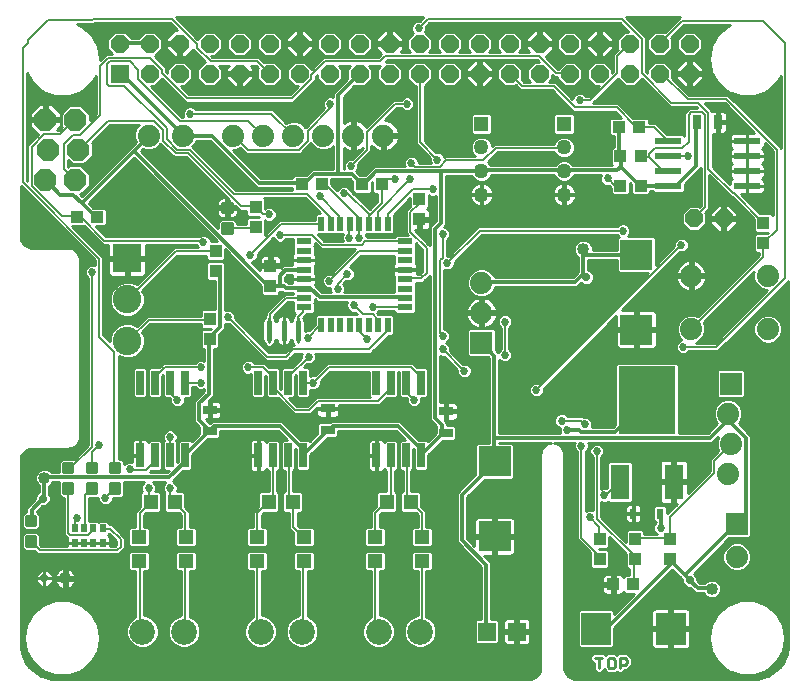
<source format=gtl>
G75*
%MOIN*%
%OFA0B0*%
%FSLAX25Y25*%
%IPPOS*%
%LPD*%
%AMOC8*
5,1,8,0,0,1.08239X$1,22.5*
%
%ADD10C,0.01000*%
%ADD11R,0.06000X0.06000*%
%ADD12OC8,0.06000*%
%ADD13R,0.08661X0.02362*%
%ADD14R,0.02600X0.08000*%
%ADD15C,0.08600*%
%ADD16R,0.05118X0.04724*%
%ADD17R,0.04724X0.05118*%
%ADD18R,0.04724X0.03150*%
%ADD19R,0.06299X0.11811*%
%ADD20R,0.19000X0.22500*%
%ADD21R,0.07400X0.07400*%
%ADD22C,0.07400*%
%ADD23R,0.02480X0.03268*%
%ADD24R,0.04331X0.03937*%
%ADD25R,0.03937X0.04331*%
%ADD26OC8,0.07400*%
%ADD27R,0.05000X0.02200*%
%ADD28R,0.02200X0.05000*%
%ADD29R,0.05000X0.05000*%
%ADD30C,0.05000*%
%ADD31C,0.01181*%
%ADD32C,0.04000*%
%ADD33R,0.03150X0.04724*%
%ADD34C,0.02900*%
%ADD35R,0.10630X0.10039*%
%ADD36R,0.10039X0.10630*%
%ADD37C,0.01772*%
%ADD38R,0.01969X0.02559*%
%ADD39R,0.09500X0.09500*%
%ADD40C,0.09500*%
%ADD41C,0.02758*%
%ADD42C,0.01200*%
%ADD43C,0.00600*%
%ADD44C,0.02700*%
D10*
X0005064Y0005494D02*
X0008074Y0005494D01*
X0009264Y0004496D02*
X0006063Y0004496D01*
X0006174Y0004385D02*
X0004982Y0005576D01*
X0003972Y0006926D01*
X0003165Y0008405D01*
X0002576Y0009983D01*
X0002217Y0011630D01*
X0002097Y0013311D01*
X0002097Y0074335D01*
X0002157Y0075018D01*
X0002335Y0075681D01*
X0002625Y0076303D01*
X0003018Y0076865D01*
X0003504Y0077351D01*
X0004066Y0077744D01*
X0004688Y0078034D01*
X0005351Y0078212D01*
X0006034Y0078272D01*
X0017845Y0078272D01*
X0018529Y0078331D01*
X0019192Y0078509D01*
X0019814Y0078799D01*
X0020376Y0079193D01*
X0020861Y0079678D01*
X0021255Y0080240D01*
X0021545Y0080862D01*
X0021722Y0081525D01*
X0021782Y0082209D01*
X0021782Y0141264D01*
X0021722Y0141947D01*
X0021545Y0142610D01*
X0021255Y0143232D01*
X0020861Y0143794D01*
X0020376Y0144280D01*
X0019814Y0144673D01*
X0019192Y0144963D01*
X0018529Y0145141D01*
X0017845Y0145201D01*
X0006034Y0145201D01*
X0005351Y0145261D01*
X0004688Y0145438D01*
X0004066Y0145728D01*
X0003504Y0146122D01*
X0003018Y0146607D01*
X0002625Y0147169D01*
X0002335Y0147791D01*
X0002157Y0148454D01*
X0002097Y0149138D01*
X0002097Y0165720D01*
X0002117Y0165700D01*
X0026797Y0141020D01*
X0026797Y0139338D01*
X0026285Y0139550D01*
X0025310Y0139550D01*
X0024409Y0139177D01*
X0023720Y0138488D01*
X0023347Y0137587D01*
X0023347Y0136613D01*
X0023720Y0135712D01*
X0024397Y0135035D01*
X0024397Y0079480D01*
X0019868Y0074950D01*
X0015767Y0074950D01*
X0014777Y0073960D01*
X0014777Y0070400D01*
X0012384Y0070400D01*
X0011727Y0071057D01*
X0010588Y0071529D01*
X0009355Y0071529D01*
X0008215Y0071057D01*
X0007343Y0070185D01*
X0006871Y0069046D01*
X0006871Y0067813D01*
X0007343Y0066673D01*
X0008197Y0065819D01*
X0008197Y0063768D01*
X0008035Y0063701D01*
X0007317Y0062984D01*
X0006929Y0062047D01*
X0006929Y0061536D01*
X0003997Y0058604D01*
X0003997Y0057234D01*
X0003464Y0057234D01*
X0002474Y0056244D01*
X0002474Y0052087D01*
X0003464Y0051097D01*
X0007620Y0051097D01*
X0008611Y0052087D01*
X0008611Y0056244D01*
X0007620Y0057234D01*
X0007435Y0057234D01*
X0009191Y0058989D01*
X0009986Y0058989D01*
X0010924Y0059378D01*
X0011641Y0060095D01*
X0012029Y0061032D01*
X0012029Y0062047D01*
X0011641Y0062984D01*
X0011597Y0063027D01*
X0011597Y0065747D01*
X0011727Y0065801D01*
X0012599Y0066673D01*
X0012735Y0067000D01*
X0014777Y0067000D01*
X0014777Y0062898D01*
X0015767Y0061908D01*
X0016597Y0061908D01*
X0016597Y0049520D01*
X0017417Y0048700D01*
X0017598Y0048519D01*
X0017526Y0048253D01*
X0017526Y0046776D01*
X0020010Y0046776D01*
X0020010Y0046776D01*
X0017526Y0046776D01*
X0017526Y0045800D01*
X0008977Y0045800D01*
X0008611Y0046167D01*
X0008611Y0049338D01*
X0007620Y0050328D01*
X0003464Y0050328D01*
X0002474Y0049338D01*
X0002474Y0045182D01*
X0003464Y0044191D01*
X0006626Y0044191D01*
X0007817Y0043000D01*
X0034777Y0043000D01*
X0035597Y0043820D01*
X0036797Y0045020D01*
X0036797Y0048580D01*
X0035977Y0049400D01*
X0032377Y0053000D01*
X0031544Y0053000D01*
X0031544Y0053432D01*
X0030899Y0054076D01*
X0028020Y0054076D01*
X0027885Y0053941D01*
X0027750Y0054076D01*
X0024870Y0054076D01*
X0024797Y0054004D01*
X0024797Y0061908D01*
X0027797Y0061908D01*
X0027847Y0061958D01*
X0027847Y0061313D01*
X0028220Y0060412D01*
X0024797Y0060412D01*
X0024797Y0059414D02*
X0029656Y0059414D01*
X0029810Y0059350D02*
X0030785Y0059350D01*
X0031685Y0059723D01*
X0032374Y0060412D01*
X0041879Y0060412D01*
X0041879Y0059414D02*
X0030938Y0059414D01*
X0029810Y0059350D02*
X0028909Y0059723D01*
X0028220Y0060412D01*
X0027847Y0061411D02*
X0024797Y0061411D01*
X0024797Y0058415D02*
X0041433Y0058415D01*
X0041879Y0058862D02*
X0040297Y0057280D01*
X0040297Y0052269D01*
X0038453Y0052269D01*
X0037808Y0051625D01*
X0037808Y0045989D01*
X0038453Y0045345D01*
X0044482Y0045345D01*
X0045126Y0045989D01*
X0045126Y0051625D01*
X0044482Y0052269D01*
X0043097Y0052269D01*
X0043097Y0056120D01*
X0043873Y0056896D01*
X0048159Y0056896D01*
X0048804Y0057540D01*
X0048804Y0063570D01*
X0048159Y0064214D01*
X0046982Y0064214D01*
X0047147Y0064613D01*
X0047147Y0065587D01*
X0046774Y0066488D01*
X0046262Y0067000D01*
X0050332Y0067000D01*
X0049820Y0066488D01*
X0049447Y0065587D01*
X0049447Y0064613D01*
X0049820Y0063712D01*
X0049921Y0063612D01*
X0049879Y0063570D01*
X0049879Y0057540D01*
X0050523Y0056896D01*
X0054821Y0056896D01*
X0055597Y0056120D01*
X0055597Y0052269D01*
X0054201Y0052269D01*
X0053556Y0051625D01*
X0053556Y0045989D01*
X0054201Y0045345D01*
X0060230Y0045345D01*
X0060874Y0045989D01*
X0060874Y0051625D01*
X0060230Y0052269D01*
X0058397Y0052269D01*
X0058397Y0057280D01*
X0056804Y0058874D01*
X0056804Y0063570D01*
X0056159Y0064214D01*
X0054182Y0064214D01*
X0054347Y0064613D01*
X0054347Y0065587D01*
X0053974Y0066488D01*
X0053285Y0067177D01*
X0052715Y0067413D01*
X0056216Y0070914D01*
X0058597Y0070914D01*
X0059241Y0071559D01*
X0059241Y0076040D01*
X0064605Y0081404D01*
X0067907Y0081404D01*
X0068552Y0082048D01*
X0068552Y0084100D01*
X0087793Y0084100D01*
X0090779Y0081114D01*
X0089456Y0081114D01*
X0088811Y0080470D01*
X0088811Y0071559D01*
X0089456Y0070914D01*
X0090097Y0070914D01*
X0090097Y0064214D01*
X0089894Y0064214D01*
X0089249Y0063570D01*
X0089249Y0057540D01*
X0089894Y0056896D01*
X0091597Y0056896D01*
X0091597Y0051620D01*
X0092926Y0050291D01*
X0092926Y0045989D01*
X0093571Y0045345D01*
X0099600Y0045345D01*
X0100244Y0045989D01*
X0100244Y0051625D01*
X0099600Y0052269D01*
X0094908Y0052269D01*
X0094397Y0052780D01*
X0094397Y0056896D01*
X0095529Y0056896D01*
X0096174Y0057540D01*
X0096174Y0063570D01*
X0095529Y0064214D01*
X0092897Y0064214D01*
X0092897Y0070914D01*
X0092967Y0070914D01*
X0093611Y0071559D01*
X0093611Y0078282D01*
X0093811Y0078082D01*
X0093811Y0071559D01*
X0094456Y0070914D01*
X0097967Y0070914D01*
X0098611Y0071559D01*
X0098611Y0076110D01*
X0104397Y0081896D01*
X0107277Y0081896D01*
X0107922Y0082540D01*
X0107922Y0084100D01*
X0127093Y0084100D01*
X0130079Y0081114D01*
X0128826Y0081114D01*
X0128181Y0080470D01*
X0128181Y0071559D01*
X0128826Y0070914D01*
X0129397Y0070914D01*
X0129397Y0064214D01*
X0129264Y0064214D01*
X0128619Y0063570D01*
X0128619Y0057540D01*
X0129264Y0056896D01*
X0133721Y0056896D01*
X0134497Y0056120D01*
X0134497Y0052269D01*
X0132941Y0052269D01*
X0132296Y0051625D01*
X0132296Y0045989D01*
X0132941Y0045345D01*
X0138970Y0045345D01*
X0139615Y0045989D01*
X0139615Y0051625D01*
X0138970Y0052269D01*
X0137297Y0052269D01*
X0137297Y0057280D01*
X0135544Y0059033D01*
X0135544Y0063570D01*
X0134899Y0064214D01*
X0132197Y0064214D01*
X0132197Y0070914D01*
X0132337Y0070914D01*
X0132981Y0071559D01*
X0132981Y0078212D01*
X0133181Y0078012D01*
X0133181Y0071559D01*
X0133826Y0070914D01*
X0137337Y0070914D01*
X0137981Y0071559D01*
X0137981Y0076180D01*
X0142713Y0080912D01*
X0146647Y0080912D01*
X0147292Y0081556D01*
X0147292Y0085617D01*
X0146647Y0086261D01*
X0144197Y0086261D01*
X0144197Y0086804D01*
X0143403Y0087598D01*
X0143542Y0087598D01*
X0143542Y0090386D01*
X0144117Y0090386D01*
X0144117Y0090961D01*
X0143542Y0090961D01*
X0143542Y0093748D01*
X0141797Y0093748D01*
X0141797Y0109062D01*
X0142310Y0108850D01*
X0143267Y0108850D01*
X0147547Y0104570D01*
X0147547Y0103613D01*
X0147920Y0102712D01*
X0148609Y0102023D01*
X0149510Y0101650D01*
X0150485Y0101650D01*
X0151385Y0102023D01*
X0152074Y0102712D01*
X0152447Y0103613D01*
X0152447Y0104587D01*
X0152074Y0105488D01*
X0151385Y0106177D01*
X0150485Y0106550D01*
X0149527Y0106550D01*
X0145247Y0110830D01*
X0145247Y0111787D01*
X0144874Y0112688D01*
X0144185Y0113377D01*
X0143767Y0113550D01*
X0144185Y0113723D01*
X0144874Y0114412D01*
X0145247Y0115313D01*
X0145247Y0116287D01*
X0144874Y0117188D01*
X0144185Y0117877D01*
X0143297Y0118245D01*
X0143297Y0137862D01*
X0143810Y0137650D01*
X0144785Y0137650D01*
X0145685Y0138023D01*
X0146374Y0138712D01*
X0146747Y0139613D01*
X0146747Y0140570D01*
X0155677Y0149500D01*
X0200732Y0149500D01*
X0201369Y0148863D01*
X0200899Y0148393D01*
X0200899Y0144500D01*
X0192697Y0144500D01*
X0192697Y0145325D01*
X0192225Y0146465D01*
X0191353Y0147337D01*
X0190214Y0147809D01*
X0188981Y0147809D01*
X0187841Y0147337D01*
X0186969Y0146465D01*
X0186497Y0145325D01*
X0186497Y0144092D01*
X0186969Y0142953D01*
X0187841Y0142081D01*
X0187897Y0142057D01*
X0187897Y0137204D01*
X0186193Y0135500D01*
X0160027Y0135500D01*
X0159710Y0136266D01*
X0158360Y0137616D01*
X0156595Y0138347D01*
X0154686Y0138347D01*
X0152922Y0137616D01*
X0151571Y0136266D01*
X0150841Y0134502D01*
X0150841Y0132592D01*
X0151571Y0130828D01*
X0152922Y0129478D01*
X0154686Y0128747D01*
X0156595Y0128747D01*
X0158360Y0129478D01*
X0159710Y0130828D01*
X0160237Y0132100D01*
X0187601Y0132100D01*
X0188917Y0133416D01*
X0189137Y0133196D01*
X0190074Y0132808D01*
X0191089Y0132808D01*
X0192026Y0133196D01*
X0192743Y0133914D01*
X0193131Y0134851D01*
X0193131Y0135865D01*
X0192743Y0136803D01*
X0192026Y0137520D01*
X0191297Y0137822D01*
X0191297Y0141100D01*
X0200899Y0141100D01*
X0200899Y0137442D01*
X0201543Y0136798D01*
X0211015Y0136798D01*
X0174467Y0100250D01*
X0173510Y0100250D01*
X0172609Y0099877D01*
X0171920Y0099188D01*
X0171547Y0098287D01*
X0171547Y0097313D01*
X0171920Y0096412D01*
X0172609Y0095723D01*
X0173510Y0095350D01*
X0174485Y0095350D01*
X0175385Y0095723D01*
X0176074Y0096412D01*
X0176447Y0097313D01*
X0176447Y0098270D01*
X0200499Y0122322D01*
X0200499Y0118457D01*
X0206814Y0118457D01*
X0206814Y0124476D01*
X0202653Y0124476D01*
X0221827Y0143650D01*
X0222785Y0143650D01*
X0223685Y0144023D01*
X0224374Y0144712D01*
X0224747Y0145613D01*
X0224747Y0146587D01*
X0224374Y0147488D01*
X0223685Y0148177D01*
X0222785Y0148550D01*
X0221810Y0148550D01*
X0220909Y0148177D01*
X0220220Y0147488D01*
X0219847Y0146587D01*
X0219847Y0145630D01*
X0213729Y0139511D01*
X0213729Y0148393D01*
X0213084Y0149037D01*
X0204399Y0149037D01*
X0204874Y0149512D01*
X0205247Y0150413D01*
X0205247Y0151387D01*
X0204874Y0152288D01*
X0204185Y0152977D01*
X0203285Y0153350D01*
X0202310Y0153350D01*
X0201409Y0152977D01*
X0200732Y0152300D01*
X0154517Y0152300D01*
X0144767Y0142550D01*
X0144197Y0142550D01*
X0144197Y0147635D01*
X0144874Y0148312D01*
X0145247Y0149213D01*
X0145247Y0150187D01*
X0144874Y0151088D01*
X0144185Y0151777D01*
X0143285Y0152150D01*
X0143151Y0152150D01*
X0143897Y0152896D01*
X0143897Y0169000D01*
X0152486Y0169000D01*
X0152589Y0168752D01*
X0153601Y0167739D01*
X0154924Y0167191D01*
X0156357Y0167191D01*
X0157680Y0167739D01*
X0158692Y0168752D01*
X0158919Y0169300D01*
X0179921Y0169300D01*
X0180148Y0168752D01*
X0181160Y0167739D01*
X0182484Y0167191D01*
X0183916Y0167191D01*
X0185239Y0167739D01*
X0186252Y0168752D01*
X0186478Y0169300D01*
X0195460Y0169300D01*
X0195247Y0168787D01*
X0195247Y0167813D01*
X0195620Y0166912D01*
X0196309Y0166223D01*
X0197210Y0165850D01*
X0198167Y0165850D01*
X0198733Y0165284D01*
X0198733Y0163446D01*
X0199378Y0162802D01*
X0204620Y0162802D01*
X0205264Y0163446D01*
X0205264Y0166729D01*
X0205426Y0166567D01*
X0205426Y0163446D01*
X0206071Y0162802D01*
X0211313Y0162802D01*
X0211957Y0163446D01*
X0211957Y0164200D01*
X0212533Y0164200D01*
X0212533Y0164155D01*
X0213177Y0163510D01*
X0222750Y0163510D01*
X0223394Y0164155D01*
X0223394Y0166393D01*
X0228697Y0171696D01*
X0228697Y0159280D01*
X0228314Y0158897D01*
X0228146Y0159065D01*
X0224749Y0159065D01*
X0222348Y0156663D01*
X0222348Y0153266D01*
X0224749Y0150865D01*
X0228146Y0150865D01*
X0230548Y0153266D01*
X0230548Y0156663D01*
X0230294Y0156917D01*
X0231497Y0158120D01*
X0231497Y0169420D01*
X0238817Y0162100D01*
X0239117Y0162100D01*
X0246568Y0154649D01*
X0246568Y0150848D01*
X0247212Y0150203D01*
X0251121Y0150203D01*
X0250958Y0150041D01*
X0247212Y0150041D01*
X0246568Y0149397D01*
X0246568Y0144155D01*
X0247212Y0143510D01*
X0248197Y0143510D01*
X0248197Y0142780D01*
X0227771Y0122354D01*
X0226472Y0122892D01*
X0224563Y0122892D01*
X0222799Y0122161D01*
X0221448Y0120811D01*
X0220718Y0119047D01*
X0220718Y0117137D01*
X0221448Y0115373D01*
X0222241Y0114580D01*
X0221509Y0114277D01*
X0220820Y0113588D01*
X0220447Y0112687D01*
X0220447Y0111713D01*
X0220820Y0110812D01*
X0221509Y0110123D01*
X0222410Y0109750D01*
X0223385Y0109750D01*
X0224285Y0110123D01*
X0224962Y0110800D01*
X0234577Y0110800D01*
X0257377Y0133600D01*
X0258003Y0134226D01*
X0258003Y0013311D01*
X0257883Y0011630D01*
X0257524Y0009983D01*
X0256935Y0008405D01*
X0256128Y0006926D01*
X0255118Y0005576D01*
X0253926Y0004385D01*
X0252577Y0003375D01*
X0251098Y0002567D01*
X0249519Y0001978D01*
X0247873Y0001620D01*
X0246192Y0001500D01*
X0187137Y0001500D01*
X0186453Y0001560D01*
X0185790Y0001737D01*
X0185168Y0002027D01*
X0184606Y0002421D01*
X0184121Y0002906D01*
X0183727Y0003469D01*
X0183437Y0004090D01*
X0183259Y0004753D01*
X0183200Y0005437D01*
X0183200Y0076303D01*
X0183140Y0076987D01*
X0182962Y0077650D01*
X0182672Y0078272D01*
X0182279Y0078834D01*
X0181793Y0079319D01*
X0181231Y0079713D01*
X0180609Y0080003D01*
X0179946Y0080180D01*
X0179721Y0080200D01*
X0186760Y0080200D01*
X0186547Y0079687D01*
X0186547Y0078713D01*
X0186920Y0077812D01*
X0187597Y0077135D01*
X0187597Y0048020D01*
X0188417Y0047200D01*
X0188417Y0047200D01*
X0191942Y0043675D01*
X0191942Y0038840D01*
X0192586Y0038195D01*
X0197435Y0038195D01*
X0198079Y0038840D01*
X0198079Y0044082D01*
X0197435Y0044726D01*
X0194851Y0044726D01*
X0194689Y0044888D01*
X0197435Y0044888D01*
X0198079Y0045533D01*
X0198079Y0048938D01*
X0203753Y0043264D01*
X0203753Y0038840D01*
X0204398Y0038195D01*
X0204997Y0038195D01*
X0204997Y0036065D01*
X0203610Y0036065D01*
X0203097Y0035551D01*
X0202904Y0035886D01*
X0202625Y0036165D01*
X0202283Y0036362D01*
X0201901Y0036465D01*
X0200022Y0036465D01*
X0200022Y0033480D01*
X0199054Y0033480D01*
X0199054Y0032512D01*
X0195873Y0032512D01*
X0195873Y0030830D01*
X0195975Y0030449D01*
X0196173Y0030107D01*
X0196452Y0029827D01*
X0196794Y0029630D01*
X0197175Y0029528D01*
X0199054Y0029528D01*
X0199054Y0032512D01*
X0200022Y0032512D01*
X0200022Y0029528D01*
X0201901Y0029528D01*
X0202283Y0029630D01*
X0202625Y0029827D01*
X0202904Y0030107D01*
X0203097Y0030441D01*
X0203610Y0029928D01*
X0206621Y0029928D01*
X0199969Y0023276D01*
X0199969Y0024003D01*
X0199325Y0024647D01*
X0188374Y0024647D01*
X0187730Y0024003D01*
X0187730Y0012462D01*
X0188374Y0011817D01*
X0199325Y0011817D01*
X0199969Y0012462D01*
X0199969Y0018467D01*
X0219297Y0037796D01*
X0221797Y0035296D01*
X0221797Y0035296D01*
X0222480Y0034613D01*
X0222480Y0033965D01*
X0222869Y0033028D01*
X0223586Y0032311D01*
X0224523Y0031922D01*
X0225171Y0031922D01*
X0225997Y0031096D01*
X0225997Y0031096D01*
X0226993Y0030100D01*
X0229645Y0030100D01*
X0229784Y0029764D01*
X0230656Y0028892D01*
X0231796Y0028420D01*
X0233029Y0028420D01*
X0234168Y0028892D01*
X0235040Y0029764D01*
X0235512Y0030903D01*
X0235512Y0032136D01*
X0235040Y0033276D01*
X0234168Y0034148D01*
X0233029Y0034620D01*
X0231796Y0034620D01*
X0230656Y0034148D01*
X0230008Y0033500D01*
X0228401Y0033500D01*
X0227580Y0034321D01*
X0227580Y0034980D01*
X0227192Y0035917D01*
X0226505Y0036604D01*
X0238282Y0048381D01*
X0244934Y0048381D01*
X0245578Y0049025D01*
X0245578Y0055977D01*
X0245597Y0055996D01*
X0245597Y0082604D01*
X0244601Y0083600D01*
X0241441Y0086760D01*
X0241887Y0087206D01*
X0242618Y0088970D01*
X0242618Y0090880D01*
X0241887Y0092644D01*
X0240537Y0093994D01*
X0238772Y0094725D01*
X0236863Y0094725D01*
X0235099Y0093994D01*
X0233748Y0092644D01*
X0233018Y0090880D01*
X0233018Y0088970D01*
X0233748Y0087206D01*
X0234274Y0086681D01*
X0231193Y0083600D01*
X0221359Y0083600D01*
X0221359Y0106072D01*
X0220714Y0106716D01*
X0200803Y0106716D01*
X0200159Y0106072D01*
X0200159Y0086166D01*
X0199393Y0085400D01*
X0192435Y0085400D01*
X0192647Y0085913D01*
X0192647Y0086887D01*
X0192274Y0087788D01*
X0191585Y0088477D01*
X0190685Y0088850D01*
X0189727Y0088850D01*
X0189577Y0089000D01*
X0184462Y0089000D01*
X0183785Y0089677D01*
X0182885Y0090050D01*
X0181910Y0090050D01*
X0181009Y0089677D01*
X0180320Y0088988D01*
X0179947Y0088087D01*
X0179947Y0087113D01*
X0180320Y0086212D01*
X0181009Y0085523D01*
X0181793Y0085198D01*
X0181747Y0085087D01*
X0181747Y0084113D01*
X0181960Y0083600D01*
X0161597Y0083600D01*
X0161597Y0107935D01*
X0162109Y0107423D01*
X0163010Y0107050D01*
X0163985Y0107050D01*
X0164885Y0107423D01*
X0165574Y0108112D01*
X0165947Y0109013D01*
X0165947Y0109987D01*
X0165574Y0110888D01*
X0164897Y0111565D01*
X0164897Y0118535D01*
X0165574Y0119212D01*
X0165947Y0120113D01*
X0165947Y0121087D01*
X0165574Y0121988D01*
X0164885Y0122677D01*
X0163985Y0123050D01*
X0163010Y0123050D01*
X0162109Y0122677D01*
X0161420Y0121988D01*
X0161047Y0121087D01*
X0161047Y0120113D01*
X0161420Y0119212D01*
X0162097Y0118535D01*
X0162097Y0111565D01*
X0161420Y0110888D01*
X0161184Y0110317D01*
X0160441Y0111061D01*
X0160441Y0117703D01*
X0159796Y0118347D01*
X0151485Y0118347D01*
X0150841Y0117703D01*
X0150841Y0109392D01*
X0151485Y0108747D01*
X0157946Y0108747D01*
X0158197Y0108496D01*
X0158197Y0080139D01*
X0154299Y0080139D01*
X0153655Y0079495D01*
X0153655Y0069662D01*
X0147397Y0063404D01*
X0147397Y0046996D01*
X0148393Y0046000D01*
X0155497Y0038896D01*
X0155497Y0021348D01*
X0153996Y0021348D01*
X0153352Y0020704D01*
X0153352Y0013792D01*
X0153996Y0013148D01*
X0160907Y0013148D01*
X0161552Y0013792D01*
X0161552Y0020704D01*
X0160907Y0021348D01*
X0158897Y0021348D01*
X0158897Y0040304D01*
X0156662Y0042539D01*
X0159570Y0042539D01*
X0159570Y0048559D01*
X0160570Y0048559D01*
X0160570Y0049559D01*
X0166885Y0049559D01*
X0166885Y0054276D01*
X0166782Y0054658D01*
X0166585Y0055000D01*
X0166306Y0055279D01*
X0165964Y0055477D01*
X0165582Y0055579D01*
X0160570Y0055579D01*
X0160570Y0049559D01*
X0159570Y0049559D01*
X0159570Y0055579D01*
X0154557Y0055579D01*
X0154176Y0055477D01*
X0153834Y0055279D01*
X0153554Y0055000D01*
X0153357Y0054658D01*
X0153255Y0054276D01*
X0153255Y0049559D01*
X0159570Y0049559D01*
X0159570Y0048559D01*
X0153255Y0048559D01*
X0153255Y0045947D01*
X0150797Y0048404D01*
X0150797Y0061996D01*
X0156701Y0067900D01*
X0165840Y0067900D01*
X0166485Y0068544D01*
X0166485Y0079495D01*
X0165840Y0080139D01*
X0161597Y0080139D01*
X0161597Y0080200D01*
X0178804Y0080200D01*
X0178579Y0080180D01*
X0177916Y0080003D01*
X0177294Y0079713D01*
X0176732Y0079319D01*
X0176247Y0078834D01*
X0175853Y0078272D01*
X0175563Y0077650D01*
X0175385Y0076987D01*
X0175326Y0076303D01*
X0175326Y0005437D01*
X0175266Y0004753D01*
X0175088Y0004090D01*
X0174798Y0003469D01*
X0174405Y0002906D01*
X0173919Y0002421D01*
X0173357Y0002027D01*
X0172735Y0001737D01*
X0172072Y0001560D01*
X0171389Y0001500D01*
X0013908Y0001500D01*
X0012227Y0001620D01*
X0010581Y0001978D01*
X0009002Y0002567D01*
X0007523Y0003375D01*
X0006174Y0004385D01*
X0007360Y0003497D02*
X0011667Y0003497D01*
X0013671Y0002768D02*
X0009524Y0004277D01*
X0006144Y0007113D01*
X0003938Y0010934D01*
X0003172Y0015280D01*
X0003938Y0019625D01*
X0006144Y0023446D01*
X0009524Y0026282D01*
X0013671Y0027791D01*
X0018083Y0027791D01*
X0022229Y0026282D01*
X0025609Y0023446D01*
X0027815Y0019625D01*
X0028581Y0015280D01*
X0027815Y0010934D01*
X0025609Y0007113D01*
X0022229Y0004277D01*
X0018083Y0002768D01*
X0013671Y0002768D01*
X0013908Y0001500D02*
X0171389Y0001500D01*
X0173997Y0002499D02*
X0009186Y0002499D01*
X0006884Y0006493D02*
X0004296Y0006493D01*
X0003663Y0007491D02*
X0005926Y0007491D01*
X0005350Y0008490D02*
X0003133Y0008490D01*
X0002760Y0009488D02*
X0004773Y0009488D01*
X0004197Y0010487D02*
X0002466Y0010487D01*
X0002249Y0011485D02*
X0003841Y0011485D01*
X0003665Y0012484D02*
X0002156Y0012484D01*
X0002097Y0013482D02*
X0003489Y0013482D01*
X0003313Y0014481D02*
X0002097Y0014481D01*
X0002097Y0015479D02*
X0003207Y0015479D01*
X0003383Y0016478D02*
X0002097Y0016478D01*
X0002097Y0017476D02*
X0003559Y0017476D01*
X0003735Y0018475D02*
X0002097Y0018475D01*
X0002097Y0019473D02*
X0003912Y0019473D01*
X0004427Y0020472D02*
X0002097Y0020472D01*
X0002097Y0021470D02*
X0005004Y0021470D01*
X0005580Y0022469D02*
X0002097Y0022469D01*
X0002097Y0023467D02*
X0006170Y0023467D01*
X0007360Y0024466D02*
X0002097Y0024466D01*
X0002097Y0025464D02*
X0008550Y0025464D01*
X0010021Y0026463D02*
X0002097Y0026463D01*
X0002097Y0027461D02*
X0012764Y0027461D01*
X0015203Y0031863D02*
X0015840Y0031599D01*
X0016361Y0031495D01*
X0016361Y0034465D01*
X0013392Y0034465D01*
X0013496Y0033944D01*
X0013759Y0033307D01*
X0014142Y0032733D01*
X0014630Y0032246D01*
X0015203Y0031863D01*
X0014422Y0032454D02*
X0011524Y0032454D01*
X0011369Y0032350D02*
X0011852Y0032673D01*
X0012263Y0033084D01*
X0012586Y0033567D01*
X0012808Y0034104D01*
X0012921Y0034674D01*
X0012921Y0034964D01*
X0009971Y0034964D01*
X0009971Y0034964D01*
X0009971Y0032015D01*
X0009681Y0032015D01*
X0009111Y0032128D01*
X0008574Y0032350D01*
X0008091Y0032673D01*
X0007680Y0033084D01*
X0007357Y0033567D01*
X0007135Y0034104D01*
X0007021Y0034674D01*
X0007021Y0034964D01*
X0009971Y0034964D01*
X0009971Y0034965D01*
X0009971Y0037915D01*
X0009681Y0037915D01*
X0009111Y0037801D01*
X0008574Y0037579D01*
X0008091Y0037256D01*
X0007680Y0036845D01*
X0007357Y0036362D01*
X0007135Y0035825D01*
X0007021Y0035255D01*
X0007021Y0034965D01*
X0009971Y0034965D01*
X0009971Y0034965D01*
X0009971Y0037915D01*
X0010262Y0037915D01*
X0010832Y0037801D01*
X0011369Y0037579D01*
X0011852Y0037256D01*
X0012263Y0036845D01*
X0012586Y0036362D01*
X0012808Y0035825D01*
X0012921Y0035255D01*
X0012921Y0034965D01*
X0009971Y0034965D01*
X0009971Y0034964D01*
X0009971Y0032015D01*
X0010262Y0032015D01*
X0010832Y0032128D01*
X0011369Y0032350D01*
X0009971Y0032454D02*
X0009971Y0032454D01*
X0009971Y0033452D02*
X0009971Y0033452D01*
X0009971Y0034451D02*
X0009971Y0034451D01*
X0009971Y0035449D02*
X0009971Y0035449D01*
X0009971Y0036448D02*
X0009971Y0036448D01*
X0009971Y0037446D02*
X0009971Y0037446D01*
X0008376Y0037446D02*
X0002097Y0037446D01*
X0002097Y0036448D02*
X0007414Y0036448D01*
X0007060Y0035449D02*
X0002097Y0035449D01*
X0002097Y0034451D02*
X0007066Y0034451D01*
X0007434Y0033452D02*
X0002097Y0033452D01*
X0002097Y0032454D02*
X0008419Y0032454D01*
X0012509Y0033452D02*
X0013699Y0033452D01*
X0013395Y0034451D02*
X0012877Y0034451D01*
X0012883Y0035449D02*
X0016361Y0035449D01*
X0016361Y0035465D02*
X0016361Y0034465D01*
X0017361Y0034465D01*
X0017361Y0035465D01*
X0016361Y0035465D01*
X0016361Y0038434D01*
X0015840Y0038330D01*
X0015203Y0038066D01*
X0014630Y0037683D01*
X0014142Y0037196D01*
X0013759Y0036622D01*
X0013496Y0035985D01*
X0013392Y0035465D01*
X0016361Y0035465D01*
X0016361Y0036448D02*
X0017361Y0036448D01*
X0017361Y0035465D02*
X0017361Y0038434D01*
X0017882Y0038330D01*
X0018519Y0038066D01*
X0019092Y0037683D01*
X0019580Y0037196D01*
X0019963Y0036622D01*
X0020227Y0035985D01*
X0020330Y0035465D01*
X0017361Y0035465D01*
X0017361Y0035449D02*
X0040297Y0035449D01*
X0040297Y0034451D02*
X0020327Y0034451D01*
X0020330Y0034465D02*
X0017361Y0034465D01*
X0017361Y0031495D01*
X0017882Y0031599D01*
X0018519Y0031863D01*
X0019092Y0032246D01*
X0019580Y0032733D01*
X0019963Y0033307D01*
X0020227Y0033944D01*
X0020330Y0034465D01*
X0020023Y0033452D02*
X0040297Y0033452D01*
X0040297Y0032454D02*
X0019300Y0032454D01*
X0017361Y0032454D02*
X0016361Y0032454D01*
X0016361Y0033452D02*
X0017361Y0033452D01*
X0017361Y0034451D02*
X0016361Y0034451D01*
X0016361Y0037446D02*
X0017361Y0037446D01*
X0019329Y0037446D02*
X0038351Y0037446D01*
X0038453Y0037345D02*
X0040297Y0037345D01*
X0040297Y0022119D01*
X0039590Y0021826D01*
X0038071Y0020307D01*
X0037248Y0018322D01*
X0037248Y0016174D01*
X0038071Y0014189D01*
X0039590Y0012670D01*
X0041574Y0011848D01*
X0043723Y0011848D01*
X0045707Y0012670D01*
X0047226Y0014189D01*
X0048048Y0016174D01*
X0048048Y0018322D01*
X0047226Y0020307D01*
X0045707Y0021826D01*
X0043723Y0022648D01*
X0043097Y0022648D01*
X0043097Y0037345D01*
X0044482Y0037345D01*
X0045126Y0037989D01*
X0045126Y0043625D01*
X0044482Y0044269D01*
X0038453Y0044269D01*
X0037808Y0043625D01*
X0037808Y0037989D01*
X0038453Y0037345D01*
X0037808Y0038445D02*
X0002097Y0038445D01*
X0002097Y0039443D02*
X0037808Y0039443D01*
X0037808Y0040442D02*
X0002097Y0040442D01*
X0002097Y0041440D02*
X0037808Y0041440D01*
X0037808Y0042439D02*
X0002097Y0042439D01*
X0002097Y0043437D02*
X0007380Y0043437D01*
X0008611Y0046433D02*
X0017526Y0046433D01*
X0017526Y0047432D02*
X0008611Y0047432D01*
X0008611Y0048430D02*
X0017574Y0048430D01*
X0016689Y0049429D02*
X0008520Y0049429D01*
X0007949Y0051426D02*
X0016597Y0051426D01*
X0016597Y0052424D02*
X0008611Y0052424D01*
X0008611Y0053423D02*
X0016597Y0053423D01*
X0016597Y0054421D02*
X0008611Y0054421D01*
X0008611Y0055420D02*
X0016597Y0055420D01*
X0016597Y0056418D02*
X0008436Y0056418D01*
X0007618Y0057417D02*
X0016597Y0057417D01*
X0016597Y0058415D02*
X0008617Y0058415D01*
X0010960Y0059414D02*
X0016597Y0059414D01*
X0016597Y0060412D02*
X0011772Y0060412D01*
X0012029Y0061411D02*
X0016597Y0061411D01*
X0015266Y0062409D02*
X0011879Y0062409D01*
X0011597Y0063408D02*
X0014777Y0063408D01*
X0014777Y0064406D02*
X0011597Y0064406D01*
X0011597Y0065405D02*
X0014777Y0065405D01*
X0014777Y0066403D02*
X0012329Y0066403D01*
X0008197Y0065405D02*
X0002097Y0065405D01*
X0002097Y0066403D02*
X0007613Y0066403D01*
X0007041Y0067402D02*
X0002097Y0067402D01*
X0002097Y0068400D02*
X0006871Y0068400D01*
X0007017Y0069399D02*
X0002097Y0069399D01*
X0002097Y0070397D02*
X0007555Y0070397D01*
X0009033Y0071396D02*
X0002097Y0071396D01*
X0002097Y0072394D02*
X0014777Y0072394D01*
X0014777Y0071396D02*
X0010910Y0071396D01*
X0014777Y0073393D02*
X0002097Y0073393D01*
X0002102Y0074391D02*
X0015208Y0074391D01*
X0020307Y0075390D02*
X0002257Y0075390D01*
X0002684Y0076388D02*
X0021306Y0076388D01*
X0022304Y0077387D02*
X0003555Y0077387D01*
X0002097Y0064406D02*
X0008197Y0064406D01*
X0007741Y0063408D02*
X0002097Y0063408D01*
X0002097Y0062409D02*
X0007079Y0062409D01*
X0006804Y0061411D02*
X0002097Y0061411D01*
X0002097Y0060412D02*
X0005805Y0060412D01*
X0004807Y0059414D02*
X0002097Y0059414D01*
X0002097Y0058415D02*
X0003997Y0058415D01*
X0003997Y0057417D02*
X0002097Y0057417D01*
X0002097Y0056418D02*
X0002648Y0056418D01*
X0002474Y0055420D02*
X0002097Y0055420D01*
X0002097Y0054421D02*
X0002474Y0054421D01*
X0002474Y0053423D02*
X0002097Y0053423D01*
X0002097Y0052424D02*
X0002474Y0052424D01*
X0002097Y0051426D02*
X0003135Y0051426D01*
X0002097Y0050427D02*
X0016597Y0050427D01*
X0020011Y0046776D02*
X0023160Y0046776D01*
X0023160Y0046776D01*
X0020676Y0046776D01*
X0020011Y0046776D01*
X0020011Y0046776D01*
X0023160Y0046776D02*
X0026310Y0046776D01*
X0029459Y0046776D01*
X0029459Y0046776D01*
X0026975Y0046776D01*
X0026310Y0046776D01*
X0026310Y0046776D01*
X0026310Y0046776D01*
X0023826Y0046776D01*
X0023160Y0046776D01*
X0023160Y0046776D01*
X0029460Y0046776D02*
X0031944Y0046776D01*
X0031944Y0048253D01*
X0031841Y0048634D01*
X0031644Y0048976D01*
X0031365Y0049255D01*
X0031030Y0049448D01*
X0031500Y0049918D01*
X0033997Y0047420D01*
X0033997Y0046180D01*
X0033617Y0045800D01*
X0031944Y0045800D01*
X0031944Y0046776D01*
X0029460Y0046776D01*
X0029460Y0046776D01*
X0031944Y0046433D02*
X0033997Y0046433D01*
X0033986Y0047432D02*
X0031944Y0047432D01*
X0031896Y0048430D02*
X0032987Y0048430D01*
X0031989Y0049429D02*
X0031065Y0049429D01*
X0033952Y0051426D02*
X0037808Y0051426D01*
X0037808Y0050427D02*
X0034950Y0050427D01*
X0035949Y0049429D02*
X0037808Y0049429D01*
X0037808Y0048430D02*
X0036797Y0048430D01*
X0036797Y0047432D02*
X0037808Y0047432D01*
X0037808Y0046433D02*
X0036797Y0046433D01*
X0036797Y0045434D02*
X0038363Y0045434D01*
X0037808Y0043437D02*
X0035215Y0043437D01*
X0036213Y0044436D02*
X0149957Y0044436D01*
X0148959Y0045434D02*
X0139060Y0045434D01*
X0139615Y0046433D02*
X0147960Y0046433D01*
X0147397Y0047432D02*
X0139615Y0047432D01*
X0139615Y0048430D02*
X0147397Y0048430D01*
X0147397Y0049429D02*
X0139615Y0049429D01*
X0139615Y0050427D02*
X0147397Y0050427D01*
X0147397Y0051426D02*
X0139615Y0051426D01*
X0137297Y0052424D02*
X0147397Y0052424D01*
X0147397Y0053423D02*
X0137297Y0053423D01*
X0137297Y0054421D02*
X0147397Y0054421D01*
X0147397Y0055420D02*
X0137297Y0055420D01*
X0137297Y0056418D02*
X0147397Y0056418D01*
X0147397Y0057417D02*
X0137160Y0057417D01*
X0136162Y0058415D02*
X0147397Y0058415D01*
X0147397Y0059414D02*
X0135544Y0059414D01*
X0135544Y0060412D02*
X0147397Y0060412D01*
X0147397Y0061411D02*
X0135544Y0061411D01*
X0135544Y0062409D02*
X0147397Y0062409D01*
X0147401Y0063408D02*
X0135544Y0063408D01*
X0132197Y0064406D02*
X0148399Y0064406D01*
X0149398Y0065405D02*
X0132197Y0065405D01*
X0132197Y0066403D02*
X0150396Y0066403D01*
X0151395Y0067402D02*
X0132197Y0067402D01*
X0132197Y0068400D02*
X0152393Y0068400D01*
X0153392Y0069399D02*
X0132197Y0069399D01*
X0132197Y0070397D02*
X0153655Y0070397D01*
X0153655Y0071396D02*
X0137819Y0071396D01*
X0137981Y0072394D02*
X0153655Y0072394D01*
X0153655Y0073393D02*
X0137981Y0073393D01*
X0137981Y0074391D02*
X0153655Y0074391D01*
X0153655Y0075390D02*
X0137981Y0075390D01*
X0138190Y0076388D02*
X0153655Y0076388D01*
X0153655Y0077387D02*
X0139188Y0077387D01*
X0140187Y0078385D02*
X0153655Y0078385D01*
X0153655Y0079384D02*
X0141185Y0079384D01*
X0142184Y0080382D02*
X0158197Y0080382D01*
X0158197Y0081381D02*
X0147116Y0081381D01*
X0147292Y0082379D02*
X0158197Y0082379D01*
X0158197Y0083378D02*
X0147292Y0083378D01*
X0147292Y0084376D02*
X0158197Y0084376D01*
X0158197Y0085375D02*
X0147292Y0085375D01*
X0146771Y0087701D02*
X0147113Y0087898D01*
X0147392Y0088177D01*
X0147589Y0088519D01*
X0147692Y0088901D01*
X0147692Y0090386D01*
X0144117Y0090386D01*
X0144117Y0087598D01*
X0146389Y0087598D01*
X0146771Y0087701D01*
X0147503Y0088370D02*
X0158197Y0088370D01*
X0158197Y0087372D02*
X0143629Y0087372D01*
X0143542Y0088370D02*
X0144117Y0088370D01*
X0144117Y0089369D02*
X0143542Y0089369D01*
X0143542Y0090368D02*
X0144117Y0090368D01*
X0144117Y0090961D02*
X0147692Y0090961D01*
X0147692Y0092446D01*
X0147589Y0092827D01*
X0147392Y0093169D01*
X0147113Y0093448D01*
X0146771Y0093646D01*
X0146389Y0093748D01*
X0144117Y0093748D01*
X0144117Y0090961D01*
X0144117Y0091366D02*
X0143542Y0091366D01*
X0143542Y0092365D02*
X0144117Y0092365D01*
X0144117Y0093363D02*
X0143542Y0093363D01*
X0141797Y0094362D02*
X0158197Y0094362D01*
X0158197Y0095360D02*
X0141797Y0095360D01*
X0141797Y0096359D02*
X0158197Y0096359D01*
X0158197Y0097357D02*
X0141797Y0097357D01*
X0141797Y0098356D02*
X0158197Y0098356D01*
X0158197Y0099354D02*
X0141797Y0099354D01*
X0141797Y0100353D02*
X0158197Y0100353D01*
X0158197Y0101351D02*
X0141797Y0101351D01*
X0141797Y0102350D02*
X0148283Y0102350D01*
X0147657Y0103348D02*
X0141797Y0103348D01*
X0141797Y0104347D02*
X0147547Y0104347D01*
X0146772Y0105345D02*
X0141797Y0105345D01*
X0141797Y0106344D02*
X0145774Y0106344D01*
X0144775Y0107342D02*
X0141797Y0107342D01*
X0141797Y0108341D02*
X0143777Y0108341D01*
X0145739Y0110338D02*
X0150841Y0110338D01*
X0150841Y0111336D02*
X0145247Y0111336D01*
X0145020Y0112335D02*
X0150841Y0112335D01*
X0150841Y0113333D02*
X0144229Y0113333D01*
X0144794Y0114332D02*
X0150841Y0114332D01*
X0150841Y0115330D02*
X0145247Y0115330D01*
X0145230Y0116329D02*
X0150841Y0116329D01*
X0150841Y0117327D02*
X0144735Y0117327D01*
X0143297Y0118326D02*
X0151463Y0118326D01*
X0152253Y0119581D02*
X0152915Y0119100D01*
X0153644Y0118728D01*
X0154423Y0118475D01*
X0155156Y0118359D01*
X0155156Y0123063D01*
X0150452Y0123063D01*
X0150569Y0122330D01*
X0150822Y0121551D01*
X0151193Y0120822D01*
X0151674Y0120160D01*
X0152253Y0119581D01*
X0152606Y0119324D02*
X0143297Y0119324D01*
X0143297Y0120323D02*
X0151556Y0120323D01*
X0150939Y0121321D02*
X0143297Y0121321D01*
X0143297Y0122320D02*
X0150572Y0122320D01*
X0150452Y0124031D02*
X0155156Y0124031D01*
X0155156Y0123063D01*
X0156125Y0123063D01*
X0156125Y0124031D01*
X0160829Y0124031D01*
X0160713Y0124765D01*
X0160460Y0125543D01*
X0160088Y0126273D01*
X0159607Y0126935D01*
X0159028Y0127514D01*
X0158366Y0127995D01*
X0157637Y0128366D01*
X0156858Y0128619D01*
X0156125Y0128735D01*
X0156125Y0124032D01*
X0155156Y0124032D01*
X0155156Y0128735D01*
X0154423Y0128619D01*
X0153644Y0128366D01*
X0152915Y0127995D01*
X0152253Y0127514D01*
X0151674Y0126935D01*
X0151193Y0126273D01*
X0150822Y0125543D01*
X0150569Y0124765D01*
X0150452Y0124031D01*
X0150498Y0124317D02*
X0143297Y0124317D01*
X0143297Y0125315D02*
X0150747Y0125315D01*
X0151223Y0126314D02*
X0143297Y0126314D01*
X0143297Y0127312D02*
X0152052Y0127312D01*
X0153536Y0128311D02*
X0143297Y0128311D01*
X0143297Y0129309D02*
X0153328Y0129309D01*
X0152092Y0130308D02*
X0143297Y0130308D01*
X0143297Y0131306D02*
X0151373Y0131306D01*
X0150960Y0132305D02*
X0143297Y0132305D01*
X0143297Y0133303D02*
X0150841Y0133303D01*
X0150841Y0134302D02*
X0143297Y0134302D01*
X0143297Y0135301D02*
X0151171Y0135301D01*
X0151604Y0136299D02*
X0143297Y0136299D01*
X0143297Y0137298D02*
X0152603Y0137298D01*
X0154562Y0138296D02*
X0145958Y0138296D01*
X0146615Y0139295D02*
X0187897Y0139295D01*
X0187897Y0140293D02*
X0146747Y0140293D01*
X0147469Y0141292D02*
X0187897Y0141292D01*
X0187632Y0142290D02*
X0148467Y0142290D01*
X0149466Y0143289D02*
X0186830Y0143289D01*
X0186497Y0144287D02*
X0150464Y0144287D01*
X0151463Y0145286D02*
X0186497Y0145286D01*
X0186894Y0146284D02*
X0152461Y0146284D01*
X0153460Y0147283D02*
X0187787Y0147283D01*
X0191407Y0147283D02*
X0200899Y0147283D01*
X0200899Y0148281D02*
X0154458Y0148281D01*
X0155457Y0149280D02*
X0200953Y0149280D01*
X0204642Y0149280D02*
X0246568Y0149280D01*
X0246568Y0148281D02*
X0223434Y0148281D01*
X0224459Y0147283D02*
X0246568Y0147283D01*
X0246568Y0146284D02*
X0224747Y0146284D01*
X0224612Y0145286D02*
X0246568Y0145286D01*
X0246568Y0144287D02*
X0223949Y0144287D01*
X0221466Y0143289D02*
X0248197Y0143289D01*
X0247707Y0142290D02*
X0220467Y0142290D01*
X0219469Y0141292D02*
X0246709Y0141292D01*
X0245710Y0140293D02*
X0228307Y0140293D01*
X0228243Y0140340D02*
X0227514Y0140711D01*
X0226735Y0140964D01*
X0226018Y0141078D01*
X0226018Y0136392D01*
X0230703Y0136392D01*
X0230590Y0137110D01*
X0230337Y0137888D01*
X0229965Y0138618D01*
X0229484Y0139280D01*
X0228905Y0139858D01*
X0228243Y0140340D01*
X0229469Y0139295D02*
X0244712Y0139295D01*
X0243713Y0138296D02*
X0230129Y0138296D01*
X0230529Y0137298D02*
X0242715Y0137298D01*
X0241716Y0136299D02*
X0226018Y0136299D01*
X0226018Y0136392D02*
X0226018Y0135392D01*
X0230703Y0135392D01*
X0230590Y0134674D01*
X0230337Y0133896D01*
X0229965Y0133167D01*
X0229484Y0132505D01*
X0228905Y0131926D01*
X0228243Y0131445D01*
X0227514Y0131073D01*
X0226735Y0130820D01*
X0226018Y0130706D01*
X0226018Y0135392D01*
X0225018Y0135392D01*
X0225018Y0130706D01*
X0224300Y0130820D01*
X0223522Y0131073D01*
X0222792Y0131445D01*
X0222130Y0131926D01*
X0221551Y0132505D01*
X0221070Y0133167D01*
X0220699Y0133896D01*
X0220446Y0134674D01*
X0220332Y0135392D01*
X0225018Y0135392D01*
X0225018Y0136392D01*
X0225018Y0141078D01*
X0224300Y0140964D01*
X0223522Y0140711D01*
X0222792Y0140340D01*
X0222130Y0139858D01*
X0221551Y0139280D01*
X0221070Y0138618D01*
X0220699Y0137888D01*
X0220446Y0137110D01*
X0220332Y0136392D01*
X0225018Y0136392D01*
X0226018Y0136392D01*
X0226018Y0137298D02*
X0225018Y0137298D01*
X0225018Y0138296D02*
X0226018Y0138296D01*
X0226018Y0139295D02*
X0225018Y0139295D01*
X0225018Y0140293D02*
X0226018Y0140293D01*
X0222728Y0140293D02*
X0218470Y0140293D01*
X0217472Y0139295D02*
X0221566Y0139295D01*
X0220906Y0138296D02*
X0216473Y0138296D01*
X0215475Y0137298D02*
X0220507Y0137298D01*
X0220347Y0135301D02*
X0213478Y0135301D01*
X0214476Y0136299D02*
X0225018Y0136299D01*
X0225018Y0135301D02*
X0226018Y0135301D01*
X0226018Y0134302D02*
X0225018Y0134302D01*
X0225018Y0133303D02*
X0226018Y0133303D01*
X0226018Y0132305D02*
X0225018Y0132305D01*
X0225018Y0131306D02*
X0226018Y0131306D01*
X0227972Y0131306D02*
X0236724Y0131306D01*
X0235725Y0130308D02*
X0208485Y0130308D01*
X0207487Y0129309D02*
X0234727Y0129309D01*
X0233728Y0128311D02*
X0206488Y0128311D01*
X0205490Y0127312D02*
X0232730Y0127312D01*
X0231731Y0126314D02*
X0204491Y0126314D01*
X0203493Y0125315D02*
X0230733Y0125315D01*
X0229734Y0124317D02*
X0213307Y0124317D01*
X0213208Y0124374D02*
X0213550Y0124177D01*
X0213829Y0123897D01*
X0214027Y0123555D01*
X0214129Y0123174D01*
X0214129Y0118457D01*
X0207814Y0118457D01*
X0206814Y0118457D01*
X0206814Y0117457D01*
X0200499Y0117457D01*
X0200499Y0112740D01*
X0200601Y0112358D01*
X0200799Y0112016D01*
X0201078Y0111737D01*
X0201420Y0111539D01*
X0201801Y0111437D01*
X0206814Y0111437D01*
X0206814Y0117457D01*
X0207814Y0117457D01*
X0207814Y0118457D01*
X0207814Y0124476D01*
X0212826Y0124476D01*
X0213208Y0124374D01*
X0214090Y0123318D02*
X0228736Y0123318D01*
X0230698Y0121321D02*
X0241139Y0121321D01*
X0240140Y0120323D02*
X0229789Y0120323D01*
X0229763Y0120386D02*
X0246384Y0137007D01*
X0246318Y0136847D01*
X0246318Y0134937D01*
X0247048Y0133173D01*
X0248399Y0131823D01*
X0250163Y0131092D01*
X0250909Y0131092D01*
X0233417Y0113600D01*
X0227216Y0113600D01*
X0228237Y0114023D01*
X0229587Y0115373D01*
X0230318Y0117137D01*
X0230318Y0119047D01*
X0229763Y0120386D01*
X0230203Y0119324D02*
X0239142Y0119324D01*
X0238143Y0118326D02*
X0230318Y0118326D01*
X0230318Y0117327D02*
X0237145Y0117327D01*
X0236146Y0116329D02*
X0229983Y0116329D01*
X0229544Y0115330D02*
X0235148Y0115330D01*
X0234149Y0114332D02*
X0228546Y0114332D01*
X0224500Y0110338D02*
X0258003Y0110338D01*
X0258003Y0111336D02*
X0235113Y0111336D01*
X0236112Y0112335D02*
X0258003Y0112335D01*
X0258003Y0113333D02*
X0252172Y0113333D01*
X0252072Y0113292D02*
X0253837Y0114023D01*
X0255187Y0115373D01*
X0255918Y0117137D01*
X0255918Y0119047D01*
X0255187Y0120811D01*
X0253837Y0122161D01*
X0252072Y0122892D01*
X0250163Y0122892D01*
X0248399Y0122161D01*
X0247048Y0120811D01*
X0246318Y0119047D01*
X0246318Y0117137D01*
X0247048Y0115373D01*
X0248399Y0114023D01*
X0250163Y0113292D01*
X0252072Y0113292D01*
X0250064Y0113333D02*
X0237110Y0113333D01*
X0238109Y0114332D02*
X0248090Y0114332D01*
X0247091Y0115330D02*
X0239107Y0115330D01*
X0240106Y0116329D02*
X0246653Y0116329D01*
X0246318Y0117327D02*
X0241104Y0117327D01*
X0242103Y0118326D02*
X0246318Y0118326D01*
X0246433Y0119324D02*
X0243101Y0119324D01*
X0244100Y0120323D02*
X0246846Y0120323D01*
X0247559Y0121321D02*
X0245098Y0121321D01*
X0246097Y0122320D02*
X0248781Y0122320D01*
X0247096Y0123318D02*
X0258003Y0123318D01*
X0258003Y0122320D02*
X0253454Y0122320D01*
X0254677Y0121321D02*
X0258003Y0121321D01*
X0258003Y0120323D02*
X0255389Y0120323D01*
X0255803Y0119324D02*
X0258003Y0119324D01*
X0258003Y0118326D02*
X0255918Y0118326D01*
X0255918Y0117327D02*
X0258003Y0117327D01*
X0258003Y0116329D02*
X0255583Y0116329D01*
X0255144Y0115330D02*
X0258003Y0115330D01*
X0258003Y0114332D02*
X0254146Y0114332D01*
X0258003Y0109339D02*
X0187516Y0109339D01*
X0186518Y0108341D02*
X0258003Y0108341D01*
X0258003Y0107342D02*
X0185519Y0107342D01*
X0184521Y0106344D02*
X0200431Y0106344D01*
X0200159Y0105345D02*
X0183522Y0105345D01*
X0182524Y0104347D02*
X0200159Y0104347D01*
X0200159Y0103348D02*
X0181525Y0103348D01*
X0180527Y0102350D02*
X0200159Y0102350D01*
X0200159Y0101351D02*
X0179528Y0101351D01*
X0178530Y0100353D02*
X0200159Y0100353D01*
X0200159Y0099354D02*
X0177531Y0099354D01*
X0176533Y0098356D02*
X0200159Y0098356D01*
X0200159Y0097357D02*
X0176447Y0097357D01*
X0176021Y0096359D02*
X0200159Y0096359D01*
X0200159Y0095360D02*
X0174509Y0095360D01*
X0173486Y0095360D02*
X0161597Y0095360D01*
X0161597Y0094362D02*
X0200159Y0094362D01*
X0200159Y0093363D02*
X0161597Y0093363D01*
X0161597Y0092365D02*
X0200159Y0092365D01*
X0200159Y0091366D02*
X0161597Y0091366D01*
X0161597Y0090368D02*
X0200159Y0090368D01*
X0200159Y0089369D02*
X0184093Y0089369D01*
X0180701Y0089369D02*
X0161597Y0089369D01*
X0161597Y0088370D02*
X0180065Y0088370D01*
X0179947Y0087372D02*
X0161597Y0087372D01*
X0161597Y0086373D02*
X0180253Y0086373D01*
X0181367Y0085375D02*
X0161597Y0085375D01*
X0161597Y0084376D02*
X0181747Y0084376D01*
X0181701Y0079384D02*
X0186547Y0079384D01*
X0186683Y0078385D02*
X0182593Y0078385D01*
X0183033Y0077387D02*
X0187346Y0077387D01*
X0187597Y0076388D02*
X0183192Y0076388D01*
X0183200Y0075390D02*
X0187597Y0075390D01*
X0187597Y0074391D02*
X0183200Y0074391D01*
X0183200Y0073393D02*
X0187597Y0073393D01*
X0187597Y0072394D02*
X0183200Y0072394D01*
X0183200Y0071396D02*
X0187597Y0071396D01*
X0187597Y0070397D02*
X0183200Y0070397D01*
X0183200Y0069399D02*
X0187597Y0069399D01*
X0187597Y0068400D02*
X0183200Y0068400D01*
X0183200Y0067402D02*
X0187597Y0067402D01*
X0187597Y0066403D02*
X0183200Y0066403D01*
X0183200Y0065405D02*
X0187597Y0065405D01*
X0187597Y0064406D02*
X0183200Y0064406D01*
X0183200Y0063408D02*
X0187597Y0063408D01*
X0187597Y0062409D02*
X0183200Y0062409D01*
X0183200Y0061411D02*
X0187597Y0061411D01*
X0187597Y0060412D02*
X0183200Y0060412D01*
X0183200Y0059414D02*
X0187597Y0059414D01*
X0187597Y0058415D02*
X0183200Y0058415D01*
X0183200Y0057417D02*
X0187597Y0057417D01*
X0187597Y0056418D02*
X0183200Y0056418D01*
X0183200Y0055420D02*
X0187597Y0055420D01*
X0187597Y0054421D02*
X0183200Y0054421D01*
X0183200Y0053423D02*
X0187597Y0053423D01*
X0187597Y0052424D02*
X0183200Y0052424D01*
X0183200Y0051426D02*
X0187597Y0051426D01*
X0187597Y0050427D02*
X0183200Y0050427D01*
X0183200Y0049429D02*
X0187597Y0049429D01*
X0187597Y0048430D02*
X0183200Y0048430D01*
X0183200Y0047432D02*
X0188186Y0047432D01*
X0189184Y0046433D02*
X0183200Y0046433D01*
X0183200Y0045434D02*
X0190183Y0045434D01*
X0191181Y0044436D02*
X0183200Y0044436D01*
X0183200Y0043437D02*
X0191942Y0043437D01*
X0191942Y0042439D02*
X0183200Y0042439D01*
X0183200Y0041440D02*
X0191942Y0041440D01*
X0191942Y0040442D02*
X0183200Y0040442D01*
X0183200Y0039443D02*
X0191942Y0039443D01*
X0192337Y0038445D02*
X0183200Y0038445D01*
X0183200Y0037446D02*
X0204997Y0037446D01*
X0204997Y0036448D02*
X0201963Y0036448D01*
X0200022Y0036448D02*
X0199054Y0036448D01*
X0199054Y0036465D02*
X0197175Y0036465D01*
X0196794Y0036362D01*
X0196452Y0036165D01*
X0196173Y0035886D01*
X0195975Y0035544D01*
X0195873Y0035162D01*
X0195873Y0033480D01*
X0199054Y0033480D01*
X0199054Y0036465D01*
X0199054Y0035449D02*
X0200022Y0035449D01*
X0200022Y0034451D02*
X0199054Y0034451D01*
X0199054Y0033452D02*
X0183200Y0033452D01*
X0183200Y0032454D02*
X0195873Y0032454D01*
X0195873Y0031455D02*
X0183200Y0031455D01*
X0183200Y0030457D02*
X0195973Y0030457D01*
X0199054Y0030457D02*
X0200022Y0030457D01*
X0200022Y0031455D02*
X0199054Y0031455D01*
X0199054Y0032454D02*
X0200022Y0032454D01*
X0195873Y0034451D02*
X0183200Y0034451D01*
X0183200Y0035449D02*
X0195950Y0035449D01*
X0197113Y0036448D02*
X0183200Y0036448D01*
X0183200Y0029458D02*
X0206151Y0029458D01*
X0205153Y0028460D02*
X0183200Y0028460D01*
X0183200Y0027461D02*
X0204154Y0027461D01*
X0203156Y0026463D02*
X0183200Y0026463D01*
X0183200Y0025464D02*
X0202157Y0025464D01*
X0201159Y0024466D02*
X0199506Y0024466D01*
X0199969Y0023467D02*
X0200160Y0023467D01*
X0201973Y0020472D02*
X0212290Y0020472D01*
X0212290Y0021470D02*
X0202972Y0021470D01*
X0203970Y0022469D02*
X0212290Y0022469D01*
X0212290Y0023467D02*
X0204969Y0023467D01*
X0205967Y0024466D02*
X0212588Y0024466D01*
X0212590Y0024468D02*
X0212392Y0024126D01*
X0212290Y0023745D01*
X0212290Y0018732D01*
X0218310Y0018732D01*
X0218310Y0017732D01*
X0219310Y0017732D01*
X0219310Y0011417D01*
X0224027Y0011417D01*
X0224409Y0011520D01*
X0224751Y0011717D01*
X0225030Y0011996D01*
X0225227Y0012338D01*
X0225330Y0012720D01*
X0225330Y0017732D01*
X0219310Y0017732D01*
X0219310Y0018732D01*
X0225330Y0018732D01*
X0225330Y0023745D01*
X0225227Y0024126D01*
X0225030Y0024468D01*
X0224751Y0024748D01*
X0224409Y0024945D01*
X0224027Y0025047D01*
X0219310Y0025047D01*
X0219310Y0018732D01*
X0218310Y0018732D01*
X0218310Y0025047D01*
X0213593Y0025047D01*
X0213211Y0024945D01*
X0212869Y0024748D01*
X0212590Y0024468D01*
X0208963Y0027461D02*
X0241111Y0027461D01*
X0242017Y0027791D02*
X0237871Y0026282D01*
X0234491Y0023446D01*
X0232285Y0019625D01*
X0231519Y0015280D01*
X0232285Y0010934D01*
X0234491Y0007113D01*
X0237871Y0004277D01*
X0242017Y0002768D01*
X0246429Y0002768D01*
X0250576Y0004277D01*
X0253956Y0007113D01*
X0256162Y0010934D01*
X0256928Y0015280D01*
X0256162Y0019625D01*
X0253956Y0023446D01*
X0250576Y0026282D01*
X0246429Y0027791D01*
X0242017Y0027791D01*
X0238367Y0026463D02*
X0207964Y0026463D01*
X0206966Y0025464D02*
X0236896Y0025464D01*
X0235706Y0024466D02*
X0225031Y0024466D01*
X0225330Y0023467D02*
X0234516Y0023467D01*
X0233927Y0022469D02*
X0225330Y0022469D01*
X0225330Y0021470D02*
X0233350Y0021470D01*
X0232774Y0020472D02*
X0225330Y0020472D01*
X0225330Y0019473D02*
X0232258Y0019473D01*
X0232082Y0018475D02*
X0219310Y0018475D01*
X0219310Y0019473D02*
X0218310Y0019473D01*
X0218310Y0018475D02*
X0199976Y0018475D01*
X0199969Y0017476D02*
X0212290Y0017476D01*
X0212290Y0017732D02*
X0212290Y0012720D01*
X0212392Y0012338D01*
X0212590Y0011996D01*
X0212869Y0011717D01*
X0213211Y0011520D01*
X0213593Y0011417D01*
X0218310Y0011417D01*
X0218310Y0017732D01*
X0212290Y0017732D01*
X0212290Y0016478D02*
X0199969Y0016478D01*
X0199969Y0015479D02*
X0212290Y0015479D01*
X0212290Y0014481D02*
X0199969Y0014481D01*
X0199969Y0013482D02*
X0212290Y0013482D01*
X0212353Y0012484D02*
X0199969Y0012484D01*
X0200144Y0010109D02*
X0198977Y0010109D01*
X0198307Y0010109D01*
X0197651Y0010109D01*
X0197118Y0009576D01*
X0196585Y0010109D01*
X0192924Y0010109D01*
X0191987Y0009172D01*
X0191987Y0007846D01*
X0192924Y0006909D01*
X0193154Y0006909D01*
X0193154Y0004343D01*
X0194092Y0003406D01*
X0195417Y0003406D01*
X0196354Y0004343D01*
X0196354Y0004703D01*
X0196714Y0004343D01*
X0197651Y0003406D01*
X0199475Y0003406D01*
X0200144Y0003406D01*
X0200678Y0003939D01*
X0201211Y0003406D01*
X0202536Y0003406D01*
X0203474Y0004343D01*
X0203474Y0004574D01*
X0204288Y0004574D01*
X0205225Y0005511D01*
X0205809Y0006095D01*
X0205809Y0008588D01*
X0204872Y0009525D01*
X0204288Y0010109D01*
X0201211Y0010109D01*
X0200678Y0009576D01*
X0200144Y0010109D01*
X0198977Y0010109D02*
X0198977Y0010109D01*
X0197651Y0010109D02*
X0197651Y0010109D01*
X0197651Y0010109D01*
X0198314Y0008509D02*
X0197730Y0007925D01*
X0197730Y0005590D01*
X0198314Y0005006D01*
X0199482Y0005006D01*
X0200066Y0005590D01*
X0200066Y0007925D01*
X0199482Y0008509D01*
X0198314Y0008509D01*
X0195922Y0008509D02*
X0193587Y0008509D01*
X0194754Y0008509D02*
X0194754Y0005006D01*
X0193154Y0005494D02*
X0183200Y0005494D01*
X0183200Y0006493D02*
X0193154Y0006493D01*
X0192342Y0007491D02*
X0183200Y0007491D01*
X0183200Y0008490D02*
X0191987Y0008490D01*
X0192303Y0009488D02*
X0183200Y0009488D01*
X0183200Y0010487D02*
X0232543Y0010487D01*
X0232188Y0011485D02*
X0224280Y0011485D01*
X0225266Y0012484D02*
X0232011Y0012484D01*
X0231835Y0013482D02*
X0225330Y0013482D01*
X0225330Y0014481D02*
X0231659Y0014481D01*
X0231554Y0015479D02*
X0225330Y0015479D01*
X0225330Y0016478D02*
X0231730Y0016478D01*
X0231906Y0017476D02*
X0225330Y0017476D01*
X0219310Y0017476D02*
X0218310Y0017476D01*
X0218310Y0016478D02*
X0219310Y0016478D01*
X0219310Y0015479D02*
X0218310Y0015479D01*
X0218310Y0014481D02*
X0219310Y0014481D01*
X0219310Y0013482D02*
X0218310Y0013482D01*
X0218310Y0012484D02*
X0219310Y0012484D01*
X0219310Y0011485D02*
X0218310Y0011485D01*
X0213340Y0011485D02*
X0183200Y0011485D01*
X0183200Y0012484D02*
X0187730Y0012484D01*
X0187730Y0013482D02*
X0183200Y0013482D01*
X0183200Y0014481D02*
X0187730Y0014481D01*
X0187730Y0015479D02*
X0183200Y0015479D01*
X0183200Y0016478D02*
X0187730Y0016478D01*
X0187730Y0017476D02*
X0183200Y0017476D01*
X0183200Y0018475D02*
X0187730Y0018475D01*
X0187730Y0019473D02*
X0183200Y0019473D01*
X0183200Y0020472D02*
X0187730Y0020472D01*
X0187730Y0021470D02*
X0183200Y0021470D01*
X0183200Y0022469D02*
X0187730Y0022469D01*
X0187730Y0023467D02*
X0183200Y0023467D01*
X0183200Y0024466D02*
X0188192Y0024466D01*
X0175326Y0024466D02*
X0158897Y0024466D01*
X0158897Y0025464D02*
X0175326Y0025464D01*
X0175326Y0026463D02*
X0158897Y0026463D01*
X0158897Y0027461D02*
X0175326Y0027461D01*
X0175326Y0028460D02*
X0158897Y0028460D01*
X0158897Y0029458D02*
X0175326Y0029458D01*
X0175326Y0030457D02*
X0158897Y0030457D01*
X0158897Y0031455D02*
X0175326Y0031455D01*
X0175326Y0032454D02*
X0158897Y0032454D01*
X0158897Y0033452D02*
X0175326Y0033452D01*
X0175326Y0034451D02*
X0158897Y0034451D01*
X0158897Y0035449D02*
X0175326Y0035449D01*
X0175326Y0036448D02*
X0158897Y0036448D01*
X0158897Y0037446D02*
X0175326Y0037446D01*
X0175326Y0038445D02*
X0158897Y0038445D01*
X0158897Y0039443D02*
X0175326Y0039443D01*
X0175326Y0040442D02*
X0158759Y0040442D01*
X0157761Y0041440D02*
X0175326Y0041440D01*
X0175326Y0042439D02*
X0156762Y0042439D01*
X0159570Y0043437D02*
X0160570Y0043437D01*
X0160570Y0042539D02*
X0165582Y0042539D01*
X0165964Y0042642D01*
X0166306Y0042839D01*
X0166585Y0043118D01*
X0166782Y0043460D01*
X0166885Y0043842D01*
X0166885Y0048559D01*
X0160570Y0048559D01*
X0160570Y0042539D01*
X0160570Y0044436D02*
X0159570Y0044436D01*
X0159570Y0045434D02*
X0160570Y0045434D01*
X0160570Y0046433D02*
X0159570Y0046433D01*
X0159570Y0047432D02*
X0160570Y0047432D01*
X0160570Y0048430D02*
X0159570Y0048430D01*
X0159570Y0049429D02*
X0150797Y0049429D01*
X0150797Y0050427D02*
X0153255Y0050427D01*
X0153255Y0051426D02*
X0150797Y0051426D01*
X0150797Y0052424D02*
X0153255Y0052424D01*
X0153255Y0053423D02*
X0150797Y0053423D01*
X0150797Y0054421D02*
X0153294Y0054421D01*
X0154077Y0055420D02*
X0150797Y0055420D01*
X0150797Y0056418D02*
X0175326Y0056418D01*
X0175326Y0055420D02*
X0166062Y0055420D01*
X0166846Y0054421D02*
X0175326Y0054421D01*
X0175326Y0053423D02*
X0166885Y0053423D01*
X0166885Y0052424D02*
X0175326Y0052424D01*
X0175326Y0051426D02*
X0166885Y0051426D01*
X0166885Y0050427D02*
X0175326Y0050427D01*
X0175326Y0049429D02*
X0160570Y0049429D01*
X0160570Y0050427D02*
X0159570Y0050427D01*
X0159570Y0051426D02*
X0160570Y0051426D01*
X0160570Y0052424D02*
X0159570Y0052424D01*
X0159570Y0053423D02*
X0160570Y0053423D01*
X0160570Y0054421D02*
X0159570Y0054421D01*
X0159570Y0055420D02*
X0160570Y0055420D01*
X0166885Y0048430D02*
X0175326Y0048430D01*
X0175326Y0047432D02*
X0166885Y0047432D01*
X0166885Y0046433D02*
X0175326Y0046433D01*
X0175326Y0045434D02*
X0166885Y0045434D01*
X0166885Y0044436D02*
X0175326Y0044436D01*
X0175326Y0043437D02*
X0166769Y0043437D01*
X0155497Y0038445D02*
X0139615Y0038445D01*
X0139615Y0037989D02*
X0139615Y0043625D01*
X0138970Y0044269D01*
X0132941Y0044269D01*
X0132296Y0043625D01*
X0132296Y0037989D01*
X0132941Y0037345D01*
X0134497Y0037345D01*
X0134497Y0022648D01*
X0134094Y0022648D01*
X0132109Y0021826D01*
X0130590Y0020307D01*
X0129768Y0018322D01*
X0129768Y0016174D01*
X0130590Y0014189D01*
X0132109Y0012670D01*
X0134094Y0011848D01*
X0136242Y0011848D01*
X0138227Y0012670D01*
X0139746Y0014189D01*
X0140568Y0016174D01*
X0140568Y0018322D01*
X0139746Y0020307D01*
X0138227Y0021826D01*
X0137297Y0022211D01*
X0137297Y0037345D01*
X0138970Y0037345D01*
X0139615Y0037989D01*
X0139072Y0037446D02*
X0155497Y0037446D01*
X0155497Y0036448D02*
X0137297Y0036448D01*
X0137297Y0035449D02*
X0155497Y0035449D01*
X0155497Y0034451D02*
X0137297Y0034451D01*
X0137297Y0033452D02*
X0155497Y0033452D01*
X0155497Y0032454D02*
X0137297Y0032454D01*
X0137297Y0031455D02*
X0155497Y0031455D01*
X0155497Y0030457D02*
X0137297Y0030457D01*
X0137297Y0029458D02*
X0155497Y0029458D01*
X0155497Y0028460D02*
X0137297Y0028460D01*
X0137297Y0027461D02*
X0155497Y0027461D01*
X0155497Y0026463D02*
X0137297Y0026463D01*
X0137297Y0025464D02*
X0155497Y0025464D01*
X0155497Y0024466D02*
X0137297Y0024466D01*
X0137297Y0023467D02*
X0155497Y0023467D01*
X0155497Y0022469D02*
X0137297Y0022469D01*
X0138583Y0021470D02*
X0155497Y0021470D01*
X0153352Y0020472D02*
X0139581Y0020472D01*
X0140091Y0019473D02*
X0153352Y0019473D01*
X0153352Y0018475D02*
X0140505Y0018475D01*
X0140568Y0017476D02*
X0153352Y0017476D01*
X0153352Y0016478D02*
X0140568Y0016478D01*
X0140280Y0015479D02*
X0153352Y0015479D01*
X0153352Y0014481D02*
X0139867Y0014481D01*
X0139039Y0013482D02*
X0153662Y0013482D01*
X0161241Y0013482D02*
X0163162Y0013482D01*
X0163251Y0013327D02*
X0163531Y0013048D01*
X0163873Y0012850D01*
X0164254Y0012748D01*
X0166952Y0012748D01*
X0166952Y0016748D01*
X0167952Y0016748D01*
X0167952Y0017748D01*
X0171952Y0017748D01*
X0171952Y0020446D01*
X0171849Y0020827D01*
X0171652Y0021169D01*
X0171373Y0021448D01*
X0171031Y0021646D01*
X0170649Y0021748D01*
X0167952Y0021748D01*
X0167952Y0017748D01*
X0166952Y0017748D01*
X0166952Y0021748D01*
X0164254Y0021748D01*
X0163873Y0021646D01*
X0163531Y0021448D01*
X0163251Y0021169D01*
X0163054Y0020827D01*
X0162952Y0020446D01*
X0162952Y0017748D01*
X0166952Y0017748D01*
X0166952Y0016748D01*
X0162952Y0016748D01*
X0162952Y0014051D01*
X0163054Y0013669D01*
X0163251Y0013327D01*
X0162952Y0014481D02*
X0161552Y0014481D01*
X0161552Y0015479D02*
X0162952Y0015479D01*
X0162952Y0016478D02*
X0161552Y0016478D01*
X0161552Y0017476D02*
X0166952Y0017476D01*
X0166952Y0016478D02*
X0167952Y0016478D01*
X0167952Y0016748D02*
X0167952Y0012748D01*
X0170649Y0012748D01*
X0171031Y0012850D01*
X0171373Y0013048D01*
X0171652Y0013327D01*
X0171849Y0013669D01*
X0171952Y0014051D01*
X0171952Y0016748D01*
X0167952Y0016748D01*
X0167952Y0017476D02*
X0175326Y0017476D01*
X0175326Y0016478D02*
X0171952Y0016478D01*
X0171952Y0015479D02*
X0175326Y0015479D01*
X0175326Y0014481D02*
X0171952Y0014481D01*
X0171741Y0013482D02*
X0175326Y0013482D01*
X0175326Y0012484D02*
X0137777Y0012484D01*
X0132560Y0012484D02*
X0123997Y0012484D01*
X0124447Y0012670D02*
X0125966Y0014189D01*
X0126789Y0016174D01*
X0126789Y0018322D01*
X0125966Y0020307D01*
X0124447Y0021826D01*
X0122463Y0022648D01*
X0121697Y0022648D01*
X0121697Y0037345D01*
X0123222Y0037345D01*
X0123867Y0037989D01*
X0123867Y0043625D01*
X0123222Y0044269D01*
X0117193Y0044269D01*
X0116548Y0043625D01*
X0116548Y0037989D01*
X0117193Y0037345D01*
X0118897Y0037345D01*
X0118897Y0022061D01*
X0118330Y0021826D01*
X0116811Y0020307D01*
X0115989Y0018322D01*
X0115989Y0016174D01*
X0116811Y0014189D01*
X0118330Y0012670D01*
X0120314Y0011848D01*
X0122463Y0011848D01*
X0124447Y0012670D01*
X0125259Y0013482D02*
X0131297Y0013482D01*
X0130469Y0014481D02*
X0126087Y0014481D01*
X0126501Y0015479D02*
X0130056Y0015479D01*
X0129768Y0016478D02*
X0126789Y0016478D01*
X0126789Y0017476D02*
X0129768Y0017476D01*
X0129831Y0018475D02*
X0126725Y0018475D01*
X0126312Y0019473D02*
X0130245Y0019473D01*
X0130755Y0020472D02*
X0125802Y0020472D01*
X0124803Y0021470D02*
X0131754Y0021470D01*
X0133661Y0022469D02*
X0122896Y0022469D01*
X0121697Y0023467D02*
X0134497Y0023467D01*
X0134497Y0024466D02*
X0121697Y0024466D01*
X0121697Y0025464D02*
X0134497Y0025464D01*
X0134497Y0026463D02*
X0121697Y0026463D01*
X0121697Y0027461D02*
X0134497Y0027461D01*
X0134497Y0028460D02*
X0121697Y0028460D01*
X0121697Y0029458D02*
X0134497Y0029458D01*
X0134497Y0030457D02*
X0121697Y0030457D01*
X0121697Y0031455D02*
X0134497Y0031455D01*
X0134497Y0032454D02*
X0121697Y0032454D01*
X0121697Y0033452D02*
X0134497Y0033452D01*
X0134497Y0034451D02*
X0121697Y0034451D01*
X0121697Y0035449D02*
X0134497Y0035449D01*
X0134497Y0036448D02*
X0121697Y0036448D01*
X0123324Y0037446D02*
X0132839Y0037446D01*
X0132296Y0038445D02*
X0123867Y0038445D01*
X0123867Y0039443D02*
X0132296Y0039443D01*
X0132296Y0040442D02*
X0123867Y0040442D01*
X0123867Y0041440D02*
X0132296Y0041440D01*
X0132296Y0042439D02*
X0123867Y0042439D01*
X0123867Y0043437D02*
X0132296Y0043437D01*
X0132851Y0045434D02*
X0123312Y0045434D01*
X0123222Y0045345D02*
X0123867Y0045989D01*
X0123867Y0051625D01*
X0123222Y0052269D01*
X0121697Y0052269D01*
X0121697Y0056120D01*
X0122473Y0056896D01*
X0126899Y0056896D01*
X0127544Y0057540D01*
X0127544Y0063570D01*
X0126899Y0064214D01*
X0126797Y0064214D01*
X0126797Y0070914D01*
X0127337Y0070914D01*
X0127981Y0071559D01*
X0127981Y0080470D01*
X0127337Y0081114D01*
X0123826Y0081114D01*
X0123285Y0080573D01*
X0123279Y0080593D01*
X0123082Y0080935D01*
X0122803Y0081214D01*
X0122460Y0081412D01*
X0122079Y0081514D01*
X0120731Y0081514D01*
X0120731Y0076164D01*
X0120431Y0076164D01*
X0120431Y0075864D01*
X0117781Y0075864D01*
X0117781Y0071817D01*
X0117884Y0071435D01*
X0118081Y0071093D01*
X0118360Y0070814D01*
X0118703Y0070616D01*
X0119084Y0070514D01*
X0120431Y0070514D01*
X0120431Y0075864D01*
X0120731Y0075864D01*
X0120731Y0070514D01*
X0122079Y0070514D01*
X0122460Y0070616D01*
X0122803Y0070814D01*
X0123082Y0071093D01*
X0123279Y0071435D01*
X0123285Y0071455D01*
X0123826Y0070914D01*
X0123997Y0070914D01*
X0123997Y0064214D01*
X0121264Y0064214D01*
X0120619Y0063570D01*
X0120619Y0059002D01*
X0118897Y0057280D01*
X0118897Y0052269D01*
X0117193Y0052269D01*
X0116548Y0051625D01*
X0116548Y0045989D01*
X0117193Y0045345D01*
X0123222Y0045345D01*
X0123867Y0046433D02*
X0132296Y0046433D01*
X0132296Y0047432D02*
X0123867Y0047432D01*
X0123867Y0048430D02*
X0132296Y0048430D01*
X0132296Y0049429D02*
X0123867Y0049429D01*
X0123867Y0050427D02*
X0132296Y0050427D01*
X0132296Y0051426D02*
X0123867Y0051426D01*
X0121697Y0052424D02*
X0134497Y0052424D01*
X0134497Y0053423D02*
X0121697Y0053423D01*
X0121697Y0054421D02*
X0134497Y0054421D01*
X0134497Y0055420D02*
X0121697Y0055420D01*
X0121995Y0056418D02*
X0134199Y0056418D01*
X0128743Y0057417D02*
X0127420Y0057417D01*
X0127544Y0058415D02*
X0128619Y0058415D01*
X0128619Y0059414D02*
X0127544Y0059414D01*
X0127544Y0060412D02*
X0128619Y0060412D01*
X0128619Y0061411D02*
X0127544Y0061411D01*
X0127544Y0062409D02*
X0128619Y0062409D01*
X0128619Y0063408D02*
X0127544Y0063408D01*
X0126797Y0064406D02*
X0129397Y0064406D01*
X0129397Y0065405D02*
X0126797Y0065405D01*
X0126797Y0066403D02*
X0129397Y0066403D01*
X0129397Y0067402D02*
X0126797Y0067402D01*
X0126797Y0068400D02*
X0129397Y0068400D01*
X0129397Y0069399D02*
X0126797Y0069399D01*
X0126797Y0070397D02*
X0129397Y0070397D01*
X0128344Y0071396D02*
X0127819Y0071396D01*
X0127981Y0072394D02*
X0128181Y0072394D01*
X0128181Y0073393D02*
X0127981Y0073393D01*
X0127981Y0074391D02*
X0128181Y0074391D01*
X0128181Y0075390D02*
X0127981Y0075390D01*
X0127981Y0076388D02*
X0128181Y0076388D01*
X0128181Y0077387D02*
X0127981Y0077387D01*
X0127981Y0078385D02*
X0128181Y0078385D01*
X0128181Y0079384D02*
X0127981Y0079384D01*
X0127981Y0080382D02*
X0128181Y0080382D01*
X0129812Y0081381D02*
X0122514Y0081381D01*
X0120731Y0081381D02*
X0120431Y0081381D01*
X0120431Y0081514D02*
X0119084Y0081514D01*
X0118703Y0081412D01*
X0118360Y0081214D01*
X0118081Y0080935D01*
X0117884Y0080593D01*
X0117781Y0080212D01*
X0117781Y0076164D01*
X0120431Y0076164D01*
X0120431Y0081514D01*
X0120431Y0080382D02*
X0120731Y0080382D01*
X0120731Y0079384D02*
X0120431Y0079384D01*
X0120431Y0078385D02*
X0120731Y0078385D01*
X0120731Y0077387D02*
X0120431Y0077387D01*
X0120431Y0076388D02*
X0120731Y0076388D01*
X0120731Y0075390D02*
X0120431Y0075390D01*
X0120431Y0074391D02*
X0120731Y0074391D01*
X0120731Y0073393D02*
X0120431Y0073393D01*
X0120431Y0072394D02*
X0120731Y0072394D01*
X0120731Y0071396D02*
X0120431Y0071396D01*
X0117906Y0071396D02*
X0098449Y0071396D01*
X0098611Y0072394D02*
X0117781Y0072394D01*
X0117781Y0073393D02*
X0098611Y0073393D01*
X0098611Y0074391D02*
X0117781Y0074391D01*
X0117781Y0075390D02*
X0098611Y0075390D01*
X0098890Y0076388D02*
X0117781Y0076388D01*
X0117781Y0077387D02*
X0099888Y0077387D01*
X0100887Y0078385D02*
X0117781Y0078385D01*
X0117781Y0079384D02*
X0101885Y0079384D01*
X0102884Y0080382D02*
X0117827Y0080382D01*
X0118649Y0081381D02*
X0103882Y0081381D01*
X0100997Y0083304D02*
X0098387Y0080694D01*
X0097967Y0081114D01*
X0095587Y0081114D01*
X0090197Y0086504D01*
X0089201Y0087500D01*
X0065893Y0087500D01*
X0065147Y0086754D01*
X0065048Y0086754D01*
X0063711Y0088091D01*
X0064802Y0088091D01*
X0064802Y0090878D01*
X0065377Y0090878D01*
X0065377Y0091453D01*
X0064802Y0091453D01*
X0064802Y0094201D01*
X0066497Y0095896D01*
X0066497Y0111522D01*
X0067514Y0111522D01*
X0068158Y0112166D01*
X0068158Y0116156D01*
X0069101Y0117100D01*
X0070097Y0118096D01*
X0070097Y0119862D01*
X0070610Y0119650D01*
X0071567Y0119650D01*
X0083717Y0107500D01*
X0091177Y0107500D01*
X0091997Y0108320D01*
X0093577Y0109900D01*
X0095860Y0109900D01*
X0095647Y0109387D01*
X0095647Y0108430D01*
X0092532Y0105314D01*
X0089456Y0105314D01*
X0088811Y0104670D01*
X0088811Y0097966D01*
X0088611Y0098166D01*
X0088611Y0104670D01*
X0087967Y0105314D01*
X0084763Y0105314D01*
X0083377Y0106700D01*
X0080062Y0106700D01*
X0079385Y0107377D01*
X0078485Y0107750D01*
X0077510Y0107750D01*
X0076609Y0107377D01*
X0075920Y0106688D01*
X0075547Y0105787D01*
X0075547Y0104813D01*
X0075920Y0103912D01*
X0076609Y0103223D01*
X0077510Y0102850D01*
X0078485Y0102850D01*
X0078811Y0102985D01*
X0078811Y0095759D01*
X0079456Y0095114D01*
X0082967Y0095114D01*
X0083611Y0095759D01*
X0083611Y0102506D01*
X0083811Y0102306D01*
X0083811Y0095759D01*
X0084456Y0095114D01*
X0087703Y0095114D01*
X0093017Y0089800D01*
X0098677Y0089800D01*
X0099497Y0090620D01*
X0100822Y0091945D01*
X0104172Y0091945D01*
X0104172Y0091370D01*
X0104747Y0091370D01*
X0104747Y0091945D01*
X0108322Y0091945D01*
X0108322Y0092800D01*
X0121777Y0092800D01*
X0122597Y0093620D01*
X0124091Y0095114D01*
X0127337Y0095114D01*
X0127981Y0095759D01*
X0127981Y0103900D01*
X0128181Y0103900D01*
X0128181Y0095759D01*
X0128826Y0095114D01*
X0130603Y0095114D01*
X0130747Y0094970D01*
X0130747Y0094013D01*
X0131120Y0093112D01*
X0131809Y0092423D01*
X0132710Y0092050D01*
X0133685Y0092050D01*
X0134585Y0092423D01*
X0135274Y0093112D01*
X0135647Y0094013D01*
X0135647Y0094987D01*
X0135595Y0095114D01*
X0137337Y0095114D01*
X0137981Y0095759D01*
X0137981Y0104670D01*
X0137337Y0105314D01*
X0134263Y0105314D01*
X0133697Y0105880D01*
X0132877Y0106700D01*
X0104117Y0106700D01*
X0100067Y0102650D01*
X0099110Y0102650D01*
X0098611Y0102444D01*
X0098611Y0104670D01*
X0097967Y0105314D01*
X0096491Y0105314D01*
X0097627Y0106450D01*
X0098585Y0106450D01*
X0099485Y0106823D01*
X0100174Y0107512D01*
X0100547Y0108413D01*
X0100547Y0109387D01*
X0100335Y0109900D01*
X0118777Y0109900D01*
X0119597Y0110720D01*
X0124720Y0115843D01*
X0125897Y0115843D01*
X0126541Y0116487D01*
X0126541Y0122398D01*
X0125897Y0123043D01*
X0122786Y0123043D01*
X0122767Y0123023D01*
X0122747Y0123043D01*
X0121335Y0123043D01*
X0120920Y0123458D01*
X0121462Y0124000D01*
X0126618Y0124000D01*
X0126618Y0123763D01*
X0127262Y0123119D01*
X0133173Y0123119D01*
X0133818Y0123763D01*
X0133818Y0126875D01*
X0133799Y0126894D01*
X0133818Y0126913D01*
X0133818Y0130024D01*
X0133799Y0130043D01*
X0133818Y0130062D01*
X0133818Y0133174D01*
X0133799Y0133193D01*
X0133818Y0133212D01*
X0133818Y0133600D01*
X0136177Y0133600D01*
X0136997Y0134420D01*
X0138397Y0135820D01*
X0138397Y0087796D01*
X0139393Y0086800D01*
X0140472Y0085721D01*
X0140367Y0085617D01*
X0140367Y0083374D01*
X0137722Y0080729D01*
X0137337Y0081114D01*
X0134887Y0081114D01*
X0129497Y0086504D01*
X0128501Y0087500D01*
X0105493Y0087500D01*
X0105239Y0087246D01*
X0101642Y0087246D01*
X0100997Y0086601D01*
X0100997Y0083304D01*
X0100997Y0083378D02*
X0093323Y0083378D01*
X0092325Y0084376D02*
X0100997Y0084376D01*
X0100997Y0085375D02*
X0091326Y0085375D01*
X0090328Y0086373D02*
X0100997Y0086373D01*
X0101518Y0088685D02*
X0101176Y0088882D01*
X0100897Y0089162D01*
X0100699Y0089504D01*
X0100597Y0089885D01*
X0100597Y0091370D01*
X0104172Y0091370D01*
X0104172Y0088583D01*
X0101900Y0088583D01*
X0101518Y0088685D01*
X0100777Y0089369D02*
X0068945Y0089369D01*
X0068952Y0089393D02*
X0068952Y0090878D01*
X0065377Y0090878D01*
X0065377Y0088091D01*
X0067649Y0088091D01*
X0068031Y0088193D01*
X0068373Y0088390D01*
X0068652Y0088670D01*
X0068849Y0089012D01*
X0068952Y0089393D01*
X0068952Y0090368D02*
X0092450Y0090368D01*
X0091451Y0091366D02*
X0065377Y0091366D01*
X0065377Y0091453D02*
X0068952Y0091453D01*
X0068952Y0092938D01*
X0068849Y0093319D01*
X0068652Y0093661D01*
X0068373Y0093940D01*
X0068031Y0094138D01*
X0067649Y0094240D01*
X0065377Y0094240D01*
X0065377Y0091453D01*
X0065377Y0092365D02*
X0064802Y0092365D01*
X0064802Y0093363D02*
X0065377Y0093363D01*
X0064963Y0094362D02*
X0088456Y0094362D01*
X0089454Y0093363D02*
X0068824Y0093363D01*
X0068952Y0092365D02*
X0090453Y0092365D01*
X0092416Y0094362D02*
X0099279Y0094362D01*
X0100277Y0095360D02*
X0098213Y0095360D01*
X0097967Y0095114D02*
X0098611Y0095759D01*
X0098611Y0097956D01*
X0099110Y0097750D01*
X0100085Y0097750D01*
X0100985Y0098123D01*
X0101674Y0098812D01*
X0102047Y0099713D01*
X0102047Y0100670D01*
X0105277Y0103900D01*
X0118181Y0103900D01*
X0118181Y0095759D01*
X0118340Y0095600D01*
X0100517Y0095600D01*
X0097517Y0092600D01*
X0094177Y0092600D01*
X0091663Y0095114D01*
X0092967Y0095114D01*
X0093611Y0095759D01*
X0093611Y0102434D01*
X0093811Y0102634D01*
X0093811Y0095759D01*
X0094456Y0095114D01*
X0097967Y0095114D01*
X0098611Y0096359D02*
X0118181Y0096359D01*
X0118181Y0097357D02*
X0098611Y0097357D01*
X0101218Y0098356D02*
X0118181Y0098356D01*
X0118181Y0099354D02*
X0101899Y0099354D01*
X0102047Y0100353D02*
X0118181Y0100353D01*
X0118181Y0101351D02*
X0102728Y0101351D01*
X0103727Y0102350D02*
X0118181Y0102350D01*
X0118181Y0103348D02*
X0104725Y0103348D01*
X0102763Y0105345D02*
X0096522Y0105345D01*
X0097521Y0106344D02*
X0103761Y0106344D01*
X0101764Y0104347D02*
X0098611Y0104347D01*
X0098611Y0103348D02*
X0100766Y0103348D01*
X0100004Y0107342D02*
X0138397Y0107342D01*
X0138397Y0106344D02*
X0133233Y0106344D01*
X0134232Y0105345D02*
X0138397Y0105345D01*
X0138397Y0104347D02*
X0137981Y0104347D01*
X0137981Y0103348D02*
X0138397Y0103348D01*
X0138397Y0102350D02*
X0137981Y0102350D01*
X0137981Y0101351D02*
X0138397Y0101351D01*
X0138397Y0100353D02*
X0137981Y0100353D01*
X0137981Y0099354D02*
X0138397Y0099354D01*
X0138397Y0098356D02*
X0137981Y0098356D01*
X0137981Y0097357D02*
X0138397Y0097357D01*
X0138397Y0096359D02*
X0137981Y0096359D01*
X0137583Y0095360D02*
X0138397Y0095360D01*
X0138397Y0094362D02*
X0135647Y0094362D01*
X0135378Y0093363D02*
X0138397Y0093363D01*
X0138397Y0092365D02*
X0134444Y0092365D01*
X0131951Y0092365D02*
X0108322Y0092365D01*
X0108322Y0091370D02*
X0104747Y0091370D01*
X0104747Y0088583D01*
X0107019Y0088583D01*
X0107401Y0088685D01*
X0107743Y0088882D01*
X0108022Y0089162D01*
X0108219Y0089504D01*
X0108322Y0089885D01*
X0108322Y0091370D01*
X0108322Y0091366D02*
X0138397Y0091366D01*
X0138397Y0090368D02*
X0108322Y0090368D01*
X0108142Y0089369D02*
X0138397Y0089369D01*
X0138397Y0088370D02*
X0068338Y0088370D01*
X0065765Y0087372D02*
X0064429Y0087372D01*
X0064802Y0088370D02*
X0065377Y0088370D01*
X0065377Y0089369D02*
X0064802Y0089369D01*
X0064802Y0090368D02*
X0065377Y0090368D01*
X0065961Y0095360D02*
X0079210Y0095360D01*
X0078811Y0096359D02*
X0066497Y0096359D01*
X0066497Y0097357D02*
X0078811Y0097357D01*
X0078811Y0098356D02*
X0066497Y0098356D01*
X0066497Y0099354D02*
X0078811Y0099354D01*
X0078811Y0100353D02*
X0066497Y0100353D01*
X0066497Y0101351D02*
X0078811Y0101351D01*
X0078811Y0102350D02*
X0066497Y0102350D01*
X0066497Y0103348D02*
X0076484Y0103348D01*
X0075740Y0104347D02*
X0066497Y0104347D01*
X0066497Y0105345D02*
X0075547Y0105345D01*
X0075778Y0106344D02*
X0066497Y0106344D01*
X0066497Y0107342D02*
X0076575Y0107342D01*
X0079420Y0107342D02*
X0094560Y0107342D01*
X0095558Y0108341D02*
X0092018Y0108341D01*
X0093016Y0109339D02*
X0095647Y0109339D01*
X0093561Y0106344D02*
X0083733Y0106344D01*
X0084732Y0105345D02*
X0092563Y0105345D01*
X0093611Y0102350D02*
X0093811Y0102350D01*
X0093811Y0101351D02*
X0093611Y0101351D01*
X0093611Y0100353D02*
X0093811Y0100353D01*
X0093811Y0099354D02*
X0093611Y0099354D01*
X0093611Y0098356D02*
X0093811Y0098356D01*
X0093811Y0097357D02*
X0093611Y0097357D01*
X0093611Y0096359D02*
X0093811Y0096359D01*
X0094210Y0095360D02*
X0093213Y0095360D01*
X0093414Y0093363D02*
X0098280Y0093363D01*
X0100243Y0091366D02*
X0100597Y0091366D01*
X0100597Y0090368D02*
X0099245Y0090368D01*
X0104172Y0090368D02*
X0104747Y0090368D01*
X0104747Y0091366D02*
X0104172Y0091366D01*
X0104172Y0089369D02*
X0104747Y0089369D01*
X0105365Y0087372D02*
X0089329Y0087372D01*
X0088515Y0083378D02*
X0068552Y0083378D01*
X0068552Y0082379D02*
X0089514Y0082379D01*
X0090512Y0081381D02*
X0083144Y0081381D01*
X0083090Y0081412D02*
X0082709Y0081514D01*
X0081361Y0081514D01*
X0081361Y0076164D01*
X0081061Y0076164D01*
X0081061Y0075864D01*
X0078411Y0075864D01*
X0078411Y0071817D01*
X0078514Y0071435D01*
X0078711Y0071093D01*
X0078990Y0070814D01*
X0079332Y0070616D01*
X0079714Y0070514D01*
X0081061Y0070514D01*
X0081061Y0075864D01*
X0081361Y0075864D01*
X0081361Y0070514D01*
X0082709Y0070514D01*
X0083090Y0070616D01*
X0083432Y0070814D01*
X0083712Y0071093D01*
X0083909Y0071435D01*
X0083915Y0071455D01*
X0084456Y0070914D01*
X0084697Y0070914D01*
X0084697Y0064214D01*
X0081894Y0064214D01*
X0081249Y0063570D01*
X0081249Y0058932D01*
X0079597Y0057280D01*
X0079597Y0052269D01*
X0077823Y0052269D01*
X0077178Y0051625D01*
X0077178Y0045989D01*
X0077823Y0045345D01*
X0083852Y0045345D01*
X0084496Y0045989D01*
X0084496Y0051625D01*
X0083852Y0052269D01*
X0082397Y0052269D01*
X0082397Y0056120D01*
X0083173Y0056896D01*
X0087529Y0056896D01*
X0088174Y0057540D01*
X0088174Y0063570D01*
X0087529Y0064214D01*
X0087497Y0064214D01*
X0087497Y0070914D01*
X0087967Y0070914D01*
X0088611Y0071559D01*
X0088611Y0080470D01*
X0087967Y0081114D01*
X0084456Y0081114D01*
X0083915Y0080573D01*
X0083909Y0080593D01*
X0083712Y0080935D01*
X0083432Y0081214D01*
X0083090Y0081412D01*
X0081361Y0081381D02*
X0081061Y0081381D01*
X0081061Y0081514D02*
X0079714Y0081514D01*
X0079332Y0081412D01*
X0078990Y0081214D01*
X0078711Y0080935D01*
X0078514Y0080593D01*
X0078411Y0080212D01*
X0078411Y0076164D01*
X0081061Y0076164D01*
X0081061Y0081514D01*
X0081061Y0080382D02*
X0081361Y0080382D01*
X0081361Y0079384D02*
X0081061Y0079384D01*
X0081061Y0078385D02*
X0081361Y0078385D01*
X0081361Y0077387D02*
X0081061Y0077387D01*
X0081061Y0076388D02*
X0081361Y0076388D01*
X0081361Y0075390D02*
X0081061Y0075390D01*
X0081061Y0074391D02*
X0081361Y0074391D01*
X0081361Y0073393D02*
X0081061Y0073393D01*
X0081061Y0072394D02*
X0081361Y0072394D01*
X0081361Y0071396D02*
X0081061Y0071396D01*
X0078536Y0071396D02*
X0059079Y0071396D01*
X0059241Y0072394D02*
X0078411Y0072394D01*
X0078411Y0073393D02*
X0059241Y0073393D01*
X0059241Y0074391D02*
X0078411Y0074391D01*
X0078411Y0075390D02*
X0059241Y0075390D01*
X0059590Y0076388D02*
X0078411Y0076388D01*
X0078411Y0077387D02*
X0060588Y0077387D01*
X0061587Y0078385D02*
X0078411Y0078385D01*
X0078411Y0079384D02*
X0062585Y0079384D01*
X0063584Y0080382D02*
X0078457Y0080382D01*
X0079279Y0081381D02*
X0064582Y0081381D01*
X0061627Y0083234D02*
X0061627Y0085366D01*
X0059797Y0087196D01*
X0059797Y0094004D01*
X0060793Y0095000D01*
X0063097Y0097304D01*
X0063097Y0097962D01*
X0062585Y0097750D01*
X0061610Y0097750D01*
X0060709Y0098123D01*
X0060032Y0098800D01*
X0059241Y0098800D01*
X0059241Y0095759D01*
X0058597Y0095114D01*
X0056695Y0095114D01*
X0056747Y0094987D01*
X0056747Y0094013D01*
X0056374Y0093112D01*
X0055685Y0092423D01*
X0054785Y0092050D01*
X0053810Y0092050D01*
X0052909Y0092423D01*
X0052220Y0093112D01*
X0051847Y0094013D01*
X0051847Y0094970D01*
X0051703Y0095114D01*
X0050086Y0095114D01*
X0049441Y0095759D01*
X0049441Y0102664D01*
X0049241Y0102464D01*
X0049241Y0095759D01*
X0048597Y0095114D01*
X0045086Y0095114D01*
X0044441Y0095759D01*
X0044441Y0104670D01*
X0045086Y0105314D01*
X0048132Y0105314D01*
X0048697Y0105880D01*
X0049517Y0106700D01*
X0060032Y0106700D01*
X0060709Y0107377D01*
X0061610Y0107750D01*
X0062585Y0107750D01*
X0063097Y0107538D01*
X0063097Y0111522D01*
X0062665Y0111522D01*
X0062021Y0112166D01*
X0062021Y0117408D01*
X0062665Y0118053D01*
X0065246Y0118053D01*
X0065408Y0118215D01*
X0062665Y0118215D01*
X0062021Y0118859D01*
X0062021Y0119800D01*
X0045277Y0119800D01*
X0042636Y0117158D01*
X0043380Y0115360D01*
X0043380Y0113033D01*
X0042490Y0110883D01*
X0040844Y0109237D01*
X0038694Y0108347D01*
X0036367Y0108347D01*
X0034697Y0109038D01*
X0034697Y0074950D01*
X0035672Y0074950D01*
X0036662Y0073960D01*
X0036662Y0073129D01*
X0037009Y0073477D01*
X0037910Y0073850D01*
X0038885Y0073850D01*
X0039041Y0073785D01*
X0039041Y0075864D01*
X0041691Y0075864D01*
X0041691Y0076164D01*
X0039041Y0076164D01*
X0039041Y0080212D01*
X0039144Y0080593D01*
X0039341Y0080935D01*
X0039620Y0081214D01*
X0039962Y0081412D01*
X0040344Y0081514D01*
X0041691Y0081514D01*
X0041691Y0076164D01*
X0041991Y0076164D01*
X0041991Y0081514D01*
X0043339Y0081514D01*
X0043720Y0081412D01*
X0044062Y0081214D01*
X0044342Y0080935D01*
X0044539Y0080593D01*
X0044545Y0080573D01*
X0045086Y0081114D01*
X0048597Y0081114D01*
X0049241Y0080470D01*
X0049241Y0071559D01*
X0048597Y0070914D01*
X0045591Y0070914D01*
X0045197Y0070520D01*
X0045077Y0070400D01*
X0050893Y0070400D01*
X0051407Y0070914D01*
X0050086Y0070914D01*
X0049441Y0071559D01*
X0049441Y0080470D01*
X0049810Y0080838D01*
X0049447Y0081713D01*
X0049447Y0082687D01*
X0049820Y0083588D01*
X0050509Y0084277D01*
X0051410Y0084650D01*
X0052385Y0084650D01*
X0053285Y0084277D01*
X0053974Y0083588D01*
X0054347Y0082687D01*
X0054347Y0081713D01*
X0053974Y0080812D01*
X0053937Y0080775D01*
X0054241Y0080470D01*
X0054241Y0073748D01*
X0054441Y0073948D01*
X0054441Y0080470D01*
X0055086Y0081114D01*
X0058597Y0081114D01*
X0059052Y0080659D01*
X0061627Y0083234D01*
X0061627Y0083378D02*
X0054061Y0083378D01*
X0054347Y0082379D02*
X0060773Y0082379D01*
X0059774Y0081381D02*
X0054210Y0081381D01*
X0054241Y0080382D02*
X0054441Y0080382D01*
X0054441Y0079384D02*
X0054241Y0079384D01*
X0054241Y0078385D02*
X0054441Y0078385D01*
X0054441Y0077387D02*
X0054241Y0077387D01*
X0054241Y0076388D02*
X0054441Y0076388D01*
X0054441Y0075390D02*
X0054241Y0075390D01*
X0054241Y0074391D02*
X0054441Y0074391D01*
X0055699Y0070397D02*
X0084697Y0070397D01*
X0084697Y0069399D02*
X0054700Y0069399D01*
X0053702Y0068400D02*
X0084697Y0068400D01*
X0084697Y0067402D02*
X0052742Y0067402D01*
X0054009Y0066403D02*
X0084697Y0066403D01*
X0084697Y0065405D02*
X0054347Y0065405D01*
X0054262Y0064406D02*
X0084697Y0064406D01*
X0087497Y0064406D02*
X0090097Y0064406D01*
X0090097Y0065405D02*
X0087497Y0065405D01*
X0087497Y0066403D02*
X0090097Y0066403D01*
X0090097Y0067402D02*
X0087497Y0067402D01*
X0087497Y0068400D02*
X0090097Y0068400D01*
X0090097Y0069399D02*
X0087497Y0069399D01*
X0087497Y0070397D02*
X0090097Y0070397D01*
X0088974Y0071396D02*
X0088449Y0071396D01*
X0088611Y0072394D02*
X0088811Y0072394D01*
X0088811Y0073393D02*
X0088611Y0073393D01*
X0088611Y0074391D02*
X0088811Y0074391D01*
X0088811Y0075390D02*
X0088611Y0075390D01*
X0088611Y0076388D02*
X0088811Y0076388D01*
X0088811Y0077387D02*
X0088611Y0077387D01*
X0088611Y0078385D02*
X0088811Y0078385D01*
X0088811Y0079384D02*
X0088611Y0079384D01*
X0088611Y0080382D02*
X0088811Y0080382D01*
X0093611Y0077387D02*
X0093811Y0077387D01*
X0093811Y0076388D02*
X0093611Y0076388D01*
X0093611Y0075390D02*
X0093811Y0075390D01*
X0093811Y0074391D02*
X0093611Y0074391D01*
X0093611Y0073393D02*
X0093811Y0073393D01*
X0093811Y0072394D02*
X0093611Y0072394D01*
X0093449Y0071396D02*
X0093974Y0071396D01*
X0092897Y0070397D02*
X0123997Y0070397D01*
X0123997Y0069399D02*
X0092897Y0069399D01*
X0092897Y0068400D02*
X0123997Y0068400D01*
X0123997Y0067402D02*
X0092897Y0067402D01*
X0092897Y0066403D02*
X0123997Y0066403D01*
X0123997Y0065405D02*
X0092897Y0065405D01*
X0092897Y0064406D02*
X0123997Y0064406D01*
X0120619Y0063408D02*
X0096174Y0063408D01*
X0096174Y0062409D02*
X0120619Y0062409D01*
X0120619Y0061411D02*
X0096174Y0061411D01*
X0096174Y0060412D02*
X0120619Y0060412D01*
X0120619Y0059414D02*
X0096174Y0059414D01*
X0096174Y0058415D02*
X0120032Y0058415D01*
X0119034Y0057417D02*
X0096050Y0057417D01*
X0094397Y0056418D02*
X0118897Y0056418D01*
X0118897Y0055420D02*
X0094397Y0055420D01*
X0094397Y0054421D02*
X0118897Y0054421D01*
X0118897Y0053423D02*
X0094397Y0053423D01*
X0094753Y0052424D02*
X0118897Y0052424D01*
X0116548Y0051426D02*
X0100244Y0051426D01*
X0100244Y0050427D02*
X0116548Y0050427D01*
X0116548Y0049429D02*
X0100244Y0049429D01*
X0100244Y0048430D02*
X0116548Y0048430D01*
X0116548Y0047432D02*
X0100244Y0047432D01*
X0100244Y0046433D02*
X0116548Y0046433D01*
X0117103Y0045434D02*
X0099690Y0045434D01*
X0099600Y0044269D02*
X0100244Y0043625D01*
X0100244Y0037989D01*
X0099600Y0037345D01*
X0097697Y0037345D01*
X0097697Y0022306D01*
X0098857Y0021826D01*
X0100376Y0020307D01*
X0101198Y0018322D01*
X0101198Y0016174D01*
X0100376Y0014189D01*
X0098857Y0012670D01*
X0096872Y0011848D01*
X0094724Y0011848D01*
X0092739Y0012670D01*
X0091220Y0014189D01*
X0090398Y0016174D01*
X0090398Y0018322D01*
X0091220Y0020307D01*
X0092739Y0021826D01*
X0094724Y0022648D01*
X0094897Y0022648D01*
X0094897Y0037345D01*
X0093571Y0037345D01*
X0092926Y0037989D01*
X0092926Y0043625D01*
X0093571Y0044269D01*
X0099600Y0044269D01*
X0100244Y0043437D02*
X0116548Y0043437D01*
X0116548Y0042439D02*
X0100244Y0042439D01*
X0100244Y0041440D02*
X0116548Y0041440D01*
X0116548Y0040442D02*
X0100244Y0040442D01*
X0100244Y0039443D02*
X0116548Y0039443D01*
X0116548Y0038445D02*
X0100244Y0038445D01*
X0099702Y0037446D02*
X0117091Y0037446D01*
X0118897Y0036448D02*
X0097697Y0036448D01*
X0097697Y0035449D02*
X0118897Y0035449D01*
X0118897Y0034451D02*
X0097697Y0034451D01*
X0097697Y0033452D02*
X0118897Y0033452D01*
X0118897Y0032454D02*
X0097697Y0032454D01*
X0097697Y0031455D02*
X0118897Y0031455D01*
X0118897Y0030457D02*
X0097697Y0030457D01*
X0097697Y0029458D02*
X0118897Y0029458D01*
X0118897Y0028460D02*
X0097697Y0028460D01*
X0097697Y0027461D02*
X0118897Y0027461D01*
X0118897Y0026463D02*
X0097697Y0026463D01*
X0097697Y0025464D02*
X0118897Y0025464D01*
X0118897Y0024466D02*
X0097697Y0024466D01*
X0097697Y0023467D02*
X0118897Y0023467D01*
X0118897Y0022469D02*
X0097697Y0022469D01*
X0099213Y0021470D02*
X0117974Y0021470D01*
X0116976Y0020472D02*
X0100211Y0020472D01*
X0100721Y0019473D02*
X0116465Y0019473D01*
X0116052Y0018475D02*
X0101135Y0018475D01*
X0101198Y0017476D02*
X0115989Y0017476D01*
X0115989Y0016478D02*
X0101198Y0016478D01*
X0100910Y0015479D02*
X0116276Y0015479D01*
X0116690Y0014481D02*
X0100497Y0014481D01*
X0099669Y0013482D02*
X0117518Y0013482D01*
X0118780Y0012484D02*
X0098407Y0012484D01*
X0093189Y0012484D02*
X0084627Y0012484D01*
X0085077Y0012670D02*
X0086596Y0014189D01*
X0087418Y0016174D01*
X0087418Y0018322D01*
X0086596Y0020307D01*
X0085077Y0021826D01*
X0083093Y0022648D01*
X0082397Y0022648D01*
X0082397Y0037345D01*
X0083852Y0037345D01*
X0084496Y0037989D01*
X0084496Y0043625D01*
X0083852Y0044269D01*
X0077823Y0044269D01*
X0077178Y0043625D01*
X0077178Y0037989D01*
X0077823Y0037345D01*
X0079597Y0037345D01*
X0079597Y0022090D01*
X0078960Y0021826D01*
X0077441Y0020307D01*
X0076619Y0018322D01*
X0076619Y0016174D01*
X0077441Y0014189D01*
X0078960Y0012670D01*
X0080944Y0011848D01*
X0083093Y0011848D01*
X0085077Y0012670D01*
X0085889Y0013482D02*
X0091927Y0013482D01*
X0091099Y0014481D02*
X0086717Y0014481D01*
X0087131Y0015479D02*
X0090686Y0015479D01*
X0090398Y0016478D02*
X0087418Y0016478D01*
X0087418Y0017476D02*
X0090398Y0017476D01*
X0090461Y0018475D02*
X0087355Y0018475D01*
X0086942Y0019473D02*
X0090875Y0019473D01*
X0091385Y0020472D02*
X0086432Y0020472D01*
X0085433Y0021470D02*
X0092383Y0021470D01*
X0094291Y0022469D02*
X0083525Y0022469D01*
X0082397Y0023467D02*
X0094897Y0023467D01*
X0094897Y0024466D02*
X0082397Y0024466D01*
X0082397Y0025464D02*
X0094897Y0025464D01*
X0094897Y0026463D02*
X0082397Y0026463D01*
X0082397Y0027461D02*
X0094897Y0027461D01*
X0094897Y0028460D02*
X0082397Y0028460D01*
X0082397Y0029458D02*
X0094897Y0029458D01*
X0094897Y0030457D02*
X0082397Y0030457D01*
X0082397Y0031455D02*
X0094897Y0031455D01*
X0094897Y0032454D02*
X0082397Y0032454D01*
X0082397Y0033452D02*
X0094897Y0033452D01*
X0094897Y0034451D02*
X0082397Y0034451D01*
X0082397Y0035449D02*
X0094897Y0035449D01*
X0094897Y0036448D02*
X0082397Y0036448D01*
X0083954Y0037446D02*
X0093469Y0037446D01*
X0092926Y0038445D02*
X0084496Y0038445D01*
X0084496Y0039443D02*
X0092926Y0039443D01*
X0092926Y0040442D02*
X0084496Y0040442D01*
X0084496Y0041440D02*
X0092926Y0041440D01*
X0092926Y0042439D02*
X0084496Y0042439D01*
X0084496Y0043437D02*
X0092926Y0043437D01*
X0093481Y0045434D02*
X0083942Y0045434D01*
X0084496Y0046433D02*
X0092926Y0046433D01*
X0092926Y0047432D02*
X0084496Y0047432D01*
X0084496Y0048430D02*
X0092926Y0048430D01*
X0092926Y0049429D02*
X0084496Y0049429D01*
X0084496Y0050427D02*
X0092790Y0050427D01*
X0091792Y0051426D02*
X0084496Y0051426D01*
X0082397Y0052424D02*
X0091597Y0052424D01*
X0091597Y0053423D02*
X0082397Y0053423D01*
X0082397Y0054421D02*
X0091597Y0054421D01*
X0091597Y0055420D02*
X0082397Y0055420D01*
X0082695Y0056418D02*
X0091597Y0056418D01*
X0089373Y0057417D02*
X0088050Y0057417D01*
X0088174Y0058415D02*
X0089249Y0058415D01*
X0089249Y0059414D02*
X0088174Y0059414D01*
X0088174Y0060412D02*
X0089249Y0060412D01*
X0089249Y0061411D02*
X0088174Y0061411D01*
X0088174Y0062409D02*
X0089249Y0062409D01*
X0089249Y0063408D02*
X0088174Y0063408D01*
X0081249Y0063408D02*
X0056804Y0063408D01*
X0056804Y0062409D02*
X0081249Y0062409D01*
X0081249Y0061411D02*
X0056804Y0061411D01*
X0056804Y0060412D02*
X0081249Y0060412D01*
X0081249Y0059414D02*
X0056804Y0059414D01*
X0057262Y0058415D02*
X0080733Y0058415D01*
X0079734Y0057417D02*
X0058260Y0057417D01*
X0058397Y0056418D02*
X0079597Y0056418D01*
X0079597Y0055420D02*
X0058397Y0055420D01*
X0058397Y0054421D02*
X0079597Y0054421D01*
X0079597Y0053423D02*
X0058397Y0053423D01*
X0058397Y0052424D02*
X0079597Y0052424D01*
X0077178Y0051426D02*
X0060874Y0051426D01*
X0060874Y0050427D02*
X0077178Y0050427D01*
X0077178Y0049429D02*
X0060874Y0049429D01*
X0060874Y0048430D02*
X0077178Y0048430D01*
X0077178Y0047432D02*
X0060874Y0047432D01*
X0060874Y0046433D02*
X0077178Y0046433D01*
X0077733Y0045434D02*
X0060320Y0045434D01*
X0060230Y0044269D02*
X0054201Y0044269D01*
X0053556Y0043625D01*
X0053556Y0037989D01*
X0054201Y0037345D01*
X0055597Y0037345D01*
X0055597Y0022648D01*
X0055354Y0022648D01*
X0053369Y0021826D01*
X0051850Y0020307D01*
X0051028Y0018322D01*
X0051028Y0016174D01*
X0051850Y0014189D01*
X0053369Y0012670D01*
X0055354Y0011848D01*
X0057502Y0011848D01*
X0059487Y0012670D01*
X0061006Y0014189D01*
X0061828Y0016174D01*
X0061828Y0018322D01*
X0061006Y0020307D01*
X0059487Y0021826D01*
X0058397Y0022277D01*
X0058397Y0037345D01*
X0060230Y0037345D01*
X0060874Y0037989D01*
X0060874Y0043625D01*
X0060230Y0044269D01*
X0060874Y0043437D02*
X0077178Y0043437D01*
X0077178Y0042439D02*
X0060874Y0042439D01*
X0060874Y0041440D02*
X0077178Y0041440D01*
X0077178Y0040442D02*
X0060874Y0040442D01*
X0060874Y0039443D02*
X0077178Y0039443D01*
X0077178Y0038445D02*
X0060874Y0038445D01*
X0060332Y0037446D02*
X0077721Y0037446D01*
X0079597Y0036448D02*
X0058397Y0036448D01*
X0058397Y0035449D02*
X0079597Y0035449D01*
X0079597Y0034451D02*
X0058397Y0034451D01*
X0058397Y0033452D02*
X0079597Y0033452D01*
X0079597Y0032454D02*
X0058397Y0032454D01*
X0058397Y0031455D02*
X0079597Y0031455D01*
X0079597Y0030457D02*
X0058397Y0030457D01*
X0058397Y0029458D02*
X0079597Y0029458D01*
X0079597Y0028460D02*
X0058397Y0028460D01*
X0058397Y0027461D02*
X0079597Y0027461D01*
X0079597Y0026463D02*
X0058397Y0026463D01*
X0058397Y0025464D02*
X0079597Y0025464D01*
X0079597Y0024466D02*
X0058397Y0024466D01*
X0058397Y0023467D02*
X0079597Y0023467D01*
X0079597Y0022469D02*
X0058397Y0022469D01*
X0059842Y0021470D02*
X0078604Y0021470D01*
X0077605Y0020472D02*
X0060841Y0020472D01*
X0061351Y0019473D02*
X0077095Y0019473D01*
X0076682Y0018475D02*
X0061765Y0018475D01*
X0061828Y0017476D02*
X0076619Y0017476D01*
X0076619Y0016478D02*
X0061828Y0016478D01*
X0061540Y0015479D02*
X0076906Y0015479D01*
X0077320Y0014481D02*
X0061127Y0014481D01*
X0060299Y0013482D02*
X0078148Y0013482D01*
X0079410Y0012484D02*
X0059037Y0012484D01*
X0053819Y0012484D02*
X0045257Y0012484D01*
X0046519Y0013482D02*
X0052557Y0013482D01*
X0051729Y0014481D02*
X0047347Y0014481D01*
X0047761Y0015479D02*
X0051316Y0015479D01*
X0051028Y0016478D02*
X0048048Y0016478D01*
X0048048Y0017476D02*
X0051028Y0017476D01*
X0051091Y0018475D02*
X0047985Y0018475D01*
X0047572Y0019473D02*
X0051505Y0019473D01*
X0052015Y0020472D02*
X0047061Y0020472D01*
X0046063Y0021470D02*
X0053013Y0021470D01*
X0054921Y0022469D02*
X0044155Y0022469D01*
X0043097Y0023467D02*
X0055597Y0023467D01*
X0055597Y0024466D02*
X0043097Y0024466D01*
X0043097Y0025464D02*
X0055597Y0025464D01*
X0055597Y0026463D02*
X0043097Y0026463D01*
X0043097Y0027461D02*
X0055597Y0027461D01*
X0055597Y0028460D02*
X0043097Y0028460D01*
X0043097Y0029458D02*
X0055597Y0029458D01*
X0055597Y0030457D02*
X0043097Y0030457D01*
X0043097Y0031455D02*
X0055597Y0031455D01*
X0055597Y0032454D02*
X0043097Y0032454D01*
X0043097Y0033452D02*
X0055597Y0033452D01*
X0055597Y0034451D02*
X0043097Y0034451D01*
X0043097Y0035449D02*
X0055597Y0035449D01*
X0055597Y0036448D02*
X0043097Y0036448D01*
X0044584Y0037446D02*
X0054099Y0037446D01*
X0053556Y0038445D02*
X0045126Y0038445D01*
X0045126Y0039443D02*
X0053556Y0039443D01*
X0053556Y0040442D02*
X0045126Y0040442D01*
X0045126Y0041440D02*
X0053556Y0041440D01*
X0053556Y0042439D02*
X0045126Y0042439D01*
X0045126Y0043437D02*
X0053556Y0043437D01*
X0054111Y0045434D02*
X0044572Y0045434D01*
X0045126Y0046433D02*
X0053556Y0046433D01*
X0053556Y0047432D02*
X0045126Y0047432D01*
X0045126Y0048430D02*
X0053556Y0048430D01*
X0053556Y0049429D02*
X0045126Y0049429D01*
X0045126Y0050427D02*
X0053556Y0050427D01*
X0053556Y0051426D02*
X0045126Y0051426D01*
X0043097Y0052424D02*
X0055597Y0052424D01*
X0055597Y0053423D02*
X0043097Y0053423D01*
X0043097Y0054421D02*
X0055597Y0054421D01*
X0055597Y0055420D02*
X0043097Y0055420D01*
X0043395Y0056418D02*
X0055299Y0056418D01*
X0050003Y0057417D02*
X0048680Y0057417D01*
X0048804Y0058415D02*
X0049879Y0058415D01*
X0049879Y0059414D02*
X0048804Y0059414D01*
X0048804Y0060412D02*
X0049879Y0060412D01*
X0049879Y0061411D02*
X0048804Y0061411D01*
X0048804Y0062409D02*
X0049879Y0062409D01*
X0049879Y0063408D02*
X0048804Y0063408D01*
X0049533Y0064406D02*
X0047062Y0064406D01*
X0047147Y0065405D02*
X0049447Y0065405D01*
X0049785Y0066403D02*
X0046809Y0066403D01*
X0043132Y0067000D02*
X0042620Y0066488D01*
X0042247Y0065587D01*
X0042247Y0064613D01*
X0042445Y0064136D01*
X0041879Y0063570D01*
X0041879Y0058862D01*
X0040434Y0057417D02*
X0024797Y0057417D01*
X0024797Y0056418D02*
X0040297Y0056418D01*
X0040297Y0055420D02*
X0024797Y0055420D01*
X0024797Y0054421D02*
X0040297Y0054421D01*
X0040297Y0053423D02*
X0031544Y0053423D01*
X0032953Y0052424D02*
X0040297Y0052424D01*
X0032374Y0060412D02*
X0032747Y0061313D01*
X0032747Y0061908D01*
X0035672Y0061908D01*
X0036662Y0062898D01*
X0036662Y0067000D01*
X0043132Y0067000D01*
X0042585Y0066403D02*
X0036662Y0066403D01*
X0036662Y0065405D02*
X0042247Y0065405D01*
X0042333Y0064406D02*
X0036662Y0064406D01*
X0036662Y0063408D02*
X0041879Y0063408D01*
X0041879Y0062409D02*
X0036173Y0062409D01*
X0032747Y0061411D02*
X0041879Y0061411D01*
X0049079Y0071396D02*
X0049604Y0071396D01*
X0049441Y0072394D02*
X0049241Y0072394D01*
X0049241Y0073393D02*
X0049441Y0073393D01*
X0049441Y0074391D02*
X0049241Y0074391D01*
X0049241Y0075390D02*
X0049441Y0075390D01*
X0049441Y0076388D02*
X0049241Y0076388D01*
X0049241Y0077387D02*
X0049441Y0077387D01*
X0049441Y0078385D02*
X0049241Y0078385D01*
X0049241Y0079384D02*
X0049441Y0079384D01*
X0049441Y0080382D02*
X0049241Y0080382D01*
X0049585Y0081381D02*
X0043774Y0081381D01*
X0041991Y0081381D02*
X0041691Y0081381D01*
X0041691Y0080382D02*
X0041991Y0080382D01*
X0041991Y0079384D02*
X0041691Y0079384D01*
X0041691Y0078385D02*
X0041991Y0078385D01*
X0041991Y0077387D02*
X0041691Y0077387D01*
X0041691Y0076388D02*
X0041991Y0076388D01*
X0039041Y0076388D02*
X0034697Y0076388D01*
X0034697Y0075390D02*
X0039041Y0075390D01*
X0039041Y0074391D02*
X0036231Y0074391D01*
X0036662Y0073393D02*
X0036925Y0073393D01*
X0039041Y0077387D02*
X0034697Y0077387D01*
X0034697Y0078385D02*
X0039041Y0078385D01*
X0039041Y0079384D02*
X0034697Y0079384D01*
X0034697Y0080382D02*
X0039087Y0080382D01*
X0039909Y0081381D02*
X0034697Y0081381D01*
X0034697Y0082379D02*
X0049447Y0082379D01*
X0049733Y0083378D02*
X0034697Y0083378D01*
X0034697Y0084376D02*
X0050749Y0084376D01*
X0053045Y0084376D02*
X0061627Y0084376D01*
X0061618Y0085375D02*
X0034697Y0085375D01*
X0034697Y0086373D02*
X0060620Y0086373D01*
X0059797Y0087372D02*
X0034697Y0087372D01*
X0034697Y0088370D02*
X0059797Y0088370D01*
X0059797Y0089369D02*
X0034697Y0089369D01*
X0034697Y0090368D02*
X0059797Y0090368D01*
X0059797Y0091366D02*
X0034697Y0091366D01*
X0034697Y0092365D02*
X0053051Y0092365D01*
X0052116Y0093363D02*
X0034697Y0093363D01*
X0034697Y0094362D02*
X0051847Y0094362D01*
X0049840Y0095360D02*
X0048843Y0095360D01*
X0049241Y0096359D02*
X0049441Y0096359D01*
X0049441Y0097357D02*
X0049241Y0097357D01*
X0049241Y0098356D02*
X0049441Y0098356D01*
X0049441Y0099354D02*
X0049241Y0099354D01*
X0049241Y0100353D02*
X0049441Y0100353D01*
X0049441Y0101351D02*
X0049241Y0101351D01*
X0049241Y0102350D02*
X0049441Y0102350D01*
X0048163Y0105345D02*
X0034697Y0105345D01*
X0034697Y0104347D02*
X0039441Y0104347D01*
X0039441Y0104670D02*
X0039441Y0095759D01*
X0040086Y0095114D01*
X0043597Y0095114D01*
X0044241Y0095759D01*
X0044241Y0104670D01*
X0043597Y0105314D01*
X0040086Y0105314D01*
X0039441Y0104670D01*
X0039441Y0103348D02*
X0034697Y0103348D01*
X0034697Y0102350D02*
X0039441Y0102350D01*
X0039441Y0101351D02*
X0034697Y0101351D01*
X0034697Y0100353D02*
X0039441Y0100353D01*
X0039441Y0099354D02*
X0034697Y0099354D01*
X0034697Y0098356D02*
X0039441Y0098356D01*
X0039441Y0097357D02*
X0034697Y0097357D01*
X0034697Y0096359D02*
X0039441Y0096359D01*
X0039840Y0095360D02*
X0034697Y0095360D01*
X0043843Y0095360D02*
X0044840Y0095360D01*
X0044441Y0096359D02*
X0044241Y0096359D01*
X0044241Y0097357D02*
X0044441Y0097357D01*
X0044441Y0098356D02*
X0044241Y0098356D01*
X0044241Y0099354D02*
X0044441Y0099354D01*
X0044441Y0100353D02*
X0044241Y0100353D01*
X0044241Y0101351D02*
X0044441Y0101351D01*
X0044441Y0102350D02*
X0044241Y0102350D01*
X0044241Y0103348D02*
X0044441Y0103348D01*
X0044441Y0104347D02*
X0044241Y0104347D01*
X0049161Y0106344D02*
X0034697Y0106344D01*
X0034697Y0107342D02*
X0060675Y0107342D01*
X0063097Y0108341D02*
X0034697Y0108341D01*
X0040946Y0109339D02*
X0063097Y0109339D01*
X0063097Y0110338D02*
X0041944Y0110338D01*
X0042677Y0111336D02*
X0063097Y0111336D01*
X0062021Y0112335D02*
X0043091Y0112335D01*
X0043380Y0113333D02*
X0062021Y0113333D01*
X0062021Y0114332D02*
X0043380Y0114332D01*
X0043380Y0115330D02*
X0062021Y0115330D01*
X0062021Y0116329D02*
X0042979Y0116329D01*
X0042804Y0117327D02*
X0062021Y0117327D01*
X0062554Y0118326D02*
X0043803Y0118326D01*
X0044801Y0119324D02*
X0062021Y0119324D01*
X0062021Y0122600D02*
X0044117Y0122600D01*
X0040724Y0119206D01*
X0038694Y0120047D01*
X0036367Y0120047D01*
X0034217Y0119156D01*
X0032571Y0117511D01*
X0031680Y0115360D01*
X0031680Y0113997D01*
X0029597Y0116080D01*
X0029597Y0142180D01*
X0019310Y0152467D01*
X0023150Y0152467D01*
X0028597Y0147020D01*
X0029417Y0146200D01*
X0031280Y0146200D01*
X0031280Y0142256D01*
X0037030Y0142256D01*
X0037030Y0141256D01*
X0031280Y0141256D01*
X0031280Y0136808D01*
X0031383Y0136427D01*
X0031580Y0136085D01*
X0031859Y0135806D01*
X0032201Y0135608D01*
X0032583Y0135506D01*
X0037030Y0135506D01*
X0037030Y0141256D01*
X0038030Y0141256D01*
X0038030Y0135506D01*
X0042478Y0135506D01*
X0042859Y0135608D01*
X0043201Y0135806D01*
X0043481Y0136085D01*
X0043678Y0136427D01*
X0043780Y0136808D01*
X0043780Y0141256D01*
X0038030Y0141256D01*
X0038030Y0142256D01*
X0043780Y0142256D01*
X0043780Y0146200D01*
X0060677Y0146200D01*
X0060920Y0145612D01*
X0061132Y0145400D01*
X0053117Y0145400D01*
X0040709Y0132992D01*
X0038694Y0133826D01*
X0036367Y0133826D01*
X0034217Y0132936D01*
X0032571Y0131290D01*
X0031680Y0129140D01*
X0031680Y0126813D01*
X0032571Y0124663D01*
X0034217Y0123017D01*
X0036367Y0122126D01*
X0038694Y0122126D01*
X0040844Y0123017D01*
X0042490Y0124663D01*
X0043380Y0126813D01*
X0043380Y0129140D01*
X0042630Y0130952D01*
X0054277Y0142600D01*
X0063989Y0142600D01*
X0063989Y0141497D01*
X0064634Y0140853D01*
X0069482Y0140853D01*
X0070126Y0141497D01*
X0070126Y0144667D01*
X0082198Y0132595D01*
X0082198Y0129883D01*
X0082842Y0129239D01*
X0087691Y0129239D01*
X0088335Y0129883D01*
X0088335Y0130600D01*
X0089293Y0130600D01*
X0089893Y0130000D01*
X0092818Y0130000D01*
X0092818Y0129800D01*
X0090017Y0129800D01*
X0084617Y0124400D01*
X0083797Y0123580D01*
X0083797Y0122730D01*
X0083371Y0122304D01*
X0083371Y0121714D01*
X0082985Y0121328D01*
X0082985Y0120942D01*
X0082789Y0120942D01*
X0082496Y0120649D01*
X0082496Y0114635D01*
X0082789Y0114342D01*
X0082985Y0114342D01*
X0082985Y0113955D01*
X0083371Y0113569D01*
X0083371Y0112979D01*
X0084309Y0112042D01*
X0085634Y0112042D01*
X0086571Y0112979D01*
X0086571Y0113569D01*
X0086957Y0113955D01*
X0086957Y0114342D01*
X0087350Y0114342D01*
X0087402Y0114082D01*
X0087581Y0113647D01*
X0087842Y0113257D01*
X0088175Y0112924D01*
X0088566Y0112663D01*
X0089000Y0112483D01*
X0089461Y0112392D01*
X0089696Y0112392D01*
X0089931Y0112392D01*
X0090392Y0112483D01*
X0090826Y0112663D01*
X0091217Y0112924D01*
X0091549Y0113257D01*
X0091810Y0113647D01*
X0091990Y0114082D01*
X0092042Y0114342D01*
X0092403Y0114342D01*
X0092434Y0114373D01*
X0092434Y0113955D01*
X0092820Y0113569D01*
X0092820Y0112979D01*
X0093099Y0112700D01*
X0092417Y0112700D01*
X0090017Y0110300D01*
X0084877Y0110300D01*
X0073547Y0121630D01*
X0073547Y0122587D01*
X0073174Y0123488D01*
X0072485Y0124177D01*
X0071585Y0124550D01*
X0070610Y0124550D01*
X0070097Y0124338D01*
X0070097Y0134775D01*
X0070126Y0134804D01*
X0070126Y0140046D01*
X0069482Y0140691D01*
X0064634Y0140691D01*
X0063989Y0140046D01*
X0063989Y0134804D01*
X0064634Y0134160D01*
X0066697Y0134160D01*
X0066697Y0124746D01*
X0062665Y0124746D01*
X0062021Y0124101D01*
X0062021Y0122600D01*
X0062021Y0123318D02*
X0041145Y0123318D01*
X0042144Y0124317D02*
X0062236Y0124317D01*
X0066697Y0125315D02*
X0042760Y0125315D01*
X0043174Y0126314D02*
X0066697Y0126314D01*
X0066697Y0127312D02*
X0043380Y0127312D01*
X0043380Y0128311D02*
X0066697Y0128311D01*
X0066697Y0129309D02*
X0043310Y0129309D01*
X0042897Y0130308D02*
X0066697Y0130308D01*
X0066697Y0131306D02*
X0042984Y0131306D01*
X0043982Y0132305D02*
X0066697Y0132305D01*
X0066697Y0133303D02*
X0044981Y0133303D01*
X0045979Y0134302D02*
X0064492Y0134302D01*
X0063989Y0135301D02*
X0046978Y0135301D01*
X0047976Y0136299D02*
X0063989Y0136299D01*
X0063989Y0137298D02*
X0048975Y0137298D01*
X0049973Y0138296D02*
X0063989Y0138296D01*
X0063989Y0139295D02*
X0050972Y0139295D01*
X0051970Y0140293D02*
X0064236Y0140293D01*
X0064195Y0141292D02*
X0052969Y0141292D01*
X0053967Y0142290D02*
X0063989Y0142290D01*
X0065447Y0147383D02*
X0065447Y0147487D01*
X0065074Y0148388D01*
X0064385Y0149077D01*
X0063485Y0149450D01*
X0062510Y0149450D01*
X0061609Y0149077D01*
X0061532Y0149000D01*
X0030577Y0149000D01*
X0027110Y0152467D01*
X0030210Y0152467D01*
X0030855Y0153111D01*
X0030855Y0157960D01*
X0030210Y0158604D01*
X0026197Y0158604D01*
X0024751Y0160050D01*
X0039747Y0175046D01*
X0067410Y0147383D01*
X0065447Y0147383D01*
X0065118Y0148281D02*
X0066512Y0148281D01*
X0065513Y0149280D02*
X0063896Y0149280D01*
X0064515Y0150278D02*
X0029299Y0150278D01*
X0030297Y0149280D02*
X0062099Y0149280D01*
X0063516Y0151277D02*
X0028300Y0151277D01*
X0027302Y0152275D02*
X0062518Y0152275D01*
X0061519Y0153274D02*
X0030855Y0153274D01*
X0030855Y0154272D02*
X0060521Y0154272D01*
X0059522Y0155271D02*
X0030855Y0155271D01*
X0030855Y0156269D02*
X0058524Y0156269D01*
X0057525Y0157268D02*
X0030855Y0157268D01*
X0030548Y0158266D02*
X0056527Y0158266D01*
X0055528Y0159265D02*
X0025537Y0159265D01*
X0024965Y0160263D02*
X0054530Y0160263D01*
X0053531Y0161262D02*
X0025963Y0161262D01*
X0026962Y0162260D02*
X0052533Y0162260D01*
X0051534Y0163259D02*
X0027960Y0163259D01*
X0028959Y0164257D02*
X0050536Y0164257D01*
X0049537Y0165256D02*
X0029957Y0165256D01*
X0030956Y0166254D02*
X0048539Y0166254D01*
X0047540Y0167253D02*
X0031954Y0167253D01*
X0032953Y0168251D02*
X0046542Y0168251D01*
X0045543Y0169250D02*
X0033951Y0169250D01*
X0034950Y0170248D02*
X0044545Y0170248D01*
X0043546Y0171247D02*
X0035948Y0171247D01*
X0036947Y0172245D02*
X0042548Y0172245D01*
X0041549Y0173244D02*
X0037945Y0173244D01*
X0038944Y0174242D02*
X0040551Y0174242D01*
X0043362Y0176239D02*
X0052178Y0176239D01*
X0053117Y0175300D02*
X0054277Y0175300D01*
X0057317Y0175300D01*
X0071479Y0161138D01*
X0071479Y0158980D01*
X0073637Y0158980D01*
X0075017Y0157600D01*
X0077277Y0157600D01*
X0077277Y0156261D01*
X0077921Y0155617D01*
X0081501Y0155617D01*
X0081663Y0155454D01*
X0077921Y0155454D01*
X0077277Y0154810D01*
X0077277Y0153200D01*
X0074063Y0153200D01*
X0074063Y0153669D01*
X0073073Y0154659D01*
X0068917Y0154659D01*
X0067926Y0153669D01*
X0067926Y0151675D01*
X0042151Y0177450D01*
X0042869Y0178167D01*
X0043750Y0177802D01*
X0045659Y0177802D01*
X0047423Y0178533D01*
X0048654Y0179764D01*
X0048917Y0179500D01*
X0053117Y0175300D01*
X0051179Y0177238D02*
X0042363Y0177238D01*
X0044360Y0175241D02*
X0057376Y0175241D01*
X0058375Y0174242D02*
X0045359Y0174242D01*
X0046357Y0173244D02*
X0059373Y0173244D01*
X0060372Y0172245D02*
X0047356Y0172245D01*
X0048354Y0171247D02*
X0061370Y0171247D01*
X0062369Y0170248D02*
X0049353Y0170248D01*
X0050351Y0169250D02*
X0063367Y0169250D01*
X0064366Y0168251D02*
X0051350Y0168251D01*
X0052349Y0167253D02*
X0065364Y0167253D01*
X0066363Y0166254D02*
X0053347Y0166254D01*
X0054346Y0165256D02*
X0067361Y0165256D01*
X0068360Y0164257D02*
X0055344Y0164257D01*
X0056343Y0163259D02*
X0069359Y0163259D01*
X0069342Y0161965D02*
X0068810Y0161822D01*
X0068333Y0161547D01*
X0067944Y0161158D01*
X0067669Y0160681D01*
X0067526Y0160149D01*
X0067526Y0158980D01*
X0070511Y0158980D01*
X0070511Y0158012D01*
X0071479Y0158012D01*
X0071479Y0158980D01*
X0070511Y0158980D01*
X0070511Y0161965D01*
X0069342Y0161965D01*
X0070357Y0162260D02*
X0057341Y0162260D01*
X0058340Y0161262D02*
X0068048Y0161262D01*
X0067557Y0160263D02*
X0059338Y0160263D01*
X0060337Y0159265D02*
X0067526Y0159265D01*
X0067526Y0158012D02*
X0067526Y0156843D01*
X0067669Y0156311D01*
X0067944Y0155834D01*
X0068333Y0155445D01*
X0068810Y0155170D01*
X0069342Y0155028D01*
X0070511Y0155028D01*
X0070511Y0158012D01*
X0067526Y0158012D01*
X0067526Y0157268D02*
X0062334Y0157268D01*
X0063332Y0156269D02*
X0067693Y0156269D01*
X0068636Y0155271D02*
X0064331Y0155271D01*
X0065329Y0154272D02*
X0068530Y0154272D01*
X0067926Y0153274D02*
X0066328Y0153274D01*
X0067326Y0152275D02*
X0067926Y0152275D01*
X0070511Y0155271D02*
X0071479Y0155271D01*
X0071479Y0155028D02*
X0072648Y0155028D01*
X0073180Y0155170D01*
X0073656Y0155445D01*
X0074046Y0155834D01*
X0074321Y0156311D01*
X0074463Y0156843D01*
X0074463Y0158012D01*
X0071479Y0158012D01*
X0071479Y0155028D01*
X0071479Y0156269D02*
X0070511Y0156269D01*
X0070511Y0157268D02*
X0071479Y0157268D01*
X0071479Y0158266D02*
X0074351Y0158266D01*
X0074463Y0157268D02*
X0077277Y0157268D01*
X0077277Y0156269D02*
X0074297Y0156269D01*
X0073354Y0155271D02*
X0077738Y0155271D01*
X0077277Y0154272D02*
X0073460Y0154272D01*
X0074063Y0153274D02*
X0077277Y0153274D01*
X0083414Y0153274D02*
X0087091Y0153274D01*
X0086285Y0154223D02*
X0085385Y0153850D01*
X0084410Y0153850D01*
X0083509Y0154223D01*
X0083414Y0154319D01*
X0083414Y0149596D01*
X0088217Y0154400D01*
X0100094Y0154400D01*
X0100094Y0156198D01*
X0100738Y0156843D01*
X0101875Y0156843D01*
X0096917Y0161800D01*
X0083117Y0161800D01*
X0083414Y0161503D01*
X0083414Y0158281D01*
X0083509Y0158377D01*
X0084410Y0158750D01*
X0085385Y0158750D01*
X0086285Y0158377D01*
X0086974Y0157688D01*
X0087347Y0156787D01*
X0087347Y0155813D01*
X0086974Y0154912D01*
X0086285Y0154223D01*
X0086334Y0154272D02*
X0088090Y0154272D01*
X0087123Y0155271D02*
X0100094Y0155271D01*
X0100165Y0156269D02*
X0087347Y0156269D01*
X0087148Y0157268D02*
X0101450Y0157268D01*
X0100451Y0158266D02*
X0086396Y0158266D01*
X0083414Y0159265D02*
X0099453Y0159265D01*
X0098454Y0160263D02*
X0083414Y0160263D01*
X0083414Y0161262D02*
X0097456Y0161262D01*
X0092434Y0164600D02*
X0092434Y0165100D01*
X0080893Y0165100D01*
X0079897Y0166096D01*
X0065293Y0180700D01*
X0060512Y0180700D01*
X0060174Y0179883D01*
X0059334Y0179043D01*
X0073777Y0164600D01*
X0092434Y0164600D01*
X0092434Y0168500D02*
X0082301Y0168500D01*
X0072999Y0177802D01*
X0073918Y0177802D01*
X0075259Y0178358D01*
X0077117Y0176500D01*
X0078277Y0176500D01*
X0095377Y0176500D01*
X0096197Y0177320D01*
X0098855Y0179978D01*
X0098894Y0179883D01*
X0100244Y0178533D01*
X0102009Y0177802D01*
X0103918Y0177802D01*
X0105682Y0178533D01*
X0106297Y0179148D01*
X0106297Y0171500D01*
X0099193Y0171500D01*
X0098197Y0170504D01*
X0097124Y0169431D01*
X0093079Y0169431D01*
X0092434Y0168786D01*
X0092434Y0168500D01*
X0092898Y0169250D02*
X0081551Y0169250D01*
X0080553Y0170248D02*
X0097941Y0170248D01*
X0098940Y0171247D02*
X0079554Y0171247D01*
X0078556Y0172245D02*
X0106297Y0172245D01*
X0106297Y0173244D02*
X0077557Y0173244D01*
X0076559Y0174242D02*
X0106297Y0174242D01*
X0106297Y0175241D02*
X0075560Y0175241D01*
X0074562Y0176239D02*
X0106297Y0176239D01*
X0106297Y0177238D02*
X0096115Y0177238D01*
X0097114Y0178237D02*
X0100960Y0178237D01*
X0099543Y0179235D02*
X0098112Y0179235D01*
X0096986Y0185368D02*
X0095682Y0186672D01*
X0093918Y0187402D01*
X0092009Y0187402D01*
X0090570Y0186807D01*
X0086077Y0191300D01*
X0060562Y0191300D01*
X0059885Y0191977D01*
X0058985Y0192350D01*
X0058010Y0192350D01*
X0057109Y0191977D01*
X0056420Y0191288D01*
X0056047Y0190387D01*
X0056047Y0189413D01*
X0056260Y0188900D01*
X0055777Y0188900D01*
X0045584Y0199093D01*
X0046748Y0199093D01*
X0049136Y0201481D01*
X0057017Y0193600D01*
X0092977Y0193600D01*
X0093797Y0194420D01*
X0100397Y0201020D01*
X0100397Y0202220D01*
X0100950Y0202773D01*
X0100950Y0201495D01*
X0103352Y0199093D01*
X0106748Y0199093D01*
X0109150Y0201495D01*
X0109150Y0204891D01*
X0108141Y0205900D01*
X0111959Y0205900D01*
X0110950Y0204891D01*
X0110950Y0201557D01*
X0106297Y0196904D01*
X0106297Y0195438D01*
X0105785Y0195650D01*
X0104810Y0195650D01*
X0103909Y0195277D01*
X0103220Y0194588D01*
X0102847Y0193687D01*
X0102847Y0192713D01*
X0103220Y0191812D01*
X0103325Y0191708D01*
X0097217Y0185600D01*
X0096986Y0185368D01*
X0096129Y0186225D02*
X0097842Y0186225D01*
X0098840Y0187223D02*
X0094351Y0187223D01*
X0091576Y0187223D02*
X0090154Y0187223D01*
X0089156Y0188222D02*
X0099839Y0188222D01*
X0100837Y0189220D02*
X0088157Y0189220D01*
X0087158Y0190219D02*
X0101836Y0190219D01*
X0102835Y0191217D02*
X0086160Y0191217D01*
X0093590Y0194213D02*
X0103065Y0194213D01*
X0102847Y0193214D02*
X0051463Y0193214D01*
X0052461Y0192216D02*
X0057686Y0192216D01*
X0059309Y0192216D02*
X0103053Y0192216D01*
X0103844Y0195211D02*
X0094588Y0195211D01*
X0095587Y0196210D02*
X0106297Y0196210D01*
X0106601Y0197208D02*
X0096585Y0197208D01*
X0097584Y0198207D02*
X0107600Y0198207D01*
X0106861Y0199205D02*
X0108598Y0199205D01*
X0107859Y0200204D02*
X0109597Y0200204D01*
X0108858Y0201202D02*
X0110595Y0201202D01*
X0110950Y0202201D02*
X0109150Y0202201D01*
X0109150Y0203199D02*
X0110950Y0203199D01*
X0110950Y0204198D02*
X0109150Y0204198D01*
X0108845Y0205196D02*
X0111255Y0205196D01*
X0113352Y0209093D02*
X0116748Y0209093D01*
X0119150Y0211495D01*
X0119150Y0214891D01*
X0116748Y0217293D01*
X0113352Y0217293D01*
X0110950Y0214891D01*
X0110950Y0211495D01*
X0113352Y0209093D01*
X0113254Y0209190D02*
X0106846Y0209190D01*
X0106748Y0209093D02*
X0109150Y0211495D01*
X0109150Y0214891D01*
X0106748Y0217293D01*
X0103352Y0217293D01*
X0100950Y0214891D01*
X0100950Y0211495D01*
X0103352Y0209093D01*
X0106748Y0209093D01*
X0107844Y0210189D02*
X0112256Y0210189D01*
X0111257Y0211187D02*
X0108843Y0211187D01*
X0109150Y0212186D02*
X0110950Y0212186D01*
X0110950Y0213184D02*
X0109150Y0213184D01*
X0109150Y0214183D02*
X0110950Y0214183D01*
X0111240Y0215181D02*
X0108860Y0215181D01*
X0107861Y0216180D02*
X0112239Y0216180D01*
X0113237Y0217178D02*
X0106863Y0217178D01*
X0103237Y0217178D02*
X0097428Y0217178D01*
X0096914Y0217693D02*
X0095550Y0217693D01*
X0095550Y0213693D01*
X0094550Y0213693D01*
X0094550Y0217693D01*
X0093186Y0217693D01*
X0090550Y0215057D01*
X0090550Y0213693D01*
X0094550Y0213693D01*
X0094550Y0212693D01*
X0090550Y0212693D01*
X0090550Y0211329D01*
X0093186Y0208693D01*
X0094550Y0208693D01*
X0094550Y0212693D01*
X0095550Y0212693D01*
X0095550Y0213693D01*
X0099550Y0213693D01*
X0099550Y0215057D01*
X0096914Y0217693D01*
X0095550Y0217178D02*
X0094550Y0217178D01*
X0094550Y0216180D02*
X0095550Y0216180D01*
X0095550Y0215181D02*
X0094550Y0215181D01*
X0094550Y0214183D02*
X0095550Y0214183D01*
X0095550Y0213184D02*
X0100950Y0213184D01*
X0100950Y0212186D02*
X0099550Y0212186D01*
X0099550Y0212693D02*
X0095550Y0212693D01*
X0095550Y0208693D01*
X0096914Y0208693D01*
X0099550Y0211329D01*
X0099550Y0212693D01*
X0099550Y0214183D02*
X0100950Y0214183D01*
X0101240Y0215181D02*
X0099425Y0215181D01*
X0098427Y0216180D02*
X0102239Y0216180D01*
X0101257Y0211187D02*
X0099408Y0211187D01*
X0098410Y0210189D02*
X0102256Y0210189D01*
X0103254Y0209190D02*
X0097411Y0209190D01*
X0095550Y0209190D02*
X0094550Y0209190D01*
X0094550Y0210189D02*
X0095550Y0210189D01*
X0095550Y0211187D02*
X0094550Y0211187D01*
X0094550Y0212186D02*
X0095550Y0212186D01*
X0094550Y0213184D02*
X0089150Y0213184D01*
X0089150Y0212186D02*
X0090550Y0212186D01*
X0090692Y0211187D02*
X0088843Y0211187D01*
X0089150Y0211495D02*
X0086748Y0209093D01*
X0083352Y0209093D01*
X0080950Y0211495D01*
X0080950Y0214891D01*
X0083352Y0217293D01*
X0086748Y0217293D01*
X0089150Y0214891D01*
X0089150Y0211495D01*
X0087844Y0210189D02*
X0091690Y0210189D01*
X0092689Y0209190D02*
X0086846Y0209190D01*
X0086748Y0207293D02*
X0083352Y0207293D01*
X0083168Y0207109D01*
X0081577Y0208700D01*
X0065977Y0208700D01*
X0065584Y0209093D01*
X0066748Y0209093D01*
X0069150Y0211495D01*
X0069150Y0214891D01*
X0066748Y0217293D01*
X0063352Y0217293D01*
X0060968Y0214909D01*
X0053905Y0221972D01*
X0136290Y0221972D01*
X0135167Y0220850D01*
X0134210Y0220850D01*
X0133309Y0220477D01*
X0132620Y0219788D01*
X0132247Y0218887D01*
X0132247Y0217913D01*
X0132620Y0217012D01*
X0132846Y0216787D01*
X0130950Y0214891D01*
X0130950Y0211495D01*
X0131945Y0210500D01*
X0128721Y0210500D01*
X0129550Y0211329D01*
X0129550Y0212693D01*
X0125550Y0212693D01*
X0125550Y0213693D01*
X0124550Y0213693D01*
X0124550Y0217693D01*
X0123186Y0217693D01*
X0120550Y0215057D01*
X0120550Y0213693D01*
X0124550Y0213693D01*
X0124550Y0212693D01*
X0120550Y0212693D01*
X0120550Y0211329D01*
X0122198Y0209681D01*
X0121217Y0208700D01*
X0102917Y0208700D01*
X0099129Y0204912D01*
X0096748Y0207293D01*
X0093352Y0207293D01*
X0090950Y0204891D01*
X0090950Y0201495D01*
X0093352Y0199093D01*
X0094510Y0199093D01*
X0091817Y0196400D01*
X0058177Y0196400D01*
X0055484Y0199093D01*
X0056748Y0199093D01*
X0059150Y0201495D01*
X0059150Y0204891D01*
X0056748Y0207293D01*
X0053352Y0207293D01*
X0050950Y0204891D01*
X0050950Y0203627D01*
X0050597Y0203980D01*
X0050597Y0205180D01*
X0049777Y0206000D01*
X0046697Y0209080D01*
X0046684Y0209093D01*
X0046748Y0209093D01*
X0049150Y0211495D01*
X0049150Y0214891D01*
X0046748Y0217293D01*
X0043352Y0217293D01*
X0041059Y0215000D01*
X0039041Y0215000D01*
X0036748Y0217293D01*
X0033352Y0217293D01*
X0030950Y0214891D01*
X0030950Y0211495D01*
X0032545Y0209900D01*
X0030617Y0209900D01*
X0028511Y0207794D01*
X0028581Y0208193D01*
X0027815Y0212538D01*
X0025609Y0216359D01*
X0022229Y0219196D01*
X0020843Y0219700D01*
X0026377Y0219700D01*
X0026677Y0220000D01*
X0051917Y0220000D01*
X0054224Y0217693D01*
X0053186Y0217693D01*
X0050550Y0215057D01*
X0050550Y0213693D01*
X0054550Y0213693D01*
X0054550Y0212693D01*
X0050550Y0212693D01*
X0050550Y0211329D01*
X0053186Y0208693D01*
X0054550Y0208693D01*
X0054550Y0212693D01*
X0055550Y0212693D01*
X0055550Y0208693D01*
X0056914Y0208693D01*
X0059497Y0211276D01*
X0059497Y0211220D01*
X0063424Y0207293D01*
X0063352Y0207293D01*
X0060950Y0204891D01*
X0060950Y0201495D01*
X0063352Y0199093D01*
X0066748Y0199093D01*
X0069150Y0201495D01*
X0069150Y0204891D01*
X0068141Y0205900D01*
X0071393Y0205900D01*
X0070550Y0205057D01*
X0070550Y0203693D01*
X0074550Y0203693D01*
X0074550Y0202693D01*
X0070550Y0202693D01*
X0070550Y0201329D01*
X0073186Y0198693D01*
X0074550Y0198693D01*
X0074550Y0202693D01*
X0075550Y0202693D01*
X0075550Y0203693D01*
X0079550Y0203693D01*
X0079550Y0205057D01*
X0078707Y0205900D01*
X0080417Y0205900D01*
X0081188Y0205129D01*
X0080950Y0204891D01*
X0080950Y0201495D01*
X0083352Y0199093D01*
X0086748Y0199093D01*
X0089150Y0201495D01*
X0089150Y0204891D01*
X0086748Y0207293D01*
X0086848Y0207193D02*
X0093252Y0207193D01*
X0092254Y0206195D02*
X0087846Y0206195D01*
X0088845Y0205196D02*
X0091255Y0205196D01*
X0090950Y0204198D02*
X0089150Y0204198D01*
X0089150Y0203199D02*
X0090950Y0203199D01*
X0090950Y0202201D02*
X0089150Y0202201D01*
X0088858Y0201202D02*
X0091242Y0201202D01*
X0092241Y0200204D02*
X0087859Y0200204D01*
X0086861Y0199205D02*
X0093239Y0199205D01*
X0093624Y0198207D02*
X0056370Y0198207D01*
X0056861Y0199205D02*
X0063239Y0199205D01*
X0062241Y0200204D02*
X0057859Y0200204D01*
X0058858Y0201202D02*
X0061242Y0201202D01*
X0060950Y0202201D02*
X0059150Y0202201D01*
X0059150Y0203199D02*
X0060950Y0203199D01*
X0060950Y0204198D02*
X0059150Y0204198D01*
X0058845Y0205196D02*
X0061255Y0205196D01*
X0062254Y0206195D02*
X0057846Y0206195D01*
X0056848Y0207193D02*
X0063252Y0207193D01*
X0062525Y0208192D02*
X0047585Y0208192D01*
X0046846Y0209190D02*
X0052689Y0209190D01*
X0051690Y0210189D02*
X0047844Y0210189D01*
X0048843Y0211187D02*
X0050692Y0211187D01*
X0050550Y0212186D02*
X0049150Y0212186D01*
X0049150Y0213184D02*
X0054550Y0213184D01*
X0054550Y0212186D02*
X0055550Y0212186D01*
X0055550Y0211187D02*
X0054550Y0211187D01*
X0054550Y0210189D02*
X0055550Y0210189D01*
X0055550Y0209190D02*
X0054550Y0209190D01*
X0053252Y0207193D02*
X0048584Y0207193D01*
X0049582Y0206195D02*
X0052254Y0206195D01*
X0051255Y0205196D02*
X0050581Y0205196D01*
X0050597Y0204198D02*
X0050950Y0204198D01*
X0049777Y0206000D02*
X0049777Y0206000D01*
X0046697Y0209080D02*
X0046697Y0209080D01*
X0049150Y0214183D02*
X0050550Y0214183D01*
X0050675Y0215181D02*
X0048860Y0215181D01*
X0047861Y0216180D02*
X0051673Y0216180D01*
X0052672Y0217178D02*
X0046863Y0217178D01*
X0043237Y0217178D02*
X0036863Y0217178D01*
X0037861Y0216180D02*
X0042239Y0216180D01*
X0041240Y0215181D02*
X0038860Y0215181D01*
X0033237Y0217178D02*
X0024633Y0217178D01*
X0025713Y0216180D02*
X0032239Y0216180D01*
X0031240Y0215181D02*
X0026289Y0215181D01*
X0026866Y0214183D02*
X0030950Y0214183D01*
X0030950Y0213184D02*
X0027442Y0213184D01*
X0027877Y0212186D02*
X0030950Y0212186D01*
X0031257Y0211187D02*
X0028053Y0211187D01*
X0028230Y0210189D02*
X0032256Y0210189D01*
X0029908Y0209190D02*
X0028406Y0209190D01*
X0028581Y0208192D02*
X0028909Y0208192D01*
X0027097Y0202604D02*
X0027097Y0189880D01*
X0025106Y0187889D01*
X0025106Y0189827D01*
X0022294Y0192639D01*
X0018318Y0192639D01*
X0015506Y0189827D01*
X0015506Y0185850D01*
X0015837Y0185519D01*
X0014717Y0184400D01*
X0014221Y0184400D01*
X0015506Y0185685D01*
X0015506Y0187339D01*
X0010806Y0187339D01*
X0010806Y0188339D01*
X0009806Y0188339D01*
X0009806Y0193039D01*
X0008152Y0193039D01*
X0005106Y0189992D01*
X0005106Y0188339D01*
X0009806Y0188339D01*
X0009806Y0187339D01*
X0005106Y0187339D01*
X0005106Y0185685D01*
X0007854Y0182937D01*
X0004297Y0179380D01*
X0004297Y0167480D01*
X0004097Y0167680D01*
X0004097Y0203572D01*
X0006144Y0200026D01*
X0009524Y0197190D01*
X0013671Y0195681D01*
X0018083Y0195681D01*
X0022229Y0197190D01*
X0025609Y0200026D01*
X0027097Y0202604D01*
X0027097Y0202201D02*
X0026864Y0202201D01*
X0027097Y0201202D02*
X0026288Y0201202D01*
X0025711Y0200204D02*
X0027097Y0200204D01*
X0027097Y0199205D02*
X0024630Y0199205D01*
X0023440Y0198207D02*
X0027097Y0198207D01*
X0027097Y0197208D02*
X0022250Y0197208D01*
X0019535Y0196210D02*
X0027097Y0196210D01*
X0027097Y0195211D02*
X0004097Y0195211D01*
X0004097Y0194213D02*
X0027097Y0194213D01*
X0027097Y0193214D02*
X0004097Y0193214D01*
X0004097Y0192216D02*
X0007329Y0192216D01*
X0006331Y0191217D02*
X0004097Y0191217D01*
X0004097Y0190219D02*
X0005332Y0190219D01*
X0005106Y0189220D02*
X0004097Y0189220D01*
X0004097Y0188222D02*
X0009806Y0188222D01*
X0009806Y0189220D02*
X0010806Y0189220D01*
X0010806Y0188339D02*
X0010806Y0193039D01*
X0012460Y0193039D01*
X0015506Y0189992D01*
X0015506Y0188339D01*
X0010806Y0188339D01*
X0010806Y0188222D02*
X0015506Y0188222D01*
X0015506Y0189220D02*
X0015506Y0189220D01*
X0015280Y0190219D02*
X0015898Y0190219D01*
X0016896Y0191217D02*
X0014281Y0191217D01*
X0013283Y0192216D02*
X0017895Y0192216D01*
X0022717Y0192216D02*
X0027097Y0192216D01*
X0027097Y0191217D02*
X0023716Y0191217D01*
X0024714Y0190219D02*
X0027097Y0190219D01*
X0026437Y0189220D02*
X0025106Y0189220D01*
X0025106Y0188222D02*
X0025439Y0188222D01*
X0029905Y0184228D02*
X0040182Y0184228D01*
X0039904Y0183557D02*
X0039904Y0181648D01*
X0040384Y0180491D01*
X0039043Y0179150D01*
X0038047Y0178154D01*
X0022347Y0162454D01*
X0021763Y0163039D01*
X0022294Y0163039D01*
X0025106Y0165850D01*
X0025106Y0169827D01*
X0022294Y0172639D01*
X0018318Y0172639D01*
X0017897Y0172218D01*
X0017897Y0174459D01*
X0019318Y0173039D01*
X0023294Y0173039D01*
X0026106Y0175850D01*
X0026106Y0179827D01*
X0025805Y0180128D01*
X0031777Y0186100D01*
X0041414Y0186100D01*
X0040635Y0185321D01*
X0039904Y0183557D01*
X0039904Y0183229D02*
X0028906Y0183229D01*
X0027908Y0182231D02*
X0039904Y0182231D01*
X0040076Y0181232D02*
X0026909Y0181232D01*
X0025911Y0180234D02*
X0040127Y0180234D01*
X0039128Y0179235D02*
X0026106Y0179235D01*
X0026106Y0178237D02*
X0038130Y0178237D01*
X0038047Y0178154D02*
X0038047Y0178154D01*
X0037131Y0177238D02*
X0026106Y0177238D01*
X0026106Y0176239D02*
X0036133Y0176239D01*
X0035134Y0175241D02*
X0025497Y0175241D01*
X0024498Y0174242D02*
X0034136Y0174242D01*
X0033137Y0173244D02*
X0023499Y0173244D01*
X0022687Y0172245D02*
X0032139Y0172245D01*
X0031140Y0171247D02*
X0023686Y0171247D01*
X0024684Y0170248D02*
X0030142Y0170248D01*
X0029143Y0169250D02*
X0025106Y0169250D01*
X0025106Y0168251D02*
X0028144Y0168251D01*
X0027146Y0167253D02*
X0025106Y0167253D01*
X0025106Y0166254D02*
X0026147Y0166254D01*
X0025149Y0165256D02*
X0024511Y0165256D01*
X0024150Y0164257D02*
X0023513Y0164257D01*
X0023152Y0163259D02*
X0022514Y0163259D01*
X0017925Y0172245D02*
X0017897Y0172245D01*
X0017897Y0173244D02*
X0019112Y0173244D01*
X0018114Y0174242D02*
X0017897Y0174242D01*
X0007148Y0182231D02*
X0004097Y0182231D01*
X0004097Y0183229D02*
X0007562Y0183229D01*
X0006563Y0184228D02*
X0004097Y0184228D01*
X0004097Y0185226D02*
X0005564Y0185226D01*
X0005106Y0186225D02*
X0004097Y0186225D01*
X0004097Y0187223D02*
X0005106Y0187223D01*
X0009806Y0190219D02*
X0010806Y0190219D01*
X0010806Y0191217D02*
X0009806Y0191217D01*
X0009806Y0192216D02*
X0010806Y0192216D01*
X0012219Y0196210D02*
X0004097Y0196210D01*
X0004097Y0197208D02*
X0009503Y0197208D01*
X0008313Y0198207D02*
X0004097Y0198207D01*
X0004097Y0199205D02*
X0007123Y0199205D01*
X0006042Y0200204D02*
X0004097Y0200204D01*
X0004097Y0201202D02*
X0005466Y0201202D01*
X0004889Y0202201D02*
X0004097Y0202201D01*
X0004097Y0203199D02*
X0004313Y0203199D01*
X0015506Y0187223D02*
X0015506Y0187223D01*
X0015506Y0186225D02*
X0015506Y0186225D01*
X0015543Y0185226D02*
X0015047Y0185226D01*
X0006149Y0181232D02*
X0004097Y0181232D01*
X0004097Y0180234D02*
X0005151Y0180234D01*
X0004297Y0179235D02*
X0004097Y0179235D01*
X0004097Y0178237D02*
X0004297Y0178237D01*
X0004297Y0177238D02*
X0004097Y0177238D01*
X0004097Y0176239D02*
X0004297Y0176239D01*
X0004297Y0175241D02*
X0004097Y0175241D01*
X0004097Y0174242D02*
X0004297Y0174242D01*
X0004297Y0173244D02*
X0004097Y0173244D01*
X0004097Y0172245D02*
X0004297Y0172245D01*
X0004297Y0171247D02*
X0004097Y0171247D01*
X0004097Y0170248D02*
X0004297Y0170248D01*
X0004297Y0169250D02*
X0004097Y0169250D01*
X0004097Y0168251D02*
X0004297Y0168251D01*
X0002561Y0165256D02*
X0002097Y0165256D01*
X0002097Y0164257D02*
X0003560Y0164257D01*
X0004559Y0163259D02*
X0002097Y0163259D01*
X0002097Y0162260D02*
X0005557Y0162260D01*
X0006556Y0161262D02*
X0002097Y0161262D01*
X0002097Y0160263D02*
X0007554Y0160263D01*
X0008553Y0159265D02*
X0002097Y0159265D01*
X0002097Y0158266D02*
X0009551Y0158266D01*
X0010550Y0157268D02*
X0002097Y0157268D01*
X0002097Y0156269D02*
X0011548Y0156269D01*
X0012547Y0155271D02*
X0002097Y0155271D01*
X0002097Y0154272D02*
X0013545Y0154272D01*
X0014544Y0153274D02*
X0002097Y0153274D01*
X0002097Y0152275D02*
X0015542Y0152275D01*
X0016541Y0151277D02*
X0002097Y0151277D01*
X0002097Y0150278D02*
X0017539Y0150278D01*
X0018538Y0149280D02*
X0002097Y0149280D01*
X0002203Y0148281D02*
X0019536Y0148281D01*
X0020535Y0147283D02*
X0002572Y0147283D01*
X0003341Y0146284D02*
X0021533Y0146284D01*
X0022532Y0145286D02*
X0005257Y0145286D01*
X0020365Y0144287D02*
X0023530Y0144287D01*
X0024529Y0143289D02*
X0021215Y0143289D01*
X0021631Y0142290D02*
X0025527Y0142290D01*
X0026526Y0141292D02*
X0021780Y0141292D01*
X0021782Y0140293D02*
X0026797Y0140293D01*
X0024693Y0139295D02*
X0021782Y0139295D01*
X0021782Y0138296D02*
X0023641Y0138296D01*
X0023347Y0137298D02*
X0021782Y0137298D01*
X0021782Y0136299D02*
X0023477Y0136299D01*
X0024132Y0135301D02*
X0021782Y0135301D01*
X0021782Y0134302D02*
X0024397Y0134302D01*
X0024397Y0133303D02*
X0021782Y0133303D01*
X0021782Y0132305D02*
X0024397Y0132305D01*
X0024397Y0131306D02*
X0021782Y0131306D01*
X0021782Y0130308D02*
X0024397Y0130308D01*
X0024397Y0129309D02*
X0021782Y0129309D01*
X0021782Y0128311D02*
X0024397Y0128311D01*
X0024397Y0127312D02*
X0021782Y0127312D01*
X0021782Y0126314D02*
X0024397Y0126314D01*
X0024397Y0125315D02*
X0021782Y0125315D01*
X0021782Y0124317D02*
X0024397Y0124317D01*
X0024397Y0123318D02*
X0021782Y0123318D01*
X0021782Y0122320D02*
X0024397Y0122320D01*
X0024397Y0121321D02*
X0021782Y0121321D01*
X0021782Y0120323D02*
X0024397Y0120323D01*
X0024397Y0119324D02*
X0021782Y0119324D01*
X0021782Y0118326D02*
X0024397Y0118326D01*
X0024397Y0117327D02*
X0021782Y0117327D01*
X0021782Y0116329D02*
X0024397Y0116329D01*
X0024397Y0115330D02*
X0021782Y0115330D01*
X0021782Y0114332D02*
X0024397Y0114332D01*
X0024397Y0113333D02*
X0021782Y0113333D01*
X0021782Y0112335D02*
X0024397Y0112335D01*
X0024397Y0111336D02*
X0021782Y0111336D01*
X0021782Y0110338D02*
X0024397Y0110338D01*
X0024397Y0109339D02*
X0021782Y0109339D01*
X0021782Y0108341D02*
X0024397Y0108341D01*
X0024397Y0107342D02*
X0021782Y0107342D01*
X0021782Y0106344D02*
X0024397Y0106344D01*
X0024397Y0105345D02*
X0021782Y0105345D01*
X0021782Y0104347D02*
X0024397Y0104347D01*
X0024397Y0103348D02*
X0021782Y0103348D01*
X0021782Y0102350D02*
X0024397Y0102350D01*
X0024397Y0101351D02*
X0021782Y0101351D01*
X0021782Y0100353D02*
X0024397Y0100353D01*
X0024397Y0099354D02*
X0021782Y0099354D01*
X0021782Y0098356D02*
X0024397Y0098356D01*
X0024397Y0097357D02*
X0021782Y0097357D01*
X0021782Y0096359D02*
X0024397Y0096359D01*
X0024397Y0095360D02*
X0021782Y0095360D01*
X0021782Y0094362D02*
X0024397Y0094362D01*
X0024397Y0093363D02*
X0021782Y0093363D01*
X0021782Y0092365D02*
X0024397Y0092365D01*
X0024397Y0091366D02*
X0021782Y0091366D01*
X0021782Y0090368D02*
X0024397Y0090368D01*
X0024397Y0089369D02*
X0021782Y0089369D01*
X0021782Y0088370D02*
X0024397Y0088370D01*
X0024397Y0087372D02*
X0021782Y0087372D01*
X0021782Y0086373D02*
X0024397Y0086373D01*
X0024397Y0085375D02*
X0021782Y0085375D01*
X0021782Y0084376D02*
X0024397Y0084376D01*
X0024397Y0083378D02*
X0021782Y0083378D01*
X0021782Y0082379D02*
X0024397Y0082379D01*
X0024397Y0081381D02*
X0021684Y0081381D01*
X0021321Y0080382D02*
X0024397Y0080382D01*
X0024301Y0079384D02*
X0020567Y0079384D01*
X0018730Y0078385D02*
X0023303Y0078385D01*
X0055544Y0092365D02*
X0059797Y0092365D01*
X0059797Y0093363D02*
X0056478Y0093363D01*
X0056747Y0094362D02*
X0060155Y0094362D01*
X0061153Y0095360D02*
X0058843Y0095360D01*
X0059241Y0096359D02*
X0062152Y0096359D01*
X0063097Y0097357D02*
X0059241Y0097357D01*
X0059241Y0098356D02*
X0060477Y0098356D01*
X0066497Y0108341D02*
X0082877Y0108341D01*
X0081878Y0109339D02*
X0066497Y0109339D01*
X0066497Y0110338D02*
X0080880Y0110338D01*
X0079881Y0111336D02*
X0066497Y0111336D01*
X0068158Y0112335D02*
X0078883Y0112335D01*
X0077884Y0113333D02*
X0068158Y0113333D01*
X0068158Y0114332D02*
X0076886Y0114332D01*
X0075887Y0115330D02*
X0068158Y0115330D01*
X0068330Y0116329D02*
X0074889Y0116329D01*
X0073890Y0117327D02*
X0069329Y0117327D01*
X0070097Y0118326D02*
X0072892Y0118326D01*
X0071893Y0119324D02*
X0070097Y0119324D01*
X0073856Y0121321D02*
X0082985Y0121321D01*
X0083387Y0122320D02*
X0073547Y0122320D01*
X0073244Y0123318D02*
X0083797Y0123318D01*
X0084534Y0124317D02*
X0072147Y0124317D01*
X0070097Y0125315D02*
X0085533Y0125315D01*
X0084617Y0124400D02*
X0084617Y0124400D01*
X0086531Y0126314D02*
X0070097Y0126314D01*
X0070097Y0127312D02*
X0087530Y0127312D01*
X0088528Y0128311D02*
X0070097Y0128311D01*
X0070097Y0129309D02*
X0082772Y0129309D01*
X0082198Y0130308D02*
X0070097Y0130308D01*
X0070097Y0131306D02*
X0082198Y0131306D01*
X0082198Y0132305D02*
X0070097Y0132305D01*
X0070097Y0133303D02*
X0081490Y0133303D01*
X0080491Y0134302D02*
X0070097Y0134302D01*
X0070126Y0135301D02*
X0079493Y0135301D01*
X0078494Y0136299D02*
X0070126Y0136299D01*
X0070126Y0137298D02*
X0077496Y0137298D01*
X0076497Y0138296D02*
X0070126Y0138296D01*
X0070126Y0139295D02*
X0075499Y0139295D01*
X0074500Y0140293D02*
X0069879Y0140293D01*
X0069921Y0141292D02*
X0073501Y0141292D01*
X0072503Y0142290D02*
X0070126Y0142290D01*
X0070126Y0143289D02*
X0071504Y0143289D01*
X0070506Y0144287D02*
X0070126Y0144287D01*
X0079203Y0140399D02*
X0079985Y0140723D01*
X0080674Y0141412D01*
X0081047Y0142313D01*
X0081047Y0143270D01*
X0086235Y0148458D01*
X0086420Y0148012D01*
X0087109Y0147323D01*
X0088010Y0146950D01*
X0088985Y0146950D01*
X0089885Y0147323D01*
X0090562Y0148000D01*
X0092818Y0148000D01*
X0092818Y0145810D01*
X0092837Y0145791D01*
X0092818Y0145772D01*
X0092818Y0143188D01*
X0092717Y0143088D01*
X0092520Y0142746D01*
X0092418Y0142364D01*
X0092418Y0141117D01*
X0096368Y0141117D01*
X0096368Y0141017D01*
X0092418Y0141017D01*
X0092418Y0139769D01*
X0092517Y0139400D01*
X0089593Y0139400D01*
X0088735Y0138542D01*
X0088735Y0138713D01*
X0085751Y0138713D01*
X0085751Y0139681D01*
X0088735Y0139681D01*
X0088735Y0141560D01*
X0088633Y0141941D01*
X0088435Y0142283D01*
X0088156Y0142562D01*
X0087814Y0142760D01*
X0087433Y0142862D01*
X0085751Y0142862D01*
X0085751Y0139681D01*
X0084782Y0139681D01*
X0084782Y0138713D01*
X0081798Y0138713D01*
X0081798Y0137803D01*
X0079203Y0140399D01*
X0079308Y0140293D02*
X0081798Y0140293D01*
X0081798Y0139681D02*
X0081798Y0141560D01*
X0081900Y0141941D01*
X0082098Y0142283D01*
X0082377Y0142562D01*
X0082719Y0142760D01*
X0083101Y0142862D01*
X0084782Y0142862D01*
X0084782Y0139681D01*
X0081798Y0139681D01*
X0081798Y0138296D02*
X0081305Y0138296D01*
X0080307Y0139295D02*
X0084782Y0139295D01*
X0085751Y0139295D02*
X0089488Y0139295D01*
X0088735Y0140293D02*
X0092418Y0140293D01*
X0092418Y0141292D02*
X0088735Y0141292D01*
X0088428Y0142290D02*
X0092418Y0142290D01*
X0092818Y0143289D02*
X0081066Y0143289D01*
X0081038Y0142290D02*
X0082105Y0142290D01*
X0081798Y0141292D02*
X0080554Y0141292D01*
X0082064Y0144287D02*
X0092818Y0144287D01*
X0092818Y0145286D02*
X0083063Y0145286D01*
X0084061Y0146284D02*
X0092818Y0146284D01*
X0092818Y0147283D02*
X0089788Y0147283D01*
X0087207Y0147283D02*
X0085060Y0147283D01*
X0086058Y0148281D02*
X0086309Y0148281D01*
X0084096Y0150278D02*
X0083414Y0150278D01*
X0083414Y0151277D02*
X0085094Y0151277D01*
X0086093Y0152275D02*
X0083414Y0152275D01*
X0083414Y0154272D02*
X0083460Y0154272D01*
X0080737Y0165256D02*
X0073121Y0165256D01*
X0072123Y0166254D02*
X0079739Y0166254D01*
X0078740Y0167253D02*
X0071124Y0167253D01*
X0070126Y0168251D02*
X0077742Y0168251D01*
X0076743Y0169250D02*
X0069127Y0169250D01*
X0068129Y0170248D02*
X0075745Y0170248D01*
X0074746Y0171247D02*
X0067130Y0171247D01*
X0066132Y0172245D02*
X0073748Y0172245D01*
X0072749Y0173244D02*
X0065133Y0173244D01*
X0064135Y0174242D02*
X0071751Y0174242D01*
X0070752Y0175241D02*
X0063136Y0175241D01*
X0062138Y0176239D02*
X0069754Y0176239D01*
X0068755Y0177238D02*
X0061139Y0177238D01*
X0060141Y0178237D02*
X0067757Y0178237D01*
X0066758Y0179235D02*
X0059525Y0179235D01*
X0060319Y0180234D02*
X0065760Y0180234D01*
X0073563Y0177238D02*
X0076379Y0177238D01*
X0075381Y0178237D02*
X0074966Y0178237D01*
X0056127Y0189220D02*
X0055457Y0189220D01*
X0056047Y0190219D02*
X0054458Y0190219D01*
X0053460Y0191217D02*
X0056391Y0191217D01*
X0056405Y0194213D02*
X0050464Y0194213D01*
X0049466Y0195211D02*
X0055406Y0195211D01*
X0054408Y0196210D02*
X0048467Y0196210D01*
X0047469Y0197208D02*
X0053409Y0197208D01*
X0052411Y0198207D02*
X0046470Y0198207D01*
X0046861Y0199205D02*
X0051412Y0199205D01*
X0050414Y0200204D02*
X0047859Y0200204D01*
X0048858Y0201202D02*
X0049415Y0201202D01*
X0057369Y0197208D02*
X0092626Y0197208D01*
X0098582Y0199205D02*
X0103239Y0199205D01*
X0102241Y0200204D02*
X0099581Y0200204D01*
X0100397Y0201202D02*
X0101242Y0201202D01*
X0100950Y0202201D02*
X0100397Y0202201D01*
X0099414Y0205196D02*
X0098845Y0205196D01*
X0097846Y0206195D02*
X0100412Y0206195D01*
X0101411Y0207193D02*
X0096848Y0207193D01*
X0102409Y0208192D02*
X0082085Y0208192D01*
X0083084Y0207193D02*
X0083252Y0207193D01*
X0083254Y0209190D02*
X0076846Y0209190D01*
X0076748Y0209093D02*
X0079150Y0211495D01*
X0079150Y0214891D01*
X0076748Y0217293D01*
X0073352Y0217293D01*
X0070950Y0214891D01*
X0070950Y0211495D01*
X0073352Y0209093D01*
X0076748Y0209093D01*
X0077844Y0210189D02*
X0082256Y0210189D01*
X0081257Y0211187D02*
X0078843Y0211187D01*
X0079150Y0212186D02*
X0080950Y0212186D01*
X0080950Y0213184D02*
X0079150Y0213184D01*
X0079150Y0214183D02*
X0080950Y0214183D01*
X0081240Y0215181D02*
X0078860Y0215181D01*
X0077861Y0216180D02*
X0082239Y0216180D01*
X0083237Y0217178D02*
X0076863Y0217178D01*
X0073237Y0217178D02*
X0066863Y0217178D01*
X0067861Y0216180D02*
X0072239Y0216180D01*
X0071240Y0215181D02*
X0068860Y0215181D01*
X0069150Y0214183D02*
X0070950Y0214183D01*
X0070950Y0213184D02*
X0069150Y0213184D01*
X0069150Y0212186D02*
X0070950Y0212186D01*
X0071257Y0211187D02*
X0068843Y0211187D01*
X0067844Y0210189D02*
X0072256Y0210189D01*
X0073254Y0209190D02*
X0066846Y0209190D01*
X0068845Y0205196D02*
X0070689Y0205196D01*
X0070550Y0204198D02*
X0069150Y0204198D01*
X0069150Y0203199D02*
X0074550Y0203199D01*
X0074550Y0202201D02*
X0075550Y0202201D01*
X0075550Y0202693D02*
X0075550Y0198693D01*
X0076914Y0198693D01*
X0079550Y0201329D01*
X0079550Y0202693D01*
X0075550Y0202693D01*
X0075550Y0203199D02*
X0080950Y0203199D01*
X0080950Y0202201D02*
X0079550Y0202201D01*
X0079423Y0201202D02*
X0081242Y0201202D01*
X0082241Y0200204D02*
X0078425Y0200204D01*
X0077426Y0199205D02*
X0083239Y0199205D01*
X0080950Y0204198D02*
X0079550Y0204198D01*
X0079411Y0205196D02*
X0081121Y0205196D01*
X0075550Y0201202D02*
X0074550Y0201202D01*
X0074550Y0200204D02*
X0075550Y0200204D01*
X0075550Y0199205D02*
X0074550Y0199205D01*
X0072674Y0199205D02*
X0066861Y0199205D01*
X0067859Y0200204D02*
X0071675Y0200204D01*
X0070677Y0201202D02*
X0068858Y0201202D01*
X0069150Y0202201D02*
X0070550Y0202201D01*
X0061527Y0209190D02*
X0057411Y0209190D01*
X0058410Y0210189D02*
X0060528Y0210189D01*
X0059530Y0211187D02*
X0059408Y0211187D01*
X0060696Y0215181D02*
X0061240Y0215181D01*
X0062239Y0216180D02*
X0059697Y0216180D01*
X0058699Y0217178D02*
X0063237Y0217178D01*
X0057700Y0218177D02*
X0132247Y0218177D01*
X0132367Y0219175D02*
X0056702Y0219175D01*
X0055703Y0220174D02*
X0133006Y0220174D01*
X0135490Y0221172D02*
X0054705Y0221172D01*
X0052742Y0219175D02*
X0022253Y0219175D01*
X0023443Y0218177D02*
X0053740Y0218177D01*
X0086863Y0217178D02*
X0092672Y0217178D01*
X0091673Y0216180D02*
X0087861Y0216180D01*
X0088860Y0215181D02*
X0090675Y0215181D01*
X0090550Y0214183D02*
X0089150Y0214183D01*
X0109697Y0195496D02*
X0113323Y0199122D01*
X0113352Y0199093D01*
X0116748Y0199093D01*
X0119150Y0201495D01*
X0119150Y0204891D01*
X0118141Y0205900D01*
X0121959Y0205900D01*
X0120950Y0204891D01*
X0120950Y0201495D01*
X0123352Y0199093D01*
X0126748Y0199093D01*
X0129150Y0201495D01*
X0129150Y0204891D01*
X0126748Y0207293D01*
X0123770Y0207293D01*
X0124177Y0207700D01*
X0174317Y0207700D01*
X0174724Y0207293D01*
X0173352Y0207293D01*
X0170950Y0204891D01*
X0170950Y0201495D01*
X0171845Y0200600D01*
X0169777Y0200600D01*
X0169016Y0201361D01*
X0169150Y0201495D01*
X0169150Y0204891D01*
X0166748Y0207293D01*
X0163352Y0207293D01*
X0160950Y0204891D01*
X0160950Y0201495D01*
X0163352Y0199093D01*
X0166748Y0199093D01*
X0167036Y0199381D01*
X0168617Y0197800D01*
X0179117Y0197800D01*
X0186317Y0190600D01*
X0200117Y0190600D01*
X0202094Y0188624D01*
X0198886Y0188624D01*
X0198241Y0187979D01*
X0198241Y0183131D01*
X0198886Y0182487D01*
X0199897Y0182487D01*
X0199897Y0178781D01*
X0199378Y0178781D01*
X0198733Y0178137D01*
X0198733Y0173288D01*
X0199322Y0172700D01*
X0186306Y0172700D01*
X0186252Y0172831D01*
X0185239Y0173843D01*
X0183916Y0174391D01*
X0182484Y0174391D01*
X0181160Y0173843D01*
X0180148Y0172831D01*
X0180094Y0172700D01*
X0158747Y0172700D01*
X0158692Y0172831D01*
X0157750Y0173773D01*
X0161077Y0177100D01*
X0179951Y0177100D01*
X0180148Y0176626D01*
X0181160Y0175613D01*
X0182484Y0175065D01*
X0183916Y0175065D01*
X0185239Y0175613D01*
X0186252Y0176626D01*
X0186800Y0177949D01*
X0186800Y0179381D01*
X0186252Y0180705D01*
X0185239Y0181717D01*
X0183916Y0182265D01*
X0182484Y0182265D01*
X0181160Y0181717D01*
X0180148Y0180705D01*
X0179814Y0179900D01*
X0159917Y0179900D01*
X0159241Y0179223D01*
X0159241Y0179381D01*
X0158692Y0180705D01*
X0157680Y0181717D01*
X0156357Y0182265D01*
X0154924Y0182265D01*
X0153601Y0181717D01*
X0152589Y0180705D01*
X0152041Y0179381D01*
X0152041Y0177949D01*
X0152589Y0176626D01*
X0153515Y0175700D01*
X0143417Y0175700D01*
X0143259Y0175542D01*
X0143074Y0175988D01*
X0142385Y0176677D01*
X0141485Y0177050D01*
X0140527Y0177050D01*
X0136697Y0180880D01*
X0136697Y0199093D01*
X0136748Y0199093D01*
X0139150Y0201495D01*
X0139150Y0204891D01*
X0136748Y0207293D01*
X0133352Y0207293D01*
X0130950Y0204891D01*
X0130950Y0201495D01*
X0133352Y0199093D01*
X0133897Y0199093D01*
X0133897Y0179720D01*
X0138547Y0175070D01*
X0138547Y0174113D01*
X0138760Y0173600D01*
X0134747Y0173600D01*
X0134747Y0173887D01*
X0134374Y0174788D01*
X0133685Y0175477D01*
X0132785Y0175850D01*
X0131810Y0175850D01*
X0130909Y0175477D01*
X0130220Y0174788D01*
X0129847Y0173887D01*
X0129847Y0172913D01*
X0130060Y0172400D01*
X0119893Y0172400D01*
X0118897Y0171404D01*
X0116924Y0169431D01*
X0115271Y0169431D01*
X0113932Y0170770D01*
X0114274Y0171112D01*
X0114647Y0172013D01*
X0114647Y0172970D01*
X0118997Y0177320D01*
X0118997Y0179215D01*
X0119576Y0178636D01*
X0120238Y0178155D01*
X0120967Y0177783D01*
X0121746Y0177530D01*
X0122463Y0177417D01*
X0122463Y0182102D01*
X0123463Y0182102D01*
X0123463Y0177417D01*
X0124181Y0177530D01*
X0124959Y0177783D01*
X0125689Y0178155D01*
X0126351Y0178636D01*
X0126930Y0179215D01*
X0127411Y0179877D01*
X0127782Y0180606D01*
X0128035Y0181385D01*
X0128149Y0182102D01*
X0123463Y0182102D01*
X0123463Y0183102D01*
X0128149Y0183102D01*
X0128035Y0183820D01*
X0127782Y0184598D01*
X0127411Y0185328D01*
X0126930Y0185990D01*
X0126351Y0186569D01*
X0125689Y0187050D01*
X0124959Y0187421D01*
X0124181Y0187674D01*
X0123465Y0187788D01*
X0127477Y0191800D01*
X0128732Y0191800D01*
X0129409Y0191123D01*
X0130310Y0190750D01*
X0131285Y0190750D01*
X0132185Y0191123D01*
X0132874Y0191812D01*
X0133247Y0192713D01*
X0133247Y0193687D01*
X0132874Y0194588D01*
X0132185Y0195277D01*
X0131285Y0195650D01*
X0130310Y0195650D01*
X0129409Y0195277D01*
X0128732Y0194600D01*
X0126317Y0194600D01*
X0117257Y0185540D01*
X0116930Y0185990D01*
X0116351Y0186569D01*
X0115689Y0187050D01*
X0114959Y0187421D01*
X0114181Y0187674D01*
X0113463Y0187788D01*
X0113463Y0183102D01*
X0112463Y0183102D01*
X0112463Y0187788D01*
X0111746Y0187674D01*
X0110967Y0187421D01*
X0110238Y0187050D01*
X0109697Y0186657D01*
X0109697Y0195496D01*
X0109697Y0195211D02*
X0129344Y0195211D01*
X0132251Y0195211D02*
X0133897Y0195211D01*
X0133897Y0194213D02*
X0133030Y0194213D01*
X0133247Y0193214D02*
X0133897Y0193214D01*
X0133897Y0192216D02*
X0133041Y0192216D01*
X0132279Y0191217D02*
X0133897Y0191217D01*
X0133897Y0190219D02*
X0125896Y0190219D01*
X0126894Y0191217D02*
X0129315Y0191217D01*
X0124932Y0193214D02*
X0109697Y0193214D01*
X0109697Y0192216D02*
X0123933Y0192216D01*
X0122935Y0191217D02*
X0109697Y0191217D01*
X0109697Y0190219D02*
X0121936Y0190219D01*
X0120937Y0189220D02*
X0109697Y0189220D01*
X0109697Y0188222D02*
X0119939Y0188222D01*
X0118940Y0187223D02*
X0115349Y0187223D01*
X0116695Y0186225D02*
X0117942Y0186225D01*
X0113463Y0186225D02*
X0112463Y0186225D01*
X0112463Y0187223D02*
X0113463Y0187223D01*
X0113463Y0185226D02*
X0112463Y0185226D01*
X0112463Y0184228D02*
X0113463Y0184228D01*
X0113463Y0183229D02*
X0112463Y0183229D01*
X0112463Y0182102D02*
X0113463Y0182102D01*
X0113463Y0177417D01*
X0114181Y0177530D01*
X0114959Y0177783D01*
X0115689Y0178155D01*
X0116197Y0178524D01*
X0116197Y0178480D01*
X0112667Y0174950D01*
X0111710Y0174950D01*
X0110809Y0174577D01*
X0110120Y0173888D01*
X0109747Y0172987D01*
X0109747Y0172013D01*
X0109960Y0171500D01*
X0109697Y0171500D01*
X0109697Y0178548D01*
X0110238Y0178155D01*
X0110967Y0177783D01*
X0111746Y0177530D01*
X0112463Y0177417D01*
X0112463Y0182102D01*
X0112463Y0181232D02*
X0113463Y0181232D01*
X0113463Y0180234D02*
X0112463Y0180234D01*
X0112463Y0179235D02*
X0113463Y0179235D01*
X0113463Y0178237D02*
X0112463Y0178237D01*
X0110126Y0178237D02*
X0109697Y0178237D01*
X0109697Y0177238D02*
X0114955Y0177238D01*
X0115801Y0178237D02*
X0115954Y0178237D01*
X0117917Y0176239D02*
X0137378Y0176239D01*
X0138376Y0175241D02*
X0133921Y0175241D01*
X0134600Y0174242D02*
X0138547Y0174242D01*
X0140339Y0177238D02*
X0152335Y0177238D01*
X0152041Y0178237D02*
X0139341Y0178237D01*
X0138342Y0179235D02*
X0152041Y0179235D01*
X0152394Y0180234D02*
X0137344Y0180234D01*
X0136697Y0181232D02*
X0153116Y0181232D01*
X0152685Y0182939D02*
X0152041Y0183584D01*
X0152041Y0189495D01*
X0152685Y0190139D01*
X0158596Y0190139D01*
X0159241Y0189495D01*
X0159241Y0183584D01*
X0158596Y0182939D01*
X0152685Y0182939D01*
X0152395Y0183229D02*
X0136697Y0183229D01*
X0136697Y0182231D02*
X0154840Y0182231D01*
X0156441Y0182231D02*
X0182400Y0182231D01*
X0184000Y0182231D02*
X0199897Y0182231D01*
X0199897Y0181232D02*
X0185724Y0181232D01*
X0186447Y0180234D02*
X0199897Y0180234D01*
X0199897Y0179235D02*
X0186800Y0179235D01*
X0186800Y0178237D02*
X0198833Y0178237D01*
X0198733Y0177238D02*
X0186505Y0177238D01*
X0185865Y0176239D02*
X0198733Y0176239D01*
X0198733Y0175241D02*
X0184340Y0175241D01*
X0184275Y0174242D02*
X0198733Y0174242D01*
X0198778Y0173244D02*
X0185838Y0173244D01*
X0182124Y0174242D02*
X0158220Y0174242D01*
X0158279Y0173244D02*
X0180561Y0173244D01*
X0182060Y0175241D02*
X0159218Y0175241D01*
X0160217Y0176239D02*
X0180534Y0176239D01*
X0179953Y0180234D02*
X0158888Y0180234D01*
X0159241Y0179235D02*
X0159252Y0179235D01*
X0158165Y0181232D02*
X0180675Y0181232D01*
X0180244Y0182939D02*
X0179600Y0183584D01*
X0179600Y0189495D01*
X0180244Y0190139D01*
X0186155Y0190139D01*
X0186800Y0189495D01*
X0186800Y0183584D01*
X0186155Y0182939D01*
X0180244Y0182939D01*
X0179954Y0183229D02*
X0158886Y0183229D01*
X0159241Y0184228D02*
X0179600Y0184228D01*
X0179600Y0185226D02*
X0159241Y0185226D01*
X0159241Y0186225D02*
X0179600Y0186225D01*
X0179600Y0187223D02*
X0159241Y0187223D01*
X0159241Y0188222D02*
X0179600Y0188222D01*
X0179600Y0189220D02*
X0159241Y0189220D01*
X0152041Y0189220D02*
X0136697Y0189220D01*
X0136697Y0188222D02*
X0152041Y0188222D01*
X0152041Y0187223D02*
X0136697Y0187223D01*
X0136697Y0186225D02*
X0152041Y0186225D01*
X0152041Y0185226D02*
X0136697Y0185226D01*
X0136697Y0184228D02*
X0152041Y0184228D01*
X0152975Y0176239D02*
X0142823Y0176239D01*
X0136379Y0177238D02*
X0118915Y0177238D01*
X0118997Y0178237D02*
X0120126Y0178237D01*
X0122463Y0178237D02*
X0123463Y0178237D01*
X0123463Y0179235D02*
X0122463Y0179235D01*
X0122463Y0180234D02*
X0123463Y0180234D01*
X0123463Y0181232D02*
X0122463Y0181232D01*
X0123463Y0182231D02*
X0133897Y0182231D01*
X0133897Y0183229D02*
X0128129Y0183229D01*
X0127903Y0184228D02*
X0133897Y0184228D01*
X0133897Y0185226D02*
X0127463Y0185226D01*
X0126695Y0186225D02*
X0133897Y0186225D01*
X0133897Y0187223D02*
X0125349Y0187223D01*
X0123899Y0188222D02*
X0133897Y0188222D01*
X0133897Y0189220D02*
X0124897Y0189220D01*
X0125930Y0194213D02*
X0109697Y0194213D01*
X0110411Y0196210D02*
X0133897Y0196210D01*
X0133897Y0197208D02*
X0111410Y0197208D01*
X0112408Y0198207D02*
X0133897Y0198207D01*
X0133239Y0199205D02*
X0126861Y0199205D01*
X0127859Y0200204D02*
X0132241Y0200204D01*
X0131242Y0201202D02*
X0128858Y0201202D01*
X0129150Y0202201D02*
X0130950Y0202201D01*
X0130950Y0203199D02*
X0129150Y0203199D01*
X0129150Y0204198D02*
X0130950Y0204198D01*
X0131255Y0205196D02*
X0128845Y0205196D01*
X0127846Y0206195D02*
X0132254Y0206195D01*
X0133252Y0207193D02*
X0126848Y0207193D01*
X0129408Y0211187D02*
X0131257Y0211187D01*
X0130950Y0212186D02*
X0129550Y0212186D01*
X0129550Y0213693D02*
X0129550Y0215057D01*
X0126914Y0217693D01*
X0125550Y0217693D01*
X0125550Y0213693D01*
X0129550Y0213693D01*
X0129550Y0214183D02*
X0130950Y0214183D01*
X0130950Y0213184D02*
X0125550Y0213184D01*
X0125550Y0214183D02*
X0124550Y0214183D01*
X0124550Y0215181D02*
X0125550Y0215181D01*
X0125550Y0216180D02*
X0124550Y0216180D01*
X0124550Y0217178D02*
X0125550Y0217178D01*
X0127428Y0217178D02*
X0132551Y0217178D01*
X0132239Y0216180D02*
X0128427Y0216180D01*
X0129425Y0215181D02*
X0131240Y0215181D01*
X0136849Y0217192D02*
X0137147Y0217913D01*
X0137147Y0218870D01*
X0138277Y0220000D01*
X0201917Y0220000D01*
X0204624Y0217293D01*
X0203352Y0217293D01*
X0200950Y0214891D01*
X0200950Y0211495D01*
X0201181Y0211264D01*
X0199597Y0209680D01*
X0199597Y0203980D01*
X0199150Y0203533D01*
X0199150Y0204891D01*
X0196748Y0207293D01*
X0193352Y0207293D01*
X0190950Y0204891D01*
X0190950Y0201495D01*
X0193352Y0199093D01*
X0194710Y0199093D01*
X0191417Y0195800D01*
X0190462Y0195800D01*
X0189785Y0196477D01*
X0188885Y0196850D01*
X0187910Y0196850D01*
X0187009Y0196477D01*
X0186320Y0195788D01*
X0185960Y0194917D01*
X0181097Y0199780D01*
X0180277Y0200600D01*
X0178255Y0200600D01*
X0179150Y0201495D01*
X0179150Y0202867D01*
X0180017Y0202000D01*
X0180950Y0202000D01*
X0180950Y0201495D01*
X0183352Y0199093D01*
X0186748Y0199093D01*
X0189150Y0201495D01*
X0189150Y0204891D01*
X0186748Y0207293D01*
X0183352Y0207293D01*
X0181018Y0204959D01*
X0177099Y0208878D01*
X0179550Y0211329D01*
X0179550Y0212693D01*
X0175550Y0212693D01*
X0175550Y0213693D01*
X0174550Y0213693D01*
X0174550Y0217693D01*
X0173186Y0217693D01*
X0170550Y0215057D01*
X0170550Y0213693D01*
X0174550Y0213693D01*
X0174550Y0212693D01*
X0170550Y0212693D01*
X0170550Y0211329D01*
X0171379Y0210500D01*
X0168155Y0210500D01*
X0169150Y0211495D01*
X0169150Y0214891D01*
X0166748Y0217293D01*
X0163352Y0217293D01*
X0160950Y0214891D01*
X0160950Y0211495D01*
X0161945Y0210500D01*
X0158155Y0210500D01*
X0159150Y0211495D01*
X0159150Y0214891D01*
X0156748Y0217293D01*
X0153352Y0217293D01*
X0150950Y0214891D01*
X0150950Y0211495D01*
X0151945Y0210500D01*
X0148155Y0210500D01*
X0149150Y0211495D01*
X0149150Y0214891D01*
X0146748Y0217293D01*
X0143352Y0217293D01*
X0140950Y0214891D01*
X0140950Y0211495D01*
X0141945Y0210500D01*
X0138155Y0210500D01*
X0139150Y0211495D01*
X0139150Y0214891D01*
X0136849Y0217192D01*
X0136863Y0217178D02*
X0143237Y0217178D01*
X0142239Y0216180D02*
X0137861Y0216180D01*
X0138860Y0215181D02*
X0141240Y0215181D01*
X0140950Y0214183D02*
X0139150Y0214183D01*
X0139150Y0213184D02*
X0140950Y0213184D01*
X0140950Y0212186D02*
X0139150Y0212186D01*
X0138843Y0211187D02*
X0141257Y0211187D01*
X0143352Y0207293D02*
X0140950Y0204891D01*
X0140950Y0201495D01*
X0143352Y0199093D01*
X0146748Y0199093D01*
X0149150Y0201495D01*
X0149150Y0204891D01*
X0146748Y0207293D01*
X0143352Y0207293D01*
X0143252Y0207193D02*
X0136848Y0207193D01*
X0137846Y0206195D02*
X0142254Y0206195D01*
X0141255Y0205196D02*
X0138845Y0205196D01*
X0139150Y0204198D02*
X0140950Y0204198D01*
X0140950Y0203199D02*
X0139150Y0203199D01*
X0139150Y0202201D02*
X0140950Y0202201D01*
X0141242Y0201202D02*
X0138858Y0201202D01*
X0137859Y0200204D02*
X0142241Y0200204D01*
X0143239Y0199205D02*
X0136861Y0199205D01*
X0136697Y0198207D02*
X0168211Y0198207D01*
X0167212Y0199205D02*
X0166861Y0199205D01*
X0169175Y0201202D02*
X0171242Y0201202D01*
X0170950Y0202201D02*
X0169150Y0202201D01*
X0169150Y0203199D02*
X0170950Y0203199D01*
X0170950Y0204198D02*
X0169150Y0204198D01*
X0168845Y0205196D02*
X0171255Y0205196D01*
X0172254Y0206195D02*
X0167846Y0206195D01*
X0166848Y0207193D02*
X0173252Y0207193D01*
X0177411Y0209190D02*
X0183254Y0209190D01*
X0183352Y0209093D02*
X0186748Y0209093D01*
X0189150Y0211495D01*
X0189150Y0214891D01*
X0186748Y0217293D01*
X0183352Y0217293D01*
X0180950Y0214891D01*
X0180950Y0211495D01*
X0183352Y0209093D01*
X0182256Y0210189D02*
X0178410Y0210189D01*
X0179408Y0211187D02*
X0181257Y0211187D01*
X0180950Y0212186D02*
X0179550Y0212186D01*
X0179550Y0213693D02*
X0179550Y0215057D01*
X0176914Y0217693D01*
X0175550Y0217693D01*
X0175550Y0213693D01*
X0179550Y0213693D01*
X0179550Y0214183D02*
X0180950Y0214183D01*
X0180950Y0213184D02*
X0175550Y0213184D01*
X0175550Y0214183D02*
X0174550Y0214183D01*
X0174550Y0215181D02*
X0175550Y0215181D01*
X0175550Y0216180D02*
X0174550Y0216180D01*
X0174550Y0217178D02*
X0175550Y0217178D01*
X0177428Y0217178D02*
X0183237Y0217178D01*
X0182239Y0216180D02*
X0178427Y0216180D01*
X0179425Y0215181D02*
X0181240Y0215181D01*
X0186863Y0217178D02*
X0192672Y0217178D01*
X0193186Y0217693D02*
X0190550Y0215057D01*
X0190550Y0213693D01*
X0194550Y0213693D01*
X0194550Y0217693D01*
X0193186Y0217693D01*
X0194550Y0217178D02*
X0195550Y0217178D01*
X0195550Y0217693D02*
X0196914Y0217693D01*
X0199550Y0215057D01*
X0199550Y0213693D01*
X0195550Y0213693D01*
X0194550Y0213693D01*
X0194550Y0212693D01*
X0190550Y0212693D01*
X0190550Y0211329D01*
X0193186Y0208693D01*
X0194550Y0208693D01*
X0194550Y0212693D01*
X0195550Y0212693D01*
X0195550Y0213693D01*
X0195550Y0217693D01*
X0195550Y0216180D02*
X0194550Y0216180D01*
X0194550Y0215181D02*
X0195550Y0215181D01*
X0195550Y0214183D02*
X0194550Y0214183D01*
X0194550Y0213184D02*
X0189150Y0213184D01*
X0189150Y0212186D02*
X0190550Y0212186D01*
X0190692Y0211187D02*
X0188843Y0211187D01*
X0187844Y0210189D02*
X0191690Y0210189D01*
X0192689Y0209190D02*
X0186846Y0209190D01*
X0186848Y0207193D02*
X0193252Y0207193D01*
X0192254Y0206195D02*
X0187846Y0206195D01*
X0188845Y0205196D02*
X0191255Y0205196D01*
X0190950Y0204198D02*
X0189150Y0204198D01*
X0189150Y0203199D02*
X0190950Y0203199D01*
X0190950Y0202201D02*
X0189150Y0202201D01*
X0188858Y0201202D02*
X0191242Y0201202D01*
X0192241Y0200204D02*
X0187859Y0200204D01*
X0186861Y0199205D02*
X0193239Y0199205D01*
X0193824Y0198207D02*
X0182670Y0198207D01*
X0183239Y0199205D02*
X0181672Y0199205D01*
X0182241Y0200204D02*
X0180673Y0200204D01*
X0181242Y0201202D02*
X0178858Y0201202D01*
X0179150Y0202201D02*
X0179817Y0202201D01*
X0180781Y0205196D02*
X0181255Y0205196D01*
X0182254Y0206195D02*
X0179782Y0206195D01*
X0178784Y0207193D02*
X0183252Y0207193D01*
X0177785Y0208192D02*
X0199597Y0208192D01*
X0199597Y0209190D02*
X0197411Y0209190D01*
X0196914Y0208693D02*
X0199550Y0211329D01*
X0199550Y0212693D01*
X0195550Y0212693D01*
X0195550Y0208693D01*
X0196914Y0208693D01*
X0195550Y0209190D02*
X0194550Y0209190D01*
X0194550Y0210189D02*
X0195550Y0210189D01*
X0195550Y0211187D02*
X0194550Y0211187D01*
X0194550Y0212186D02*
X0195550Y0212186D01*
X0195550Y0213184D02*
X0200950Y0213184D01*
X0200950Y0212186D02*
X0199550Y0212186D01*
X0199408Y0211187D02*
X0201105Y0211187D01*
X0200106Y0210189D02*
X0198410Y0210189D01*
X0199550Y0214183D02*
X0200950Y0214183D01*
X0201240Y0215181D02*
X0199425Y0215181D01*
X0198427Y0216180D02*
X0202239Y0216180D01*
X0203237Y0217178D02*
X0197428Y0217178D01*
X0202742Y0219175D02*
X0137453Y0219175D01*
X0137147Y0218177D02*
X0203740Y0218177D01*
X0205703Y0220174D02*
X0219991Y0220174D01*
X0218993Y0219175D02*
X0206702Y0219175D01*
X0207700Y0218177D02*
X0217994Y0218177D01*
X0216996Y0217178D02*
X0216863Y0217178D01*
X0216929Y0217112D02*
X0216748Y0217293D01*
X0213352Y0217293D01*
X0210950Y0214891D01*
X0210950Y0211495D01*
X0213352Y0209093D01*
X0216748Y0209093D01*
X0219150Y0211495D01*
X0219150Y0214891D01*
X0218909Y0215132D01*
X0223177Y0219400D01*
X0238433Y0219400D01*
X0237871Y0219196D01*
X0234491Y0216359D01*
X0232285Y0212538D01*
X0231519Y0208193D01*
X0232285Y0203848D01*
X0234491Y0200026D01*
X0237871Y0197190D01*
X0242017Y0195681D01*
X0246429Y0195681D01*
X0250576Y0197190D01*
X0253956Y0200026D01*
X0255397Y0202523D01*
X0255397Y0178580D01*
X0254677Y0179300D01*
X0237877Y0196100D01*
X0224977Y0196100D01*
X0219150Y0201927D01*
X0219150Y0204891D01*
X0216748Y0207293D01*
X0213352Y0207293D01*
X0210950Y0204891D01*
X0210950Y0203527D01*
X0210497Y0203980D01*
X0210497Y0215380D01*
X0203905Y0221972D01*
X0221790Y0221972D01*
X0216929Y0217112D01*
X0218959Y0215181D02*
X0221240Y0215181D01*
X0220950Y0214891D02*
X0223352Y0217293D01*
X0226748Y0217293D01*
X0229150Y0214891D01*
X0229150Y0211495D01*
X0226748Y0209093D01*
X0223352Y0209093D01*
X0220950Y0211495D01*
X0220950Y0214891D01*
X0220950Y0214183D02*
X0219150Y0214183D01*
X0219150Y0213184D02*
X0220950Y0213184D01*
X0220950Y0212186D02*
X0219150Y0212186D01*
X0218843Y0211187D02*
X0221257Y0211187D01*
X0222256Y0210189D02*
X0217844Y0210189D01*
X0216846Y0209190D02*
X0223254Y0209190D01*
X0223186Y0207693D02*
X0220550Y0205057D01*
X0220550Y0203693D01*
X0224550Y0203693D01*
X0224550Y0207693D01*
X0223186Y0207693D01*
X0222686Y0207193D02*
X0216848Y0207193D01*
X0217846Y0206195D02*
X0221688Y0206195D01*
X0220689Y0205196D02*
X0218845Y0205196D01*
X0219150Y0204198D02*
X0220550Y0204198D01*
X0220550Y0202693D02*
X0220550Y0201329D01*
X0223186Y0198693D01*
X0224550Y0198693D01*
X0224550Y0202693D01*
X0220550Y0202693D01*
X0220550Y0202201D02*
X0219150Y0202201D01*
X0219150Y0203199D02*
X0224550Y0203199D01*
X0224550Y0203693D02*
X0224550Y0202693D01*
X0225550Y0202693D01*
X0225550Y0203693D01*
X0224550Y0203693D01*
X0224550Y0204198D02*
X0225550Y0204198D01*
X0225550Y0203693D02*
X0225550Y0207693D01*
X0226914Y0207693D01*
X0229550Y0205057D01*
X0229550Y0203693D01*
X0225550Y0203693D01*
X0225550Y0203199D02*
X0232659Y0203199D01*
X0232223Y0204198D02*
X0229550Y0204198D01*
X0229411Y0205196D02*
X0232047Y0205196D01*
X0231871Y0206195D02*
X0228412Y0206195D01*
X0227414Y0207193D02*
X0231695Y0207193D01*
X0231519Y0208192D02*
X0210497Y0208192D01*
X0210497Y0209190D02*
X0213254Y0209190D01*
X0212256Y0210189D02*
X0210497Y0210189D01*
X0210497Y0211187D02*
X0211257Y0211187D01*
X0210950Y0212186D02*
X0210497Y0212186D01*
X0210497Y0213184D02*
X0210950Y0213184D01*
X0210950Y0214183D02*
X0210497Y0214183D01*
X0210497Y0215181D02*
X0211240Y0215181D01*
X0212239Y0216180D02*
X0209697Y0216180D01*
X0208699Y0217178D02*
X0213237Y0217178D01*
X0219957Y0216180D02*
X0222239Y0216180D01*
X0223237Y0217178D02*
X0220956Y0217178D01*
X0221954Y0218177D02*
X0236657Y0218177D01*
X0237847Y0219175D02*
X0222953Y0219175D01*
X0220990Y0221172D02*
X0204705Y0221172D01*
X0191673Y0216180D02*
X0187861Y0216180D01*
X0188860Y0215181D02*
X0190675Y0215181D01*
X0190550Y0214183D02*
X0189150Y0214183D01*
X0196848Y0207193D02*
X0199597Y0207193D01*
X0199597Y0206195D02*
X0197846Y0206195D01*
X0198845Y0205196D02*
X0199597Y0205196D01*
X0199597Y0204198D02*
X0199150Y0204198D01*
X0201011Y0201434D02*
X0203352Y0199093D01*
X0206748Y0199093D01*
X0209086Y0201431D01*
X0218417Y0192100D01*
X0219577Y0192100D01*
X0227417Y0192100D01*
X0227617Y0191900D01*
X0225017Y0191900D01*
X0224197Y0191080D01*
X0223297Y0190180D01*
X0223297Y0182525D01*
X0222750Y0183072D01*
X0217605Y0183072D01*
X0213877Y0186800D01*
X0211465Y0186800D01*
X0211465Y0187979D01*
X0210821Y0188624D01*
X0206054Y0188624D01*
X0202097Y0192580D01*
X0201277Y0193400D01*
X0192977Y0193400D01*
X0201011Y0201434D01*
X0201242Y0201202D02*
X0200779Y0201202D01*
X0199781Y0200204D02*
X0202241Y0200204D01*
X0203239Y0199205D02*
X0198782Y0199205D01*
X0197784Y0198207D02*
X0212311Y0198207D01*
X0213309Y0197208D02*
X0196785Y0197208D01*
X0195787Y0196210D02*
X0214308Y0196210D01*
X0215306Y0195211D02*
X0194788Y0195211D01*
X0193790Y0194213D02*
X0216305Y0194213D01*
X0217303Y0193214D02*
X0201463Y0193214D01*
X0202461Y0192216D02*
X0218302Y0192216D01*
X0223336Y0190219D02*
X0204458Y0190219D01*
X0203460Y0191217D02*
X0224334Y0191217D01*
X0223297Y0189220D02*
X0205457Y0189220D01*
X0201497Y0189220D02*
X0186800Y0189220D01*
X0186800Y0188222D02*
X0198484Y0188222D01*
X0198241Y0187223D02*
X0186800Y0187223D01*
X0186800Y0186225D02*
X0198241Y0186225D01*
X0198241Y0185226D02*
X0186800Y0185226D01*
X0186800Y0184228D02*
X0198241Y0184228D01*
X0198241Y0183229D02*
X0186445Y0183229D01*
X0185700Y0191217D02*
X0136697Y0191217D01*
X0136697Y0190219D02*
X0200499Y0190219D01*
X0192826Y0197208D02*
X0183669Y0197208D01*
X0184667Y0196210D02*
X0186742Y0196210D01*
X0186081Y0195211D02*
X0185666Y0195211D01*
X0183703Y0193214D02*
X0136697Y0193214D01*
X0136697Y0192216D02*
X0184702Y0192216D01*
X0182705Y0194213D02*
X0136697Y0194213D01*
X0136697Y0195211D02*
X0181706Y0195211D01*
X0180708Y0196210D02*
X0136697Y0196210D01*
X0136697Y0197208D02*
X0179709Y0197208D01*
X0190052Y0196210D02*
X0191827Y0196210D01*
X0206861Y0199205D02*
X0211312Y0199205D01*
X0210314Y0200204D02*
X0207859Y0200204D01*
X0208858Y0201202D02*
X0209315Y0201202D01*
X0210497Y0204198D02*
X0210950Y0204198D01*
X0211255Y0205196D02*
X0210497Y0205196D01*
X0210497Y0206195D02*
X0212254Y0206195D01*
X0213252Y0207193D02*
X0210497Y0207193D01*
X0219875Y0201202D02*
X0220677Y0201202D01*
X0220873Y0200204D02*
X0221675Y0200204D01*
X0221872Y0199205D02*
X0222674Y0199205D01*
X0222870Y0198207D02*
X0236660Y0198207D01*
X0237849Y0197208D02*
X0223869Y0197208D01*
X0224867Y0196210D02*
X0240565Y0196210D01*
X0238766Y0195211D02*
X0255397Y0195211D01*
X0255397Y0194213D02*
X0239764Y0194213D01*
X0240763Y0193214D02*
X0255397Y0193214D01*
X0255397Y0192216D02*
X0241761Y0192216D01*
X0242760Y0191217D02*
X0255397Y0191217D01*
X0255397Y0190219D02*
X0243758Y0190219D01*
X0244757Y0189220D02*
X0255397Y0189220D01*
X0255397Y0188222D02*
X0245756Y0188222D01*
X0246754Y0187223D02*
X0255397Y0187223D01*
X0255397Y0186225D02*
X0247753Y0186225D01*
X0248751Y0185226D02*
X0255397Y0185226D01*
X0255397Y0184228D02*
X0249750Y0184228D01*
X0250748Y0183229D02*
X0255397Y0183229D01*
X0255397Y0182231D02*
X0251747Y0182231D01*
X0252745Y0181232D02*
X0255397Y0181232D01*
X0255397Y0180234D02*
X0253744Y0180234D01*
X0254742Y0179235D02*
X0255397Y0179235D01*
X0252697Y0177320D02*
X0252697Y0156097D01*
X0252061Y0156734D01*
X0248443Y0156734D01*
X0242067Y0163110D01*
X0244093Y0163110D01*
X0244093Y0165701D01*
X0244274Y0165701D01*
X0244274Y0163110D01*
X0248712Y0163110D01*
X0249094Y0163212D01*
X0249436Y0163410D01*
X0249715Y0163689D01*
X0249912Y0164031D01*
X0250015Y0164413D01*
X0250015Y0165701D01*
X0244274Y0165701D01*
X0244274Y0165882D01*
X0244093Y0165882D01*
X0244093Y0168472D01*
X0244093Y0170701D01*
X0238353Y0170701D01*
X0238353Y0169413D01*
X0238455Y0169031D01*
X0238653Y0168689D01*
X0238932Y0168410D01*
X0239138Y0168291D01*
X0238932Y0168173D01*
X0238653Y0167893D01*
X0238455Y0167551D01*
X0238353Y0167170D01*
X0238353Y0166524D01*
X0232697Y0172180D01*
X0232697Y0183172D01*
X0232707Y0183169D01*
X0234192Y0183169D01*
X0234192Y0186744D01*
X0234767Y0186744D01*
X0234767Y0187319D01*
X0237554Y0187319D01*
X0237554Y0189591D01*
X0237452Y0189973D01*
X0237254Y0190315D01*
X0236975Y0190594D01*
X0236633Y0190791D01*
X0236251Y0190894D01*
X0234767Y0190894D01*
X0234767Y0187319D01*
X0234192Y0187319D01*
X0234192Y0190894D01*
X0232707Y0190894D01*
X0232610Y0190868D01*
X0230177Y0193300D01*
X0236717Y0193300D01*
X0246545Y0183472D01*
X0244274Y0183472D01*
X0244274Y0180882D01*
X0244093Y0180882D01*
X0244093Y0180701D01*
X0238353Y0180701D01*
X0238353Y0179413D01*
X0238455Y0179031D01*
X0238653Y0178689D01*
X0238932Y0178410D01*
X0239138Y0178291D01*
X0238932Y0178173D01*
X0238653Y0177893D01*
X0238455Y0177551D01*
X0238353Y0177170D01*
X0238353Y0175882D01*
X0244093Y0175882D01*
X0244093Y0175701D01*
X0238353Y0175701D01*
X0238353Y0174413D01*
X0238455Y0174031D01*
X0238653Y0173689D01*
X0238932Y0173410D01*
X0239138Y0173291D01*
X0238932Y0173173D01*
X0238653Y0172893D01*
X0238455Y0172551D01*
X0238353Y0172170D01*
X0238353Y0170882D01*
X0244093Y0170882D01*
X0244093Y0170701D01*
X0244274Y0170701D01*
X0244274Y0165882D01*
X0250015Y0165882D01*
X0250015Y0167170D01*
X0249912Y0167551D01*
X0249715Y0167893D01*
X0249436Y0168173D01*
X0249230Y0168291D01*
X0249436Y0168410D01*
X0249715Y0168689D01*
X0249912Y0169031D01*
X0250015Y0169413D01*
X0250015Y0170701D01*
X0244274Y0170701D01*
X0244274Y0170882D01*
X0244093Y0170882D01*
X0244093Y0175701D01*
X0244274Y0175701D01*
X0244274Y0173110D01*
X0244274Y0170882D01*
X0250015Y0170882D01*
X0250015Y0172170D01*
X0249912Y0172551D01*
X0249715Y0172893D01*
X0249436Y0173173D01*
X0249230Y0173291D01*
X0249436Y0173410D01*
X0249715Y0173689D01*
X0249912Y0174031D01*
X0250015Y0174413D01*
X0250015Y0175701D01*
X0244274Y0175701D01*
X0244274Y0175882D01*
X0244093Y0175882D01*
X0244093Y0180701D01*
X0244274Y0180701D01*
X0244274Y0178110D01*
X0244274Y0175882D01*
X0250015Y0175882D01*
X0250015Y0177170D01*
X0249912Y0177551D01*
X0249715Y0177893D01*
X0249436Y0178173D01*
X0249230Y0178291D01*
X0249436Y0178410D01*
X0249715Y0178689D01*
X0249912Y0179031D01*
X0250015Y0179413D01*
X0250015Y0180003D01*
X0252697Y0177320D01*
X0252697Y0177238D02*
X0249996Y0177238D01*
X0250015Y0176239D02*
X0252697Y0176239D01*
X0252697Y0175241D02*
X0250015Y0175241D01*
X0249969Y0174242D02*
X0252697Y0174242D01*
X0252697Y0173244D02*
X0249312Y0173244D01*
X0249994Y0172245D02*
X0252697Y0172245D01*
X0252697Y0171247D02*
X0250015Y0171247D01*
X0250015Y0170248D02*
X0252697Y0170248D01*
X0252697Y0169250D02*
X0249971Y0169250D01*
X0249299Y0168251D02*
X0252697Y0168251D01*
X0252697Y0167253D02*
X0249992Y0167253D01*
X0250015Y0166254D02*
X0252697Y0166254D01*
X0252697Y0165256D02*
X0250015Y0165256D01*
X0249973Y0164257D02*
X0252697Y0164257D01*
X0252697Y0163259D02*
X0249174Y0163259D01*
X0252697Y0160263D02*
X0244914Y0160263D01*
X0245912Y0159265D02*
X0252697Y0159265D01*
X0252697Y0158266D02*
X0246911Y0158266D01*
X0247909Y0157268D02*
X0252697Y0157268D01*
X0252697Y0156269D02*
X0252525Y0156269D01*
X0252697Y0161262D02*
X0243915Y0161262D01*
X0242917Y0162260D02*
X0252697Y0162260D01*
X0245947Y0155271D02*
X0236948Y0155271D01*
X0236948Y0155465D02*
X0240948Y0155465D01*
X0240948Y0156829D01*
X0238312Y0159465D01*
X0236948Y0159465D01*
X0236948Y0155465D01*
X0235948Y0155465D01*
X0235948Y0159465D01*
X0234584Y0159465D01*
X0231948Y0156829D01*
X0231948Y0155465D01*
X0235948Y0155465D01*
X0235948Y0154465D01*
X0231948Y0154465D01*
X0231948Y0153101D01*
X0234584Y0150465D01*
X0235948Y0150465D01*
X0235948Y0154465D01*
X0236948Y0154465D01*
X0236948Y0155465D01*
X0236948Y0156269D02*
X0235948Y0156269D01*
X0235948Y0155271D02*
X0230548Y0155271D01*
X0230548Y0156269D02*
X0231948Y0156269D01*
X0232387Y0157268D02*
X0230645Y0157268D01*
X0231497Y0158266D02*
X0233385Y0158266D01*
X0234384Y0159265D02*
X0231497Y0159265D01*
X0231497Y0160263D02*
X0240954Y0160263D01*
X0241953Y0159265D02*
X0238511Y0159265D01*
X0239510Y0158266D02*
X0242951Y0158266D01*
X0243950Y0157268D02*
X0240508Y0157268D01*
X0240948Y0156269D02*
X0244948Y0156269D01*
X0246568Y0154272D02*
X0240948Y0154272D01*
X0240948Y0154465D02*
X0236948Y0154465D01*
X0236948Y0150465D01*
X0238312Y0150465D01*
X0240948Y0153101D01*
X0240948Y0154465D01*
X0240948Y0153274D02*
X0246568Y0153274D01*
X0246568Y0152275D02*
X0240122Y0152275D01*
X0239124Y0151277D02*
X0246568Y0151277D01*
X0247137Y0150278D02*
X0205192Y0150278D01*
X0205247Y0151277D02*
X0224337Y0151277D01*
X0223339Y0152275D02*
X0204879Y0152275D01*
X0203469Y0153274D02*
X0222348Y0153274D01*
X0222348Y0154272D02*
X0143897Y0154272D01*
X0143897Y0153274D02*
X0202126Y0153274D01*
X0200899Y0146284D02*
X0192300Y0146284D01*
X0192697Y0145286D02*
X0200899Y0145286D01*
X0200899Y0140293D02*
X0191297Y0140293D01*
X0191297Y0139295D02*
X0200899Y0139295D01*
X0200899Y0138296D02*
X0191297Y0138296D01*
X0192248Y0137298D02*
X0201043Y0137298D01*
X0206522Y0132305D02*
X0187806Y0132305D01*
X0188805Y0133303D02*
X0189030Y0133303D01*
X0192133Y0133303D02*
X0207521Y0133303D01*
X0208519Y0134302D02*
X0192904Y0134302D01*
X0193131Y0135301D02*
X0209518Y0135301D01*
X0210516Y0136299D02*
X0192952Y0136299D01*
X0187897Y0137298D02*
X0158678Y0137298D01*
X0159677Y0136299D02*
X0186992Y0136299D01*
X0187897Y0138296D02*
X0156719Y0138296D01*
X0159908Y0131306D02*
X0205524Y0131306D01*
X0204525Y0130308D02*
X0159189Y0130308D01*
X0157953Y0129309D02*
X0203527Y0129309D01*
X0202528Y0128311D02*
X0157745Y0128311D01*
X0156125Y0128311D02*
X0155156Y0128311D01*
X0155156Y0127312D02*
X0156125Y0127312D01*
X0156125Y0126314D02*
X0155156Y0126314D01*
X0155156Y0125315D02*
X0156125Y0125315D01*
X0156125Y0124317D02*
X0155156Y0124317D01*
X0155156Y0123318D02*
X0143297Y0123318D01*
X0138397Y0123318D02*
X0133373Y0123318D01*
X0133818Y0124317D02*
X0138397Y0124317D01*
X0138397Y0125315D02*
X0133818Y0125315D01*
X0133818Y0126314D02*
X0138397Y0126314D01*
X0138397Y0127312D02*
X0133818Y0127312D01*
X0133818Y0128311D02*
X0138397Y0128311D01*
X0138397Y0129309D02*
X0133818Y0129309D01*
X0133818Y0130308D02*
X0138397Y0130308D01*
X0138397Y0131306D02*
X0133818Y0131306D01*
X0133818Y0132305D02*
X0138397Y0132305D01*
X0138397Y0133303D02*
X0133818Y0133303D01*
X0134159Y0136400D02*
X0134218Y0136620D01*
X0134218Y0137867D01*
X0130268Y0137867D01*
X0130268Y0137967D01*
X0134218Y0137967D01*
X0134218Y0139215D01*
X0134115Y0139596D01*
X0133918Y0139938D01*
X0133818Y0140039D01*
X0133818Y0142623D01*
X0133799Y0142642D01*
X0133818Y0142661D01*
X0133818Y0145772D01*
X0133799Y0145791D01*
X0133818Y0145810D01*
X0133818Y0146800D01*
X0135997Y0144620D01*
X0135997Y0137380D01*
X0135017Y0136400D01*
X0134159Y0136400D01*
X0134218Y0137298D02*
X0135915Y0137298D01*
X0135997Y0138296D02*
X0134218Y0138296D01*
X0134196Y0139295D02*
X0135997Y0139295D01*
X0135997Y0140293D02*
X0133818Y0140293D01*
X0133818Y0141292D02*
X0135997Y0141292D01*
X0135997Y0142290D02*
X0133818Y0142290D01*
X0133818Y0143289D02*
X0135997Y0143289D01*
X0135997Y0144287D02*
X0133818Y0144287D01*
X0133818Y0145286D02*
X0135332Y0145286D01*
X0134333Y0146284D02*
X0133818Y0146284D01*
X0136296Y0148281D02*
X0138397Y0148281D01*
X0138397Y0147283D02*
X0137294Y0147283D01*
X0137977Y0146600D02*
X0133593Y0150984D01*
X0134487Y0150984D01*
X0134487Y0154165D01*
X0135456Y0154165D01*
X0135456Y0155134D01*
X0138440Y0155134D01*
X0138440Y0157012D01*
X0138338Y0157394D01*
X0138140Y0157736D01*
X0137861Y0158015D01*
X0137526Y0158208D01*
X0138040Y0158722D01*
X0138040Y0162693D01*
X0138109Y0162623D01*
X0139010Y0162250D01*
X0139985Y0162250D01*
X0140497Y0162462D01*
X0140497Y0154304D01*
X0138425Y0152232D01*
X0138440Y0152287D01*
X0138440Y0154165D01*
X0135456Y0154165D01*
X0135456Y0150984D01*
X0137137Y0150984D01*
X0137519Y0151086D01*
X0137861Y0151284D01*
X0138140Y0151563D01*
X0138338Y0151905D01*
X0138397Y0152128D01*
X0138397Y0146180D01*
X0137977Y0146600D01*
X0137977Y0146600D01*
X0138293Y0146284D02*
X0138397Y0146284D01*
X0138397Y0149280D02*
X0135297Y0149280D01*
X0134299Y0150278D02*
X0138397Y0150278D01*
X0138397Y0151277D02*
X0137848Y0151277D01*
X0138437Y0152275D02*
X0138468Y0152275D01*
X0138440Y0153274D02*
X0139467Y0153274D01*
X0140465Y0154272D02*
X0135456Y0154272D01*
X0135456Y0153274D02*
X0134487Y0153274D01*
X0134487Y0152275D02*
X0135456Y0152275D01*
X0135456Y0151277D02*
X0134487Y0151277D01*
X0131051Y0149566D02*
X0127262Y0149566D01*
X0126618Y0148922D01*
X0126618Y0148700D01*
X0117347Y0148700D01*
X0117347Y0148987D01*
X0117076Y0149643D01*
X0119598Y0149643D01*
X0119617Y0149662D01*
X0119636Y0149643D01*
X0122747Y0149643D01*
X0122767Y0149662D01*
X0122786Y0149643D01*
X0125897Y0149643D01*
X0126541Y0150287D01*
X0126541Y0156198D01*
X0126458Y0156281D01*
X0131903Y0161726D01*
X0131903Y0159085D01*
X0131417Y0158600D01*
X0130597Y0157780D01*
X0130597Y0150020D01*
X0131051Y0149566D01*
X0130597Y0150278D02*
X0126533Y0150278D01*
X0126541Y0151277D02*
X0130597Y0151277D01*
X0130597Y0152275D02*
X0126541Y0152275D01*
X0126541Y0153274D02*
X0130597Y0153274D01*
X0130597Y0154272D02*
X0126541Y0154272D01*
X0126541Y0155271D02*
X0130597Y0155271D01*
X0130597Y0156269D02*
X0126470Y0156269D01*
X0127445Y0157268D02*
X0130597Y0157268D01*
X0131084Y0158266D02*
X0128443Y0158266D01*
X0129442Y0159265D02*
X0131903Y0159265D01*
X0131903Y0160263D02*
X0130440Y0160263D01*
X0131439Y0161262D02*
X0131903Y0161262D01*
X0137584Y0158266D02*
X0140497Y0158266D01*
X0140497Y0157268D02*
X0138371Y0157268D01*
X0138440Y0156269D02*
X0140497Y0156269D01*
X0140497Y0155271D02*
X0138440Y0155271D01*
X0138040Y0159265D02*
X0140497Y0159265D01*
X0140497Y0160263D02*
X0138040Y0160263D01*
X0138040Y0161262D02*
X0140497Y0161262D01*
X0140497Y0162260D02*
X0140009Y0162260D01*
X0138985Y0162260D02*
X0138040Y0162260D01*
X0143897Y0162260D02*
X0151693Y0162260D01*
X0151641Y0162523D02*
X0151794Y0161751D01*
X0152096Y0161023D01*
X0152534Y0160367D01*
X0153091Y0159810D01*
X0153746Y0159373D01*
X0154474Y0159071D01*
X0155247Y0158917D01*
X0155353Y0158917D01*
X0155353Y0162630D01*
X0151641Y0162630D01*
X0151641Y0162523D01*
X0151641Y0163205D02*
X0155353Y0163205D01*
X0155353Y0166917D01*
X0155247Y0166917D01*
X0154474Y0166764D01*
X0153746Y0166462D01*
X0153091Y0166024D01*
X0152534Y0165467D01*
X0152096Y0164812D01*
X0151794Y0164084D01*
X0151641Y0163311D01*
X0151641Y0163205D01*
X0151641Y0163259D02*
X0143897Y0163259D01*
X0143897Y0164257D02*
X0151866Y0164257D01*
X0152392Y0165256D02*
X0143897Y0165256D01*
X0143897Y0166254D02*
X0153435Y0166254D01*
X0154776Y0167253D02*
X0143897Y0167253D01*
X0143897Y0168251D02*
X0153089Y0168251D01*
X0155353Y0166254D02*
X0155928Y0166254D01*
X0155928Y0166917D02*
X0155928Y0163205D01*
X0155353Y0163205D01*
X0155353Y0162630D01*
X0155928Y0162630D01*
X0155928Y0163205D01*
X0159641Y0163205D01*
X0159641Y0163311D01*
X0159487Y0164084D01*
X0159185Y0164812D01*
X0158748Y0165467D01*
X0158190Y0166024D01*
X0157535Y0166462D01*
X0156807Y0166764D01*
X0156035Y0166917D01*
X0155928Y0166917D01*
X0156505Y0167253D02*
X0182335Y0167253D01*
X0182033Y0166764D02*
X0182806Y0166917D01*
X0182912Y0166917D01*
X0182912Y0163205D01*
X0183487Y0163205D01*
X0183487Y0166917D01*
X0183594Y0166917D01*
X0184366Y0166764D01*
X0185094Y0166462D01*
X0185749Y0166024D01*
X0186307Y0165467D01*
X0186744Y0164812D01*
X0187046Y0164084D01*
X0187200Y0163311D01*
X0187200Y0163205D01*
X0183487Y0163205D01*
X0183487Y0162630D01*
X0187200Y0162630D01*
X0187200Y0162523D01*
X0187046Y0161751D01*
X0186744Y0161023D01*
X0186307Y0160367D01*
X0185749Y0159810D01*
X0185094Y0159373D01*
X0184366Y0159071D01*
X0183594Y0158917D01*
X0183487Y0158917D01*
X0183487Y0162630D01*
X0182912Y0162630D01*
X0179200Y0162630D01*
X0179200Y0162523D01*
X0179353Y0161751D01*
X0179655Y0161023D01*
X0180093Y0160367D01*
X0180650Y0159810D01*
X0181305Y0159373D01*
X0182033Y0159071D01*
X0182806Y0158917D01*
X0182912Y0158917D01*
X0182912Y0162630D01*
X0182912Y0163205D01*
X0179200Y0163205D01*
X0179200Y0163311D01*
X0179353Y0164084D01*
X0179655Y0164812D01*
X0180093Y0165467D01*
X0180650Y0166024D01*
X0181305Y0166462D01*
X0182033Y0166764D01*
X0182912Y0166254D02*
X0183487Y0166254D01*
X0183487Y0165256D02*
X0182912Y0165256D01*
X0182912Y0164257D02*
X0183487Y0164257D01*
X0183487Y0163259D02*
X0182912Y0163259D01*
X0182912Y0162260D02*
X0183487Y0162260D01*
X0183487Y0161262D02*
X0182912Y0161262D01*
X0182912Y0160263D02*
X0183487Y0160263D01*
X0183487Y0159265D02*
X0182912Y0159265D01*
X0181565Y0159265D02*
X0157275Y0159265D01*
X0157535Y0159373D02*
X0158190Y0159810D01*
X0158748Y0160367D01*
X0159185Y0161023D01*
X0159487Y0161751D01*
X0159641Y0162523D01*
X0159641Y0162630D01*
X0155928Y0162630D01*
X0155928Y0158917D01*
X0156035Y0158917D01*
X0156807Y0159071D01*
X0157535Y0159373D01*
X0158643Y0160263D02*
X0180197Y0160263D01*
X0179556Y0161262D02*
X0159284Y0161262D01*
X0159588Y0162260D02*
X0179252Y0162260D01*
X0179200Y0163259D02*
X0159641Y0163259D01*
X0159415Y0164257D02*
X0179425Y0164257D01*
X0179951Y0165256D02*
X0158889Y0165256D01*
X0157846Y0166254D02*
X0180994Y0166254D01*
X0180648Y0168251D02*
X0158192Y0168251D01*
X0158899Y0169250D02*
X0179941Y0169250D01*
X0184064Y0167253D02*
X0195479Y0167253D01*
X0195247Y0168251D02*
X0185751Y0168251D01*
X0186458Y0169250D02*
X0195439Y0169250D01*
X0196278Y0166254D02*
X0185405Y0166254D01*
X0186448Y0165256D02*
X0198733Y0165256D01*
X0198733Y0164257D02*
X0186974Y0164257D01*
X0187200Y0163259D02*
X0198921Y0163259D01*
X0205077Y0163259D02*
X0205613Y0163259D01*
X0205426Y0164257D02*
X0205264Y0164257D01*
X0205264Y0165256D02*
X0205426Y0165256D01*
X0205426Y0166254D02*
X0205264Y0166254D01*
X0211770Y0163259D02*
X0228697Y0163259D01*
X0228697Y0164257D02*
X0223394Y0164257D01*
X0223394Y0165256D02*
X0228697Y0165256D01*
X0228697Y0166254D02*
X0223394Y0166254D01*
X0224254Y0167253D02*
X0228697Y0167253D01*
X0228697Y0168251D02*
X0225253Y0168251D01*
X0226251Y0169250D02*
X0228697Y0169250D01*
X0228697Y0170248D02*
X0227250Y0170248D01*
X0228248Y0171247D02*
X0228697Y0171247D01*
X0231497Y0169250D02*
X0231667Y0169250D01*
X0231497Y0168251D02*
X0232666Y0168251D01*
X0233664Y0167253D02*
X0231497Y0167253D01*
X0231497Y0166254D02*
X0234663Y0166254D01*
X0235661Y0165256D02*
X0231497Y0165256D01*
X0231497Y0164257D02*
X0236660Y0164257D01*
X0237659Y0163259D02*
X0231497Y0163259D01*
X0231497Y0162260D02*
X0238657Y0162260D01*
X0239956Y0161262D02*
X0231497Y0161262D01*
X0235948Y0159265D02*
X0236948Y0159265D01*
X0236948Y0158266D02*
X0235948Y0158266D01*
X0235948Y0157268D02*
X0236948Y0157268D01*
X0236948Y0154272D02*
X0235948Y0154272D01*
X0235948Y0153274D02*
X0236948Y0153274D01*
X0236948Y0152275D02*
X0235948Y0152275D01*
X0235948Y0151277D02*
X0236948Y0151277D01*
X0233772Y0151277D02*
X0228558Y0151277D01*
X0229557Y0152275D02*
X0232773Y0152275D01*
X0231948Y0153274D02*
X0230548Y0153274D01*
X0230548Y0154272D02*
X0231948Y0154272D01*
X0228682Y0159265D02*
X0184834Y0159265D01*
X0186202Y0160263D02*
X0228697Y0160263D01*
X0228697Y0161262D02*
X0186843Y0161262D01*
X0187147Y0162260D02*
X0228697Y0162260D01*
X0223951Y0158266D02*
X0143897Y0158266D01*
X0143897Y0157268D02*
X0222953Y0157268D01*
X0222348Y0156269D02*
X0143897Y0156269D01*
X0143897Y0155271D02*
X0222348Y0155271D01*
X0221161Y0148281D02*
X0213729Y0148281D01*
X0213729Y0147283D02*
X0220135Y0147283D01*
X0219847Y0146284D02*
X0213729Y0146284D01*
X0213729Y0145286D02*
X0219503Y0145286D01*
X0218504Y0144287D02*
X0213729Y0144287D01*
X0213729Y0143289D02*
X0217506Y0143289D01*
X0216507Y0142290D02*
X0213729Y0142290D01*
X0213729Y0141292D02*
X0215509Y0141292D01*
X0214510Y0140293D02*
X0213729Y0140293D01*
X0212479Y0134302D02*
X0220567Y0134302D01*
X0221001Y0133303D02*
X0211481Y0133303D01*
X0210482Y0132305D02*
X0221751Y0132305D01*
X0223064Y0131306D02*
X0209484Y0131306D01*
X0207814Y0124317D02*
X0206814Y0124317D01*
X0206814Y0123318D02*
X0207814Y0123318D01*
X0207814Y0122320D02*
X0206814Y0122320D01*
X0206814Y0121321D02*
X0207814Y0121321D01*
X0207814Y0120323D02*
X0206814Y0120323D01*
X0206814Y0119324D02*
X0207814Y0119324D01*
X0207814Y0118326D02*
X0220718Y0118326D01*
X0220718Y0117327D02*
X0214129Y0117327D01*
X0214129Y0117457D02*
X0207814Y0117457D01*
X0207814Y0111437D01*
X0212826Y0111437D01*
X0213208Y0111539D01*
X0213550Y0111737D01*
X0213829Y0112016D01*
X0214027Y0112358D01*
X0214129Y0112740D01*
X0214129Y0117457D01*
X0214129Y0116329D02*
X0221053Y0116329D01*
X0221491Y0115330D02*
X0214129Y0115330D01*
X0214129Y0114332D02*
X0221642Y0114332D01*
X0220715Y0113333D02*
X0214129Y0113333D01*
X0214013Y0112335D02*
X0220447Y0112335D01*
X0220603Y0111336D02*
X0189513Y0111336D01*
X0188515Y0110338D02*
X0221295Y0110338D01*
X0221087Y0106344D02*
X0258003Y0106344D01*
X0258003Y0105345D02*
X0221359Y0105345D01*
X0221359Y0104347D02*
X0234284Y0104347D01*
X0234018Y0104081D02*
X0234662Y0104725D01*
X0242973Y0104725D01*
X0243618Y0104081D01*
X0243618Y0095770D01*
X0242973Y0095125D01*
X0234662Y0095125D01*
X0234018Y0095770D01*
X0234018Y0104081D01*
X0234018Y0103348D02*
X0221359Y0103348D01*
X0221359Y0102350D02*
X0234018Y0102350D01*
X0234018Y0101351D02*
X0221359Y0101351D01*
X0221359Y0100353D02*
X0234018Y0100353D01*
X0234018Y0099354D02*
X0221359Y0099354D01*
X0221359Y0098356D02*
X0234018Y0098356D01*
X0234018Y0097357D02*
X0221359Y0097357D01*
X0221359Y0096359D02*
X0234018Y0096359D01*
X0234427Y0095360D02*
X0221359Y0095360D01*
X0221359Y0094362D02*
X0235985Y0094362D01*
X0234467Y0093363D02*
X0221359Y0093363D01*
X0221359Y0092365D02*
X0233633Y0092365D01*
X0233219Y0091366D02*
X0221359Y0091366D01*
X0221359Y0090368D02*
X0233018Y0090368D01*
X0233018Y0089369D02*
X0221359Y0089369D01*
X0221359Y0088370D02*
X0233266Y0088370D01*
X0233680Y0087372D02*
X0221359Y0087372D01*
X0221359Y0086373D02*
X0233967Y0086373D01*
X0232968Y0085375D02*
X0221359Y0085375D01*
X0221359Y0084376D02*
X0231970Y0084376D01*
X0234538Y0082137D02*
X0234018Y0080880D01*
X0234018Y0078970D01*
X0234595Y0077577D01*
X0231697Y0074680D01*
X0231697Y0070780D01*
X0224385Y0063467D01*
X0224385Y0066709D01*
X0220235Y0066709D01*
X0220235Y0067709D01*
X0219235Y0067709D01*
X0219235Y0074614D01*
X0216388Y0074614D01*
X0216006Y0074512D01*
X0215664Y0074314D01*
X0215385Y0074035D01*
X0215188Y0073693D01*
X0215085Y0073312D01*
X0215085Y0067709D01*
X0219235Y0067709D01*
X0219235Y0066709D01*
X0215085Y0066709D01*
X0215085Y0061106D01*
X0215188Y0060724D01*
X0215385Y0060382D01*
X0215664Y0060103D01*
X0216006Y0059905D01*
X0216388Y0059803D01*
X0219235Y0059803D01*
X0219235Y0066709D01*
X0220235Y0066709D01*
X0220235Y0059803D01*
X0220721Y0059803D01*
X0217626Y0056709D01*
X0217626Y0058708D01*
X0216982Y0059352D01*
X0213590Y0059352D01*
X0212946Y0058708D01*
X0212946Y0054529D01*
X0213590Y0053884D01*
X0213697Y0053884D01*
X0213697Y0053665D01*
X0213320Y0053288D01*
X0212947Y0052387D01*
X0212947Y0051413D01*
X0213320Y0050512D01*
X0214009Y0049823D01*
X0214306Y0049700D01*
X0209890Y0049700D01*
X0209890Y0050775D01*
X0209246Y0051419D01*
X0204398Y0051419D01*
X0203753Y0050775D01*
X0203753Y0047224D01*
X0195497Y0055480D01*
X0195497Y0060462D01*
X0196010Y0060250D01*
X0196985Y0060250D01*
X0197795Y0060586D01*
X0198177Y0060203D01*
X0205388Y0060203D01*
X0206032Y0060848D01*
X0206032Y0073570D01*
X0205388Y0074214D01*
X0198177Y0074214D01*
X0197533Y0073570D01*
X0197533Y0065115D01*
X0197397Y0064979D01*
X0196985Y0065150D01*
X0196010Y0065150D01*
X0195497Y0064938D01*
X0195497Y0075335D01*
X0196174Y0076012D01*
X0196547Y0076913D01*
X0196547Y0077887D01*
X0196174Y0078788D01*
X0195485Y0079477D01*
X0194585Y0079850D01*
X0193610Y0079850D01*
X0192709Y0079477D01*
X0192020Y0078788D01*
X0191647Y0077887D01*
X0191647Y0076913D01*
X0192020Y0076012D01*
X0192697Y0075335D01*
X0192697Y0057738D01*
X0192185Y0057950D01*
X0191210Y0057950D01*
X0190397Y0057613D01*
X0190397Y0077135D01*
X0191074Y0077812D01*
X0191447Y0078713D01*
X0191447Y0079687D01*
X0191235Y0080200D01*
X0232601Y0080200D01*
X0234538Y0082137D01*
X0234225Y0081381D02*
X0233782Y0081381D01*
X0234018Y0080382D02*
X0232784Y0080382D01*
X0234018Y0079384D02*
X0195578Y0079384D01*
X0196341Y0078385D02*
X0234260Y0078385D01*
X0234404Y0077387D02*
X0196547Y0077387D01*
X0196330Y0076388D02*
X0233406Y0076388D01*
X0232407Y0075390D02*
X0195552Y0075390D01*
X0195497Y0074391D02*
X0215798Y0074391D01*
X0215107Y0073393D02*
X0206032Y0073393D01*
X0206032Y0072394D02*
X0215085Y0072394D01*
X0215085Y0071396D02*
X0206032Y0071396D01*
X0206032Y0070397D02*
X0215085Y0070397D01*
X0215085Y0069399D02*
X0206032Y0069399D01*
X0206032Y0068400D02*
X0215085Y0068400D01*
X0215085Y0066403D02*
X0206032Y0066403D01*
X0206032Y0065405D02*
X0215085Y0065405D01*
X0215085Y0064406D02*
X0206032Y0064406D01*
X0206032Y0063408D02*
X0215085Y0063408D01*
X0215085Y0062409D02*
X0206032Y0062409D01*
X0206032Y0061411D02*
X0215085Y0061411D01*
X0215368Y0060412D02*
X0205597Y0060412D01*
X0206111Y0059752D02*
X0204793Y0059752D01*
X0204412Y0059650D01*
X0204070Y0059452D01*
X0203791Y0059173D01*
X0203593Y0058831D01*
X0203491Y0058449D01*
X0203491Y0056738D01*
X0206111Y0056738D01*
X0206111Y0056498D01*
X0206351Y0056498D01*
X0206351Y0053484D01*
X0207669Y0053484D01*
X0208050Y0053586D01*
X0208392Y0053784D01*
X0208672Y0054063D01*
X0208869Y0054405D01*
X0208971Y0054787D01*
X0208971Y0056498D01*
X0206351Y0056498D01*
X0206351Y0056738D01*
X0206111Y0056738D01*
X0206111Y0059752D01*
X0206351Y0059752D02*
X0206351Y0056738D01*
X0208971Y0056738D01*
X0208971Y0058449D01*
X0208869Y0058831D01*
X0208672Y0059173D01*
X0208392Y0059452D01*
X0208050Y0059650D01*
X0207669Y0059752D01*
X0206351Y0059752D01*
X0206351Y0059414D02*
X0206111Y0059414D01*
X0206111Y0058415D02*
X0206351Y0058415D01*
X0206351Y0057417D02*
X0206111Y0057417D01*
X0206111Y0056498D02*
X0203491Y0056498D01*
X0203491Y0054787D01*
X0203593Y0054405D01*
X0203791Y0054063D01*
X0204070Y0053784D01*
X0204412Y0053586D01*
X0204793Y0053484D01*
X0206111Y0053484D01*
X0206111Y0056498D01*
X0206111Y0056418D02*
X0206351Y0056418D01*
X0206351Y0055420D02*
X0206111Y0055420D01*
X0206111Y0054421D02*
X0206351Y0054421D01*
X0208873Y0054421D02*
X0213054Y0054421D01*
X0212946Y0055420D02*
X0208971Y0055420D01*
X0208971Y0056418D02*
X0212946Y0056418D01*
X0212946Y0057417D02*
X0208971Y0057417D01*
X0208971Y0058415D02*
X0212946Y0058415D01*
X0208431Y0059414D02*
X0220331Y0059414D01*
X0220235Y0060412D02*
X0219235Y0060412D01*
X0219235Y0061411D02*
X0220235Y0061411D01*
X0220235Y0062409D02*
X0219235Y0062409D01*
X0219235Y0063408D02*
X0220235Y0063408D01*
X0220235Y0064406D02*
X0219235Y0064406D01*
X0219235Y0065405D02*
X0220235Y0065405D01*
X0220235Y0066403D02*
X0219235Y0066403D01*
X0219235Y0067402D02*
X0206032Y0067402D01*
X0204031Y0059414D02*
X0195497Y0059414D01*
X0195497Y0060412D02*
X0195618Y0060412D01*
X0197376Y0060412D02*
X0197968Y0060412D01*
X0195497Y0058415D02*
X0203491Y0058415D01*
X0203491Y0057417D02*
X0195497Y0057417D01*
X0195497Y0056418D02*
X0203491Y0056418D01*
X0203491Y0055420D02*
X0195558Y0055420D01*
X0196556Y0054421D02*
X0203589Y0054421D01*
X0203753Y0050427D02*
X0200550Y0050427D01*
X0199552Y0051426D02*
X0212947Y0051426D01*
X0212962Y0052424D02*
X0198553Y0052424D01*
X0197555Y0053423D02*
X0213455Y0053423D01*
X0213405Y0050427D02*
X0209890Y0050427D01*
X0203753Y0049429D02*
X0201549Y0049429D01*
X0202547Y0048430D02*
X0203753Y0048430D01*
X0203753Y0047432D02*
X0203546Y0047432D01*
X0201583Y0045434D02*
X0197981Y0045434D01*
X0198079Y0046433D02*
X0200584Y0046433D01*
X0199586Y0047432D02*
X0198079Y0047432D01*
X0198079Y0048430D02*
X0198587Y0048430D01*
X0197725Y0044436D02*
X0202581Y0044436D01*
X0203580Y0043437D02*
X0198079Y0043437D01*
X0198079Y0042439D02*
X0203753Y0042439D01*
X0203753Y0041440D02*
X0198079Y0041440D01*
X0198079Y0040442D02*
X0203753Y0040442D01*
X0203753Y0039443D02*
X0198079Y0039443D01*
X0197684Y0038445D02*
X0204148Y0038445D01*
X0211958Y0030457D02*
X0226636Y0030457D01*
X0225638Y0031455D02*
X0212957Y0031455D01*
X0213955Y0032454D02*
X0223443Y0032454D01*
X0222693Y0033452D02*
X0214954Y0033452D01*
X0215952Y0034451D02*
X0222480Y0034451D01*
X0221644Y0035449D02*
X0216951Y0035449D01*
X0217949Y0036448D02*
X0220645Y0036448D01*
X0219647Y0037446D02*
X0218948Y0037446D01*
X0226661Y0036448D02*
X0258003Y0036448D01*
X0258003Y0037446D02*
X0241891Y0037446D01*
X0241733Y0037381D02*
X0243497Y0038112D01*
X0244848Y0039462D01*
X0245578Y0041226D01*
X0245578Y0043136D01*
X0244848Y0044900D01*
X0243497Y0046250D01*
X0241733Y0046981D01*
X0239824Y0046981D01*
X0238059Y0046250D01*
X0236709Y0044900D01*
X0235978Y0043136D01*
X0235978Y0041226D01*
X0236709Y0039462D01*
X0238059Y0038112D01*
X0239824Y0037381D01*
X0241733Y0037381D01*
X0239666Y0037446D02*
X0227348Y0037446D01*
X0228346Y0038445D02*
X0237726Y0038445D01*
X0236728Y0039443D02*
X0229345Y0039443D01*
X0230343Y0040442D02*
X0236303Y0040442D01*
X0235978Y0041440D02*
X0231342Y0041440D01*
X0232340Y0042439D02*
X0235978Y0042439D01*
X0236103Y0043437D02*
X0233339Y0043437D01*
X0234337Y0044436D02*
X0236517Y0044436D01*
X0237244Y0045434D02*
X0235336Y0045434D01*
X0236334Y0046433D02*
X0238500Y0046433D01*
X0237333Y0047432D02*
X0258003Y0047432D01*
X0258003Y0048430D02*
X0244983Y0048430D01*
X0245578Y0049429D02*
X0258003Y0049429D01*
X0258003Y0050427D02*
X0245578Y0050427D01*
X0245578Y0051426D02*
X0258003Y0051426D01*
X0258003Y0052424D02*
X0245578Y0052424D01*
X0245578Y0053423D02*
X0258003Y0053423D01*
X0258003Y0054421D02*
X0245578Y0054421D01*
X0245578Y0055420D02*
X0258003Y0055420D01*
X0258003Y0056418D02*
X0245597Y0056418D01*
X0245597Y0057417D02*
X0258003Y0057417D01*
X0258003Y0058415D02*
X0245597Y0058415D01*
X0245597Y0059414D02*
X0258003Y0059414D01*
X0258003Y0060412D02*
X0245597Y0060412D01*
X0245597Y0061411D02*
X0258003Y0061411D01*
X0258003Y0062409D02*
X0245597Y0062409D01*
X0245597Y0063408D02*
X0258003Y0063408D01*
X0258003Y0064406D02*
X0245597Y0064406D01*
X0245597Y0065405D02*
X0258003Y0065405D01*
X0258003Y0066403D02*
X0245597Y0066403D01*
X0245597Y0067402D02*
X0258003Y0067402D01*
X0258003Y0068400D02*
X0245597Y0068400D01*
X0245597Y0069399D02*
X0258003Y0069399D01*
X0258003Y0070397D02*
X0245597Y0070397D01*
X0245597Y0071396D02*
X0258003Y0071396D01*
X0258003Y0072394D02*
X0245597Y0072394D01*
X0245597Y0073393D02*
X0258003Y0073393D01*
X0258003Y0074391D02*
X0245597Y0074391D01*
X0245597Y0075390D02*
X0258003Y0075390D01*
X0258003Y0076388D02*
X0245597Y0076388D01*
X0245597Y0077387D02*
X0258003Y0077387D01*
X0258003Y0078385D02*
X0245597Y0078385D01*
X0245597Y0079384D02*
X0258003Y0079384D01*
X0258003Y0080382D02*
X0245597Y0080382D01*
X0245597Y0081381D02*
X0258003Y0081381D01*
X0258003Y0082379D02*
X0245597Y0082379D01*
X0244823Y0083378D02*
X0258003Y0083378D01*
X0258003Y0084376D02*
X0243825Y0084376D01*
X0242826Y0085375D02*
X0258003Y0085375D01*
X0258003Y0086373D02*
X0241828Y0086373D01*
X0241956Y0087372D02*
X0258003Y0087372D01*
X0258003Y0088370D02*
X0242369Y0088370D01*
X0242618Y0089369D02*
X0258003Y0089369D01*
X0258003Y0090368D02*
X0242618Y0090368D01*
X0242416Y0091366D02*
X0258003Y0091366D01*
X0258003Y0092365D02*
X0242003Y0092365D01*
X0241168Y0093363D02*
X0258003Y0093363D01*
X0258003Y0094362D02*
X0239650Y0094362D01*
X0243208Y0095360D02*
X0258003Y0095360D01*
X0258003Y0096359D02*
X0243618Y0096359D01*
X0243618Y0097357D02*
X0258003Y0097357D01*
X0258003Y0098356D02*
X0243618Y0098356D01*
X0243618Y0099354D02*
X0258003Y0099354D01*
X0258003Y0100353D02*
X0243618Y0100353D01*
X0243618Y0101351D02*
X0258003Y0101351D01*
X0258003Y0102350D02*
X0243618Y0102350D01*
X0243618Y0103348D02*
X0258003Y0103348D01*
X0258003Y0104347D02*
X0243352Y0104347D01*
X0242137Y0122320D02*
X0231697Y0122320D01*
X0232696Y0123318D02*
X0243136Y0123318D01*
X0244134Y0124317D02*
X0233694Y0124317D01*
X0234693Y0125315D02*
X0245133Y0125315D01*
X0246131Y0126314D02*
X0235691Y0126314D01*
X0236690Y0127312D02*
X0247130Y0127312D01*
X0248128Y0128311D02*
X0237688Y0128311D01*
X0238687Y0129309D02*
X0249127Y0129309D01*
X0250125Y0130308D02*
X0239685Y0130308D01*
X0240684Y0131306D02*
X0249645Y0131306D01*
X0247917Y0132305D02*
X0241682Y0132305D01*
X0242681Y0133303D02*
X0246994Y0133303D01*
X0246581Y0134302D02*
X0243679Y0134302D01*
X0244678Y0135301D02*
X0246318Y0135301D01*
X0246318Y0136299D02*
X0245676Y0136299D01*
X0240718Y0135301D02*
X0230689Y0135301D01*
X0230469Y0134302D02*
X0239719Y0134302D01*
X0238721Y0133303D02*
X0230035Y0133303D01*
X0229284Y0132305D02*
X0237722Y0132305D01*
X0248094Y0124317D02*
X0258003Y0124317D01*
X0258003Y0125315D02*
X0249093Y0125315D01*
X0250091Y0126314D02*
X0258003Y0126314D01*
X0258003Y0127312D02*
X0251090Y0127312D01*
X0252088Y0128311D02*
X0258003Y0128311D01*
X0258003Y0129309D02*
X0253087Y0129309D01*
X0254085Y0130308D02*
X0258003Y0130308D01*
X0258003Y0131306D02*
X0255084Y0131306D01*
X0256082Y0132305D02*
X0258003Y0132305D01*
X0258003Y0133303D02*
X0257081Y0133303D01*
X0244274Y0163259D02*
X0244093Y0163259D01*
X0244093Y0164257D02*
X0244274Y0164257D01*
X0244274Y0165256D02*
X0244093Y0165256D01*
X0244093Y0166254D02*
X0244274Y0166254D01*
X0244274Y0167253D02*
X0244093Y0167253D01*
X0244093Y0168251D02*
X0244274Y0168251D01*
X0244274Y0169250D02*
X0244093Y0169250D01*
X0244093Y0170248D02*
X0244274Y0170248D01*
X0244274Y0171247D02*
X0244093Y0171247D01*
X0244093Y0172245D02*
X0244274Y0172245D01*
X0244274Y0173244D02*
X0244093Y0173244D01*
X0244093Y0174242D02*
X0244274Y0174242D01*
X0244274Y0175241D02*
X0244093Y0175241D01*
X0244093Y0176239D02*
X0244274Y0176239D01*
X0244274Y0177238D02*
X0244093Y0177238D01*
X0244093Y0178237D02*
X0244274Y0178237D01*
X0244274Y0179235D02*
X0244093Y0179235D01*
X0244093Y0180234D02*
X0244274Y0180234D01*
X0244093Y0180882D02*
X0238353Y0180882D01*
X0238353Y0182170D01*
X0238455Y0182551D01*
X0238653Y0182893D01*
X0238932Y0183173D01*
X0239274Y0183370D01*
X0239656Y0183472D01*
X0244093Y0183472D01*
X0244093Y0180882D01*
X0244093Y0181232D02*
X0244274Y0181232D01*
X0244274Y0182231D02*
X0244093Y0182231D01*
X0244093Y0183229D02*
X0244274Y0183229D01*
X0245790Y0184228D02*
X0237488Y0184228D01*
X0237452Y0184090D02*
X0237554Y0184472D01*
X0237554Y0186744D01*
X0234767Y0186744D01*
X0234767Y0183169D01*
X0236251Y0183169D01*
X0236633Y0183272D01*
X0236975Y0183469D01*
X0237254Y0183748D01*
X0237452Y0184090D01*
X0237554Y0185226D02*
X0244791Y0185226D01*
X0243793Y0186225D02*
X0237554Y0186225D01*
X0237554Y0188222D02*
X0241796Y0188222D01*
X0240797Y0189220D02*
X0237554Y0189220D01*
X0237310Y0190219D02*
X0239799Y0190219D01*
X0238800Y0191217D02*
X0232260Y0191217D01*
X0231261Y0192216D02*
X0237802Y0192216D01*
X0236803Y0193214D02*
X0230263Y0193214D01*
X0234192Y0190219D02*
X0234767Y0190219D01*
X0234767Y0189220D02*
X0234192Y0189220D01*
X0234192Y0188222D02*
X0234767Y0188222D01*
X0234767Y0187223D02*
X0242794Y0187223D01*
X0239030Y0183229D02*
X0236474Y0183229D01*
X0234767Y0183229D02*
X0234192Y0183229D01*
X0234192Y0184228D02*
X0234767Y0184228D01*
X0234767Y0185226D02*
X0234192Y0185226D01*
X0234192Y0186225D02*
X0234767Y0186225D01*
X0232697Y0182231D02*
X0238369Y0182231D01*
X0238353Y0181232D02*
X0232697Y0181232D01*
X0232697Y0180234D02*
X0238353Y0180234D01*
X0238401Y0179235D02*
X0232697Y0179235D01*
X0232697Y0178237D02*
X0239043Y0178237D01*
X0238371Y0177238D02*
X0232697Y0177238D01*
X0232697Y0176239D02*
X0238353Y0176239D01*
X0238353Y0175241D02*
X0232697Y0175241D01*
X0232697Y0174242D02*
X0238399Y0174242D01*
X0239055Y0173244D02*
X0232697Y0173244D01*
X0232697Y0172245D02*
X0238373Y0172245D01*
X0238353Y0171247D02*
X0233630Y0171247D01*
X0234629Y0170248D02*
X0238353Y0170248D01*
X0238397Y0169250D02*
X0235627Y0169250D01*
X0236626Y0168251D02*
X0239068Y0168251D01*
X0238375Y0167253D02*
X0237624Y0167253D01*
X0249325Y0178237D02*
X0251781Y0178237D01*
X0250782Y0179235D02*
X0249967Y0179235D01*
X0247881Y0196210D02*
X0255397Y0196210D01*
X0255397Y0197208D02*
X0250597Y0197208D01*
X0251787Y0198207D02*
X0255397Y0198207D01*
X0255397Y0199205D02*
X0252977Y0199205D01*
X0254058Y0200204D02*
X0255397Y0200204D01*
X0255397Y0201202D02*
X0254634Y0201202D01*
X0255211Y0202201D02*
X0255397Y0202201D01*
X0235470Y0199205D02*
X0227426Y0199205D01*
X0226914Y0198693D02*
X0229550Y0201329D01*
X0229550Y0202693D01*
X0225550Y0202693D01*
X0225550Y0198693D01*
X0226914Y0198693D01*
X0225550Y0199205D02*
X0224550Y0199205D01*
X0224550Y0200204D02*
X0225550Y0200204D01*
X0225550Y0201202D02*
X0224550Y0201202D01*
X0224550Y0202201D02*
X0225550Y0202201D01*
X0225550Y0205196D02*
X0224550Y0205196D01*
X0224550Y0206195D02*
X0225550Y0206195D01*
X0225550Y0207193D02*
X0224550Y0207193D01*
X0226846Y0209190D02*
X0231694Y0209190D01*
X0231870Y0210189D02*
X0227844Y0210189D01*
X0228843Y0211187D02*
X0232047Y0211187D01*
X0232223Y0212186D02*
X0229150Y0212186D01*
X0229150Y0213184D02*
X0232658Y0213184D01*
X0233234Y0214183D02*
X0229150Y0214183D01*
X0228860Y0215181D02*
X0233811Y0215181D01*
X0234387Y0216180D02*
X0227861Y0216180D01*
X0226863Y0217178D02*
X0235467Y0217178D01*
X0233236Y0202201D02*
X0229550Y0202201D01*
X0229423Y0201202D02*
X0233812Y0201202D01*
X0234388Y0200204D02*
X0228425Y0200204D01*
X0223297Y0188222D02*
X0211223Y0188222D01*
X0211465Y0187223D02*
X0223297Y0187223D01*
X0223297Y0186225D02*
X0214453Y0186225D01*
X0215451Y0185226D02*
X0223297Y0185226D01*
X0223297Y0184228D02*
X0216450Y0184228D01*
X0217448Y0183229D02*
X0223297Y0183229D01*
X0174550Y0213184D02*
X0169150Y0213184D01*
X0169150Y0212186D02*
X0170550Y0212186D01*
X0170692Y0211187D02*
X0168843Y0211187D01*
X0169150Y0214183D02*
X0170550Y0214183D01*
X0170675Y0215181D02*
X0168860Y0215181D01*
X0167861Y0216180D02*
X0171673Y0216180D01*
X0172672Y0217178D02*
X0166863Y0217178D01*
X0163237Y0217178D02*
X0156863Y0217178D01*
X0157861Y0216180D02*
X0162239Y0216180D01*
X0161240Y0215181D02*
X0158860Y0215181D01*
X0159150Y0214183D02*
X0160950Y0214183D01*
X0160950Y0213184D02*
X0159150Y0213184D01*
X0159150Y0212186D02*
X0160950Y0212186D01*
X0161257Y0211187D02*
X0158843Y0211187D01*
X0156914Y0207693D02*
X0155550Y0207693D01*
X0155550Y0203693D01*
X0154550Y0203693D01*
X0154550Y0207693D01*
X0153186Y0207693D01*
X0150550Y0205057D01*
X0150550Y0203693D01*
X0154550Y0203693D01*
X0154550Y0202693D01*
X0150550Y0202693D01*
X0150550Y0201329D01*
X0153186Y0198693D01*
X0154550Y0198693D01*
X0154550Y0202693D01*
X0155550Y0202693D01*
X0155550Y0203693D01*
X0159550Y0203693D01*
X0159550Y0205057D01*
X0156914Y0207693D01*
X0157414Y0207193D02*
X0163252Y0207193D01*
X0162254Y0206195D02*
X0158412Y0206195D01*
X0159411Y0205196D02*
X0161255Y0205196D01*
X0160950Y0204198D02*
X0159550Y0204198D01*
X0159550Y0202693D02*
X0155550Y0202693D01*
X0155550Y0198693D01*
X0156914Y0198693D01*
X0159550Y0201329D01*
X0159550Y0202693D01*
X0159550Y0202201D02*
X0160950Y0202201D01*
X0160950Y0203199D02*
X0155550Y0203199D01*
X0155550Y0202201D02*
X0154550Y0202201D01*
X0154550Y0203199D02*
X0149150Y0203199D01*
X0149150Y0202201D02*
X0150550Y0202201D01*
X0150677Y0201202D02*
X0148858Y0201202D01*
X0147859Y0200204D02*
X0151675Y0200204D01*
X0152674Y0199205D02*
X0146861Y0199205D01*
X0149150Y0204198D02*
X0150550Y0204198D01*
X0150689Y0205196D02*
X0148845Y0205196D01*
X0147846Y0206195D02*
X0151688Y0206195D01*
X0152686Y0207193D02*
X0146848Y0207193D01*
X0148843Y0211187D02*
X0151257Y0211187D01*
X0150950Y0212186D02*
X0149150Y0212186D01*
X0149150Y0213184D02*
X0150950Y0213184D01*
X0150950Y0214183D02*
X0149150Y0214183D01*
X0148860Y0215181D02*
X0151240Y0215181D01*
X0152239Y0216180D02*
X0147861Y0216180D01*
X0146863Y0217178D02*
X0153237Y0217178D01*
X0154550Y0207193D02*
X0155550Y0207193D01*
X0155550Y0206195D02*
X0154550Y0206195D01*
X0154550Y0205196D02*
X0155550Y0205196D01*
X0155550Y0204198D02*
X0154550Y0204198D01*
X0154550Y0201202D02*
X0155550Y0201202D01*
X0155550Y0200204D02*
X0154550Y0200204D01*
X0154550Y0199205D02*
X0155550Y0199205D01*
X0157426Y0199205D02*
X0163239Y0199205D01*
X0162241Y0200204D02*
X0158425Y0200204D01*
X0159423Y0201202D02*
X0161242Y0201202D01*
X0133897Y0181232D02*
X0127986Y0181232D01*
X0127592Y0180234D02*
X0133897Y0180234D01*
X0134382Y0179235D02*
X0126944Y0179235D01*
X0125801Y0178237D02*
X0135381Y0178237D01*
X0130673Y0175241D02*
X0116918Y0175241D01*
X0115920Y0174242D02*
X0129994Y0174242D01*
X0129847Y0173244D02*
X0114921Y0173244D01*
X0114647Y0172245D02*
X0119739Y0172245D01*
X0118740Y0171247D02*
X0114330Y0171247D01*
X0114453Y0170248D02*
X0117741Y0170248D01*
X0119304Y0167003D02*
X0119304Y0163938D01*
X0119949Y0163294D01*
X0120997Y0163294D01*
X0120997Y0160780D01*
X0118347Y0158130D01*
X0112076Y0164401D01*
X0111874Y0164888D01*
X0111185Y0165577D01*
X0110285Y0165950D01*
X0109310Y0165950D01*
X0108409Y0165577D01*
X0107720Y0164888D01*
X0107535Y0164442D01*
X0105658Y0166319D01*
X0105658Y0168100D01*
X0111793Y0168100D01*
X0112611Y0167282D01*
X0112611Y0163938D01*
X0113256Y0163294D01*
X0118498Y0163294D01*
X0119142Y0163938D01*
X0119142Y0166841D01*
X0119304Y0167003D01*
X0119304Y0166254D02*
X0119142Y0166254D01*
X0119142Y0165256D02*
X0119304Y0165256D01*
X0119304Y0164257D02*
X0119142Y0164257D01*
X0120997Y0163259D02*
X0113218Y0163259D01*
X0112611Y0164257D02*
X0112220Y0164257D01*
X0112611Y0165256D02*
X0111506Y0165256D01*
X0112611Y0166254D02*
X0105723Y0166254D01*
X0105658Y0167253D02*
X0112611Y0167253D01*
X0108088Y0165256D02*
X0106721Y0165256D01*
X0114217Y0162260D02*
X0120997Y0162260D01*
X0120997Y0161262D02*
X0115215Y0161262D01*
X0116214Y0160263D02*
X0120481Y0160263D01*
X0119482Y0159265D02*
X0117212Y0159265D01*
X0118211Y0158266D02*
X0118484Y0158266D01*
X0117226Y0149280D02*
X0126976Y0149280D01*
X0126618Y0142600D02*
X0115477Y0142600D01*
X0111727Y0138850D01*
X0112385Y0138577D01*
X0113074Y0137888D01*
X0113447Y0136987D01*
X0113447Y0136013D01*
X0113074Y0135112D01*
X0112385Y0134423D01*
X0111485Y0134050D01*
X0110527Y0134050D01*
X0109520Y0133042D01*
X0109774Y0132788D01*
X0110147Y0131887D01*
X0110147Y0130913D01*
X0109935Y0130400D01*
X0126618Y0130400D01*
X0126618Y0133174D01*
X0126637Y0133193D01*
X0126618Y0133212D01*
X0126618Y0135796D01*
X0126517Y0135896D01*
X0126320Y0136238D01*
X0126218Y0136620D01*
X0126218Y0137867D01*
X0130168Y0137867D01*
X0130168Y0137967D01*
X0126218Y0137967D01*
X0126218Y0139215D01*
X0126320Y0139596D01*
X0126517Y0139938D01*
X0126618Y0140039D01*
X0126618Y0142600D01*
X0126618Y0142290D02*
X0115167Y0142290D01*
X0114169Y0141292D02*
X0126618Y0141292D01*
X0126618Y0140293D02*
X0113170Y0140293D01*
X0112172Y0139295D02*
X0126239Y0139295D01*
X0126218Y0138296D02*
X0112666Y0138296D01*
X0113319Y0137298D02*
X0126218Y0137298D01*
X0126304Y0136299D02*
X0113447Y0136299D01*
X0113152Y0135301D02*
X0126618Y0135301D01*
X0126618Y0134302D02*
X0112093Y0134302D01*
X0109781Y0133303D02*
X0126618Y0133303D01*
X0126618Y0132305D02*
X0109974Y0132305D01*
X0110147Y0131306D02*
X0126618Y0131306D01*
X0127063Y0123318D02*
X0121059Y0123318D01*
X0126541Y0122320D02*
X0138397Y0122320D01*
X0138397Y0121321D02*
X0126541Y0121321D01*
X0126541Y0120323D02*
X0138397Y0120323D01*
X0138397Y0119324D02*
X0126541Y0119324D01*
X0126541Y0118326D02*
X0138397Y0118326D01*
X0138397Y0117327D02*
X0126541Y0117327D01*
X0126383Y0116329D02*
X0138397Y0116329D01*
X0138397Y0115330D02*
X0124207Y0115330D01*
X0123209Y0114332D02*
X0138397Y0114332D01*
X0138397Y0113333D02*
X0122210Y0113333D01*
X0121212Y0112335D02*
X0138397Y0112335D01*
X0138397Y0111336D02*
X0120213Y0111336D01*
X0119215Y0110338D02*
X0138397Y0110338D01*
X0138397Y0109339D02*
X0100547Y0109339D01*
X0100517Y0108341D02*
X0138397Y0108341D01*
X0146738Y0109339D02*
X0150893Y0109339D01*
X0148735Y0107342D02*
X0158197Y0107342D01*
X0158197Y0106344D02*
X0150983Y0106344D01*
X0152133Y0105345D02*
X0158197Y0105345D01*
X0158197Y0104347D02*
X0152447Y0104347D01*
X0152338Y0103348D02*
X0158197Y0103348D01*
X0158197Y0102350D02*
X0151712Y0102350D01*
X0147736Y0108341D02*
X0158197Y0108341D01*
X0161164Y0110338D02*
X0161192Y0110338D01*
X0161869Y0111336D02*
X0160441Y0111336D01*
X0160441Y0112335D02*
X0162097Y0112335D01*
X0162097Y0113333D02*
X0160441Y0113333D01*
X0160441Y0114332D02*
X0162097Y0114332D01*
X0162097Y0115330D02*
X0160441Y0115330D01*
X0160441Y0116329D02*
X0162097Y0116329D01*
X0162097Y0117327D02*
X0160441Y0117327D01*
X0159818Y0118326D02*
X0162097Y0118326D01*
X0161374Y0119324D02*
X0158675Y0119324D01*
X0158366Y0119100D02*
X0159028Y0119581D01*
X0159607Y0120160D01*
X0160088Y0120822D01*
X0160460Y0121551D01*
X0160713Y0122330D01*
X0160829Y0123063D01*
X0156125Y0123063D01*
X0156125Y0118359D01*
X0156858Y0118475D01*
X0157637Y0118728D01*
X0158366Y0119100D01*
X0159725Y0120323D02*
X0161047Y0120323D01*
X0161144Y0121321D02*
X0160342Y0121321D01*
X0160709Y0122320D02*
X0161752Y0122320D01*
X0160783Y0124317D02*
X0198534Y0124317D01*
X0197536Y0123318D02*
X0156125Y0123318D01*
X0156125Y0122320D02*
X0155156Y0122320D01*
X0155156Y0121321D02*
X0156125Y0121321D01*
X0156125Y0120323D02*
X0155156Y0120323D01*
X0155156Y0119324D02*
X0156125Y0119324D01*
X0160534Y0125315D02*
X0199533Y0125315D01*
X0200531Y0126314D02*
X0160058Y0126314D01*
X0159229Y0127312D02*
X0201530Y0127312D01*
X0200497Y0122320D02*
X0200499Y0122320D01*
X0200499Y0121321D02*
X0199498Y0121321D01*
X0198500Y0120323D02*
X0200499Y0120323D01*
X0200499Y0119324D02*
X0197501Y0119324D01*
X0196503Y0118326D02*
X0206814Y0118326D01*
X0206814Y0117327D02*
X0207814Y0117327D01*
X0207814Y0116329D02*
X0206814Y0116329D01*
X0206814Y0115330D02*
X0207814Y0115330D01*
X0207814Y0114332D02*
X0206814Y0114332D01*
X0206814Y0113333D02*
X0207814Y0113333D01*
X0207814Y0112335D02*
X0206814Y0112335D01*
X0200614Y0112335D02*
X0190512Y0112335D01*
X0191510Y0113333D02*
X0200499Y0113333D01*
X0200499Y0114332D02*
X0192509Y0114332D01*
X0193507Y0115330D02*
X0200499Y0115330D01*
X0200499Y0116329D02*
X0194506Y0116329D01*
X0195504Y0117327D02*
X0200499Y0117327D01*
X0195539Y0121321D02*
X0165850Y0121321D01*
X0165947Y0120323D02*
X0194540Y0120323D01*
X0193542Y0119324D02*
X0165621Y0119324D01*
X0164897Y0118326D02*
X0192543Y0118326D01*
X0191545Y0117327D02*
X0164897Y0117327D01*
X0164897Y0116329D02*
X0190546Y0116329D01*
X0189548Y0115330D02*
X0164897Y0115330D01*
X0164897Y0114332D02*
X0188549Y0114332D01*
X0187551Y0113333D02*
X0164897Y0113333D01*
X0164897Y0112335D02*
X0186552Y0112335D01*
X0185554Y0111336D02*
X0165126Y0111336D01*
X0165802Y0110338D02*
X0184555Y0110338D01*
X0183557Y0109339D02*
X0165947Y0109339D01*
X0165669Y0108341D02*
X0182558Y0108341D01*
X0181560Y0107342D02*
X0164690Y0107342D01*
X0162304Y0107342D02*
X0161597Y0107342D01*
X0161597Y0106344D02*
X0180561Y0106344D01*
X0179563Y0105345D02*
X0161597Y0105345D01*
X0161597Y0104347D02*
X0178564Y0104347D01*
X0177566Y0103348D02*
X0161597Y0103348D01*
X0161597Y0102350D02*
X0176567Y0102350D01*
X0175568Y0101351D02*
X0161597Y0101351D01*
X0161597Y0100353D02*
X0174570Y0100353D01*
X0172087Y0099354D02*
X0161597Y0099354D01*
X0161597Y0098356D02*
X0171576Y0098356D01*
X0171547Y0097357D02*
X0161597Y0097357D01*
X0161597Y0096359D02*
X0171974Y0096359D01*
X0158197Y0093363D02*
X0147198Y0093363D01*
X0147692Y0092365D02*
X0158197Y0092365D01*
X0158197Y0091366D02*
X0147692Y0091366D01*
X0147692Y0090368D02*
X0158197Y0090368D01*
X0158197Y0089369D02*
X0147692Y0089369D01*
X0144197Y0086373D02*
X0158197Y0086373D01*
X0166485Y0079384D02*
X0176825Y0079384D01*
X0175933Y0078385D02*
X0166485Y0078385D01*
X0166485Y0077387D02*
X0175493Y0077387D01*
X0175333Y0076388D02*
X0166485Y0076388D01*
X0166485Y0075390D02*
X0175326Y0075390D01*
X0175326Y0074391D02*
X0166485Y0074391D01*
X0166485Y0073393D02*
X0175326Y0073393D01*
X0175326Y0072394D02*
X0166485Y0072394D01*
X0166485Y0071396D02*
X0175326Y0071396D01*
X0175326Y0070397D02*
X0166485Y0070397D01*
X0166485Y0069399D02*
X0175326Y0069399D01*
X0175326Y0068400D02*
X0166341Y0068400D01*
X0175326Y0067402D02*
X0156203Y0067402D01*
X0155205Y0066403D02*
X0175326Y0066403D01*
X0175326Y0065405D02*
X0154206Y0065405D01*
X0153208Y0064406D02*
X0175326Y0064406D01*
X0175326Y0063408D02*
X0152209Y0063408D01*
X0151211Y0062409D02*
X0175326Y0062409D01*
X0175326Y0061411D02*
X0150797Y0061411D01*
X0150797Y0060412D02*
X0175326Y0060412D01*
X0175326Y0059414D02*
X0150797Y0059414D01*
X0150797Y0058415D02*
X0175326Y0058415D01*
X0175326Y0057417D02*
X0150797Y0057417D01*
X0150797Y0048430D02*
X0153255Y0048430D01*
X0153255Y0047432D02*
X0151770Y0047432D01*
X0152768Y0046433D02*
X0153255Y0046433D01*
X0150956Y0043437D02*
X0139615Y0043437D01*
X0139615Y0042439D02*
X0151954Y0042439D01*
X0152953Y0041440D02*
X0139615Y0041440D01*
X0139615Y0040442D02*
X0153951Y0040442D01*
X0154950Y0039443D02*
X0139615Y0039443D01*
X0158897Y0023467D02*
X0175326Y0023467D01*
X0175326Y0022469D02*
X0158897Y0022469D01*
X0158897Y0021470D02*
X0163569Y0021470D01*
X0162959Y0020472D02*
X0161552Y0020472D01*
X0161552Y0019473D02*
X0162952Y0019473D01*
X0162952Y0018475D02*
X0161552Y0018475D01*
X0166952Y0018475D02*
X0167952Y0018475D01*
X0167952Y0019473D02*
X0166952Y0019473D01*
X0166952Y0020472D02*
X0167952Y0020472D01*
X0167952Y0021470D02*
X0166952Y0021470D01*
X0171335Y0021470D02*
X0175326Y0021470D01*
X0175326Y0020472D02*
X0171945Y0020472D01*
X0171952Y0019473D02*
X0175326Y0019473D01*
X0175326Y0018475D02*
X0171952Y0018475D01*
X0167952Y0015479D02*
X0166952Y0015479D01*
X0166952Y0014481D02*
X0167952Y0014481D01*
X0167952Y0013482D02*
X0166952Y0013482D01*
X0175326Y0011485D02*
X0027912Y0011485D01*
X0028088Y0012484D02*
X0040040Y0012484D01*
X0038778Y0013482D02*
X0028265Y0013482D01*
X0028441Y0014481D02*
X0037950Y0014481D01*
X0037536Y0015479D02*
X0028546Y0015479D01*
X0028370Y0016478D02*
X0037248Y0016478D01*
X0037248Y0017476D02*
X0028194Y0017476D01*
X0028018Y0018475D02*
X0037312Y0018475D01*
X0037725Y0019473D02*
X0027842Y0019473D01*
X0027326Y0020472D02*
X0038235Y0020472D01*
X0039234Y0021470D02*
X0026750Y0021470D01*
X0026173Y0022469D02*
X0040297Y0022469D01*
X0040297Y0023467D02*
X0025584Y0023467D01*
X0024394Y0024466D02*
X0040297Y0024466D01*
X0040297Y0025464D02*
X0023204Y0025464D01*
X0021733Y0026463D02*
X0040297Y0026463D01*
X0040297Y0027461D02*
X0018989Y0027461D01*
X0020035Y0036448D02*
X0040297Y0036448D01*
X0040297Y0031455D02*
X0002097Y0031455D01*
X0002097Y0030457D02*
X0040297Y0030457D01*
X0040297Y0029458D02*
X0002097Y0029458D01*
X0002097Y0028460D02*
X0040297Y0028460D01*
X0027557Y0010487D02*
X0175326Y0010487D01*
X0175326Y0009488D02*
X0026980Y0009488D01*
X0026404Y0008490D02*
X0175326Y0008490D01*
X0175326Y0007491D02*
X0025827Y0007491D01*
X0024870Y0006493D02*
X0175326Y0006493D01*
X0175326Y0005494D02*
X0023680Y0005494D01*
X0022490Y0004496D02*
X0175197Y0004496D01*
X0174811Y0003497D02*
X0020086Y0003497D01*
X0013687Y0036448D02*
X0012528Y0036448D01*
X0011567Y0037446D02*
X0014393Y0037446D01*
X0003219Y0044436D02*
X0002097Y0044436D01*
X0002097Y0045434D02*
X0002474Y0045434D01*
X0002474Y0046433D02*
X0002097Y0046433D01*
X0002097Y0047432D02*
X0002474Y0047432D01*
X0002474Y0048430D02*
X0002097Y0048430D01*
X0002097Y0049429D02*
X0002564Y0049429D01*
X0031345Y0114332D02*
X0031680Y0114332D01*
X0031680Y0115330D02*
X0030347Y0115330D01*
X0029597Y0116329D02*
X0032081Y0116329D01*
X0032495Y0117327D02*
X0029597Y0117327D01*
X0029597Y0118326D02*
X0033386Y0118326D01*
X0034622Y0119324D02*
X0029597Y0119324D01*
X0029597Y0120323D02*
X0041840Y0120323D01*
X0040842Y0119324D02*
X0040438Y0119324D01*
X0042839Y0121321D02*
X0029597Y0121321D01*
X0029597Y0122320D02*
X0035900Y0122320D01*
X0033915Y0123318D02*
X0029597Y0123318D01*
X0029597Y0124317D02*
X0032917Y0124317D01*
X0032301Y0125315D02*
X0029597Y0125315D01*
X0029597Y0126314D02*
X0031887Y0126314D01*
X0031680Y0127312D02*
X0029597Y0127312D01*
X0029597Y0128311D02*
X0031680Y0128311D01*
X0031751Y0129309D02*
X0029597Y0129309D01*
X0029597Y0130308D02*
X0032164Y0130308D01*
X0032587Y0131306D02*
X0029597Y0131306D01*
X0029597Y0132305D02*
X0033586Y0132305D01*
X0035104Y0133303D02*
X0029597Y0133303D01*
X0029597Y0134302D02*
X0042019Y0134302D01*
X0041021Y0133303D02*
X0039956Y0133303D01*
X0038030Y0136299D02*
X0037030Y0136299D01*
X0037030Y0137298D02*
X0038030Y0137298D01*
X0038030Y0138296D02*
X0037030Y0138296D01*
X0037030Y0139295D02*
X0038030Y0139295D01*
X0038030Y0140293D02*
X0037030Y0140293D01*
X0037030Y0141292D02*
X0029597Y0141292D01*
X0029597Y0140293D02*
X0031280Y0140293D01*
X0031280Y0139295D02*
X0029597Y0139295D01*
X0029597Y0138296D02*
X0031280Y0138296D01*
X0031280Y0137298D02*
X0029597Y0137298D01*
X0029597Y0136299D02*
X0031456Y0136299D01*
X0029597Y0135301D02*
X0043018Y0135301D01*
X0043604Y0136299D02*
X0044016Y0136299D01*
X0043780Y0137298D02*
X0045015Y0137298D01*
X0046013Y0138296D02*
X0043780Y0138296D01*
X0043780Y0139295D02*
X0047012Y0139295D01*
X0048010Y0140293D02*
X0043780Y0140293D01*
X0043780Y0142290D02*
X0050007Y0142290D01*
X0049009Y0141292D02*
X0038030Y0141292D01*
X0043780Y0143289D02*
X0051006Y0143289D01*
X0052004Y0144287D02*
X0043780Y0144287D01*
X0043780Y0145286D02*
X0053003Y0145286D01*
X0061335Y0158266D02*
X0070511Y0158266D01*
X0070511Y0159265D02*
X0071479Y0159265D01*
X0071479Y0160263D02*
X0070511Y0160263D01*
X0070511Y0161262D02*
X0071356Y0161262D01*
X0084782Y0142290D02*
X0085751Y0142290D01*
X0085751Y0141292D02*
X0084782Y0141292D01*
X0084782Y0140293D02*
X0085751Y0140293D01*
X0090197Y0135196D02*
X0091001Y0136000D01*
X0092418Y0136000D01*
X0092418Y0134818D01*
X0096368Y0134818D01*
X0096368Y0134718D01*
X0092418Y0134718D01*
X0092418Y0133470D01*
X0092437Y0133400D01*
X0091301Y0133400D01*
X0090701Y0134000D01*
X0090197Y0134000D01*
X0090197Y0135196D01*
X0090302Y0135301D02*
X0092418Y0135301D01*
X0092418Y0134302D02*
X0090197Y0134302D01*
X0089585Y0130308D02*
X0088335Y0130308D01*
X0087762Y0129309D02*
X0089527Y0129309D01*
X0091177Y0127000D02*
X0092818Y0127000D01*
X0092818Y0126913D01*
X0092837Y0126894D01*
X0092818Y0126875D01*
X0092818Y0123763D01*
X0093462Y0123119D01*
X0093536Y0123119D01*
X0093516Y0123098D01*
X0093107Y0122704D01*
X0093107Y0122690D01*
X0093097Y0122680D01*
X0093097Y0122582D01*
X0092820Y0122304D01*
X0092820Y0121714D01*
X0092434Y0121328D01*
X0092434Y0120910D01*
X0092403Y0120942D01*
X0092042Y0120942D01*
X0091990Y0121202D01*
X0091810Y0121636D01*
X0091549Y0122027D01*
X0091217Y0122359D01*
X0090826Y0122620D01*
X0090392Y0122800D01*
X0089931Y0122892D01*
X0089696Y0122892D01*
X0089696Y0117642D01*
X0089696Y0117642D01*
X0089696Y0113642D01*
X0089696Y0113333D02*
X0089696Y0113333D01*
X0089696Y0112392D02*
X0089696Y0117642D01*
X0089696Y0121642D01*
X0089696Y0121321D02*
X0089696Y0121321D01*
X0089696Y0120323D02*
X0089696Y0120323D01*
X0089696Y0119324D02*
X0089696Y0119324D01*
X0089696Y0118326D02*
X0089696Y0118326D01*
X0089696Y0117642D02*
X0089696Y0122892D01*
X0089461Y0122892D01*
X0089000Y0122800D01*
X0088566Y0122620D01*
X0088175Y0122359D01*
X0087842Y0122027D01*
X0087581Y0121636D01*
X0087402Y0121202D01*
X0087350Y0120942D01*
X0086957Y0120942D01*
X0086957Y0121328D01*
X0086597Y0121688D01*
X0086597Y0122065D01*
X0086616Y0122439D01*
X0091177Y0127000D01*
X0090491Y0126314D02*
X0092818Y0126314D01*
X0092818Y0125315D02*
X0089493Y0125315D01*
X0088494Y0124317D02*
X0092818Y0124317D01*
X0093263Y0123318D02*
X0087496Y0123318D01*
X0088136Y0122320D02*
X0086610Y0122320D01*
X0086957Y0121321D02*
X0087451Y0121321D01*
X0089696Y0122320D02*
X0089696Y0122320D01*
X0091256Y0122320D02*
X0092835Y0122320D01*
X0092434Y0121321D02*
X0091940Y0121321D01*
X0094420Y0121642D02*
X0094420Y0117642D01*
X0094420Y0113642D01*
X0092820Y0113333D02*
X0091600Y0113333D01*
X0092040Y0114332D02*
X0092434Y0114332D01*
X0092052Y0112335D02*
X0085927Y0112335D01*
X0086571Y0113333D02*
X0087791Y0113333D01*
X0087352Y0114332D02*
X0086957Y0114332D01*
X0084971Y0113642D02*
X0084971Y0117642D01*
X0084971Y0121642D01*
X0082496Y0120323D02*
X0074854Y0120323D01*
X0075853Y0119324D02*
X0082496Y0119324D01*
X0082496Y0118326D02*
X0076851Y0118326D01*
X0077850Y0117327D02*
X0082496Y0117327D01*
X0082496Y0116329D02*
X0078848Y0116329D01*
X0079847Y0115330D02*
X0082496Y0115330D01*
X0082985Y0114332D02*
X0080845Y0114332D01*
X0081844Y0113333D02*
X0083371Y0113333D01*
X0082842Y0112335D02*
X0084015Y0112335D01*
X0083841Y0111336D02*
X0091054Y0111336D01*
X0090055Y0110338D02*
X0084839Y0110338D01*
X0089696Y0112392D02*
X0089696Y0117642D01*
X0089696Y0117642D01*
X0089696Y0117327D02*
X0089696Y0117327D01*
X0089696Y0116329D02*
X0089696Y0116329D01*
X0089696Y0115330D02*
X0089696Y0115330D01*
X0089696Y0114332D02*
X0089696Y0114332D01*
X0096896Y0117478D02*
X0096896Y0120649D01*
X0096603Y0120942D01*
X0096406Y0120942D01*
X0096406Y0121328D01*
X0096056Y0121679D01*
X0097496Y0123119D01*
X0099373Y0123119D01*
X0100018Y0123763D01*
X0100018Y0126875D01*
X0099999Y0126894D01*
X0100018Y0126913D01*
X0100018Y0127975D01*
X0100993Y0127000D01*
X0110860Y0127000D01*
X0110647Y0126487D01*
X0110647Y0125513D01*
X0111020Y0124612D01*
X0111709Y0123923D01*
X0112610Y0123550D01*
X0113567Y0123550D01*
X0114075Y0123043D01*
X0113337Y0123043D01*
X0113318Y0123023D01*
X0113299Y0123043D01*
X0110187Y0123043D01*
X0110168Y0123023D01*
X0110149Y0123043D01*
X0107038Y0123043D01*
X0107018Y0123023D01*
X0106999Y0123043D01*
X0103888Y0123043D01*
X0103869Y0123023D01*
X0103850Y0123043D01*
X0100738Y0123043D01*
X0100094Y0122398D01*
X0100094Y0119477D01*
X0098267Y0117650D01*
X0097310Y0117650D01*
X0096896Y0117478D01*
X0096896Y0118326D02*
X0098943Y0118326D01*
X0099942Y0119324D02*
X0096896Y0119324D01*
X0096896Y0120323D02*
X0100094Y0120323D01*
X0100094Y0121321D02*
X0096406Y0121321D01*
X0096697Y0122320D02*
X0100094Y0122320D01*
X0099573Y0123318D02*
X0113799Y0123318D01*
X0111316Y0124317D02*
X0100018Y0124317D01*
X0100018Y0125315D02*
X0110729Y0125315D01*
X0110647Y0126314D02*
X0100018Y0126314D01*
X0100018Y0127312D02*
X0100681Y0127312D01*
X0102401Y0130400D02*
X0100697Y0132104D01*
X0100086Y0132715D01*
X0100118Y0132747D01*
X0100315Y0133089D01*
X0100418Y0
... [38532 chars truncated]
</source>
